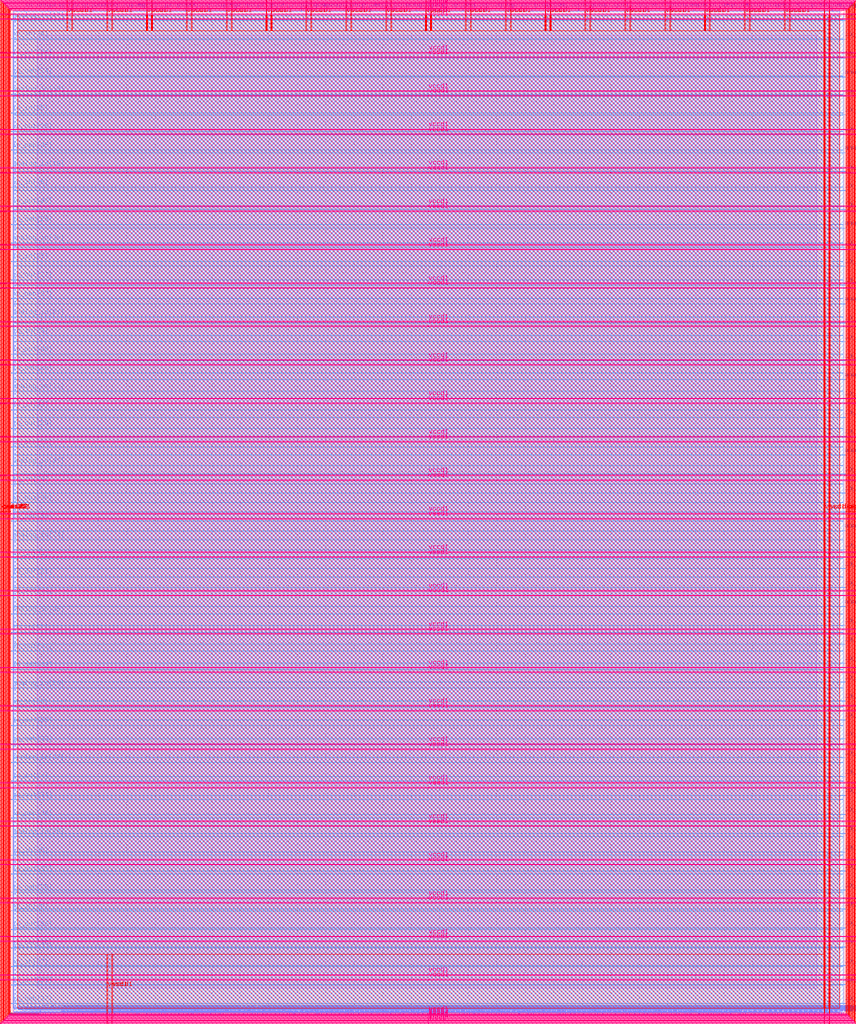
<source format=lef>
VERSION 5.7 ;
  NOWIREEXTENSIONATPIN ON ;
  DIVIDERCHAR "/" ;
  BUSBITCHARS "[]" ;
MACRO user_project_wrapper
  CLASS BLOCK ;
  FOREIGN user_project_wrapper ;
  ORIGIN 0.000 0.000 ;
  SIZE 2920.000 BY 3520.000 ;
  PIN analog_io[0]
    DIRECTION INOUT ;
    USE SIGNAL ;
    PORT
      LAYER met3 ;
        RECT 2917.600 1426.380 2924.800 1427.580 ;
    END
  END analog_io[0]
  PIN analog_io[10]
    DIRECTION INOUT ;
    USE SIGNAL ;
    PORT
      LAYER met2 ;
        RECT 2230.490 3517.600 2231.050 3524.800 ;
    END
  END analog_io[10]
  PIN analog_io[11]
    DIRECTION INOUT ;
    USE SIGNAL ;
    PORT
      LAYER met2 ;
        RECT 1905.730 3517.600 1906.290 3524.800 ;
    END
  END analog_io[11]
  PIN analog_io[12]
    DIRECTION INOUT ;
    USE SIGNAL ;
    PORT
      LAYER met2 ;
        RECT 1581.430 3517.600 1581.990 3524.800 ;
    END
  END analog_io[12]
  PIN analog_io[13]
    DIRECTION INOUT ;
    USE SIGNAL ;
    PORT
      LAYER met2 ;
        RECT 1257.130 3517.600 1257.690 3524.800 ;
    END
  END analog_io[13]
  PIN analog_io[14]
    DIRECTION INOUT ;
    USE SIGNAL ;
    PORT
      LAYER met2 ;
        RECT 932.370 3517.600 932.930 3524.800 ;
    END
  END analog_io[14]
  PIN analog_io[15]
    DIRECTION INOUT ;
    USE SIGNAL ;
    PORT
      LAYER met2 ;
        RECT 608.070 3517.600 608.630 3524.800 ;
    END
  END analog_io[15]
  PIN analog_io[16]
    DIRECTION INOUT ;
    USE SIGNAL ;
    PORT
      LAYER met2 ;
        RECT 283.770 3517.600 284.330 3524.800 ;
    END
  END analog_io[16]
  PIN analog_io[17]
    DIRECTION INOUT ;
    USE SIGNAL ;
    PORT
      LAYER met3 ;
        RECT -4.800 3486.100 2.400 3487.300 ;
    END
  END analog_io[17]
  PIN analog_io[18]
    DIRECTION INOUT ;
    USE SIGNAL ;
    PORT
      LAYER met3 ;
        RECT -4.800 3224.980 2.400 3226.180 ;
    END
  END analog_io[18]
  PIN analog_io[19]
    DIRECTION INOUT ;
    USE SIGNAL ;
    PORT
      LAYER met3 ;
        RECT -4.800 2964.540 2.400 2965.740 ;
    END
  END analog_io[19]
  PIN analog_io[1]
    DIRECTION INOUT ;
    USE SIGNAL ;
    PORT
      LAYER met3 ;
        RECT 2917.600 1692.260 2924.800 1693.460 ;
    END
  END analog_io[1]
  PIN analog_io[20]
    DIRECTION INOUT ;
    USE SIGNAL ;
    PORT
      LAYER met3 ;
        RECT -4.800 2703.420 2.400 2704.620 ;
    END
  END analog_io[20]
  PIN analog_io[21]
    DIRECTION INOUT ;
    USE SIGNAL ;
    PORT
      LAYER met3 ;
        RECT -4.800 2442.980 2.400 2444.180 ;
    END
  END analog_io[21]
  PIN analog_io[22]
    DIRECTION INOUT ;
    USE SIGNAL ;
    PORT
      LAYER met3 ;
        RECT -4.800 2182.540 2.400 2183.740 ;
    END
  END analog_io[22]
  PIN analog_io[23]
    DIRECTION INOUT ;
    USE SIGNAL ;
    PORT
      LAYER met3 ;
        RECT -4.800 1921.420 2.400 1922.620 ;
    END
  END analog_io[23]
  PIN analog_io[24]
    DIRECTION INOUT ;
    USE SIGNAL ;
    PORT
      LAYER met3 ;
        RECT -4.800 1660.980 2.400 1662.180 ;
    END
  END analog_io[24]
  PIN analog_io[25]
    DIRECTION INOUT ;
    USE SIGNAL ;
    PORT
      LAYER met3 ;
        RECT -4.800 1399.860 2.400 1401.060 ;
    END
  END analog_io[25]
  PIN analog_io[26]
    DIRECTION INOUT ;
    USE SIGNAL ;
    PORT
      LAYER met3 ;
        RECT -4.800 1139.420 2.400 1140.620 ;
    END
  END analog_io[26]
  PIN analog_io[27]
    DIRECTION INOUT ;
    USE SIGNAL ;
    PORT
      LAYER met3 ;
        RECT -4.800 878.980 2.400 880.180 ;
    END
  END analog_io[27]
  PIN analog_io[28]
    DIRECTION INOUT ;
    USE SIGNAL ;
    PORT
      LAYER met3 ;
        RECT -4.800 617.860 2.400 619.060 ;
    END
  END analog_io[28]
  PIN analog_io[2]
    DIRECTION INOUT ;
    USE SIGNAL ;
    PORT
      LAYER met3 ;
        RECT 2917.600 1958.140 2924.800 1959.340 ;
    END
  END analog_io[2]
  PIN analog_io[3]
    DIRECTION INOUT ;
    USE SIGNAL ;
    PORT
      LAYER met3 ;
        RECT 2917.600 2223.340 2924.800 2224.540 ;
    END
  END analog_io[3]
  PIN analog_io[4]
    DIRECTION INOUT ;
    USE SIGNAL ;
    PORT
      LAYER met3 ;
        RECT 2917.600 2489.220 2924.800 2490.420 ;
    END
  END analog_io[4]
  PIN analog_io[5]
    DIRECTION INOUT ;
    USE SIGNAL ;
    PORT
      LAYER met3 ;
        RECT 2917.600 2755.100 2924.800 2756.300 ;
    END
  END analog_io[5]
  PIN analog_io[6]
    DIRECTION INOUT ;
    USE SIGNAL ;
    PORT
      LAYER met3 ;
        RECT 2917.600 3020.300 2924.800 3021.500 ;
    END
  END analog_io[6]
  PIN analog_io[7]
    DIRECTION INOUT ;
    USE SIGNAL ;
    PORT
      LAYER met3 ;
        RECT 2917.600 3286.180 2924.800 3287.380 ;
    END
  END analog_io[7]
  PIN analog_io[8]
    DIRECTION INOUT ;
    USE SIGNAL ;
    PORT
      LAYER met2 ;
        RECT 2879.090 3517.600 2879.650 3524.800 ;
    END
  END analog_io[8]
  PIN analog_io[9]
    DIRECTION INOUT ;
    USE SIGNAL ;
    PORT
      LAYER met2 ;
        RECT 2554.790 3517.600 2555.350 3524.800 ;
    END
  END analog_io[9]
  PIN io_in[0]
    DIRECTION INPUT ;
    USE SIGNAL ;
    PORT
      LAYER met3 ;
        RECT 2917.600 32.380 2924.800 33.580 ;
    END
  END io_in[0]
  PIN io_in[10]
    DIRECTION INPUT ;
    USE SIGNAL ;
    PORT
      LAYER met3 ;
        RECT 2917.600 2289.980 2924.800 2291.180 ;
    END
  END io_in[10]
  PIN io_in[11]
    DIRECTION INPUT ;
    USE SIGNAL ;
    PORT
      LAYER met3 ;
        RECT 2917.600 2555.860 2924.800 2557.060 ;
    END
  END io_in[11]
  PIN io_in[12]
    DIRECTION INPUT ;
    USE SIGNAL ;
    PORT
      LAYER met3 ;
        RECT 2917.600 2821.060 2924.800 2822.260 ;
    END
  END io_in[12]
  PIN io_in[13]
    DIRECTION INPUT ;
    USE SIGNAL ;
    PORT
      LAYER met3 ;
        RECT 2917.600 3086.940 2924.800 3088.140 ;
    END
  END io_in[13]
  PIN io_in[14]
    DIRECTION INPUT ;
    USE SIGNAL ;
    PORT
      LAYER met3 ;
        RECT 2917.600 3352.820 2924.800 3354.020 ;
    END
  END io_in[14]
  PIN io_in[15]
    DIRECTION INPUT ;
    USE SIGNAL ;
    PORT
      LAYER met2 ;
        RECT 2798.130 3517.600 2798.690 3524.800 ;
    END
  END io_in[15]
  PIN io_in[16]
    DIRECTION INPUT ;
    USE SIGNAL ;
    PORT
      LAYER met2 ;
        RECT 2473.830 3517.600 2474.390 3524.800 ;
    END
  END io_in[16]
  PIN io_in[17]
    DIRECTION INPUT ;
    USE SIGNAL ;
    PORT
      LAYER met2 ;
        RECT 2149.070 3517.600 2149.630 3524.800 ;
    END
  END io_in[17]
  PIN io_in[18]
    DIRECTION INPUT ;
    USE SIGNAL ;
    PORT
      LAYER met2 ;
        RECT 1824.770 3517.600 1825.330 3524.800 ;
    END
  END io_in[18]
  PIN io_in[19]
    DIRECTION INPUT ;
    USE SIGNAL ;
    PORT
      LAYER met2 ;
        RECT 1500.470 3517.600 1501.030 3524.800 ;
    END
  END io_in[19]
  PIN io_in[1]
    DIRECTION INPUT ;
    USE SIGNAL ;
    PORT
      LAYER met3 ;
        RECT 2917.600 230.940 2924.800 232.140 ;
    END
  END io_in[1]
  PIN io_in[20]
    DIRECTION INPUT ;
    USE SIGNAL ;
    PORT
      LAYER met2 ;
        RECT 1175.710 3517.600 1176.270 3524.800 ;
    END
  END io_in[20]
  PIN io_in[21]
    DIRECTION INPUT ;
    USE SIGNAL ;
    PORT
      LAYER met2 ;
        RECT 851.410 3517.600 851.970 3524.800 ;
    END
  END io_in[21]
  PIN io_in[22]
    DIRECTION INPUT ;
    USE SIGNAL ;
    PORT
      LAYER met2 ;
        RECT 527.110 3517.600 527.670 3524.800 ;
    END
  END io_in[22]
  PIN io_in[23]
    DIRECTION INPUT ;
    USE SIGNAL ;
    PORT
      LAYER met2 ;
        RECT 202.350 3517.600 202.910 3524.800 ;
    END
  END io_in[23]
  PIN io_in[24]
    DIRECTION INPUT ;
    USE SIGNAL ;
    PORT
      LAYER met3 ;
        RECT -4.800 3420.820 2.400 3422.020 ;
    END
  END io_in[24]
  PIN io_in[25]
    DIRECTION INPUT ;
    USE SIGNAL ;
    PORT
      LAYER met3 ;
        RECT -4.800 3159.700 2.400 3160.900 ;
    END
  END io_in[25]
  PIN io_in[26]
    DIRECTION INPUT ;
    USE SIGNAL ;
    PORT
      LAYER met3 ;
        RECT -4.800 2899.260 2.400 2900.460 ;
    END
  END io_in[26]
  PIN io_in[27]
    DIRECTION INPUT ;
    USE SIGNAL ;
    PORT
      LAYER met3 ;
        RECT -4.800 2638.820 2.400 2640.020 ;
    END
  END io_in[27]
  PIN io_in[28]
    DIRECTION INPUT ;
    USE SIGNAL ;
    PORT
      LAYER met3 ;
        RECT -4.800 2377.700 2.400 2378.900 ;
    END
  END io_in[28]
  PIN io_in[29]
    DIRECTION INPUT ;
    USE SIGNAL ;
    PORT
      LAYER met3 ;
        RECT -4.800 2117.260 2.400 2118.460 ;
    END
  END io_in[29]
  PIN io_in[2]
    DIRECTION INPUT ;
    USE SIGNAL ;
    PORT
      LAYER met3 ;
        RECT 2917.600 430.180 2924.800 431.380 ;
    END
  END io_in[2]
  PIN io_in[30]
    DIRECTION INPUT ;
    USE SIGNAL ;
    PORT
      LAYER met3 ;
        RECT -4.800 1856.140 2.400 1857.340 ;
    END
  END io_in[30]
  PIN io_in[31]
    DIRECTION INPUT ;
    USE SIGNAL ;
    PORT
      LAYER met3 ;
        RECT -4.800 1595.700 2.400 1596.900 ;
    END
  END io_in[31]
  PIN io_in[32]
    DIRECTION INPUT ;
    USE SIGNAL ;
    PORT
      LAYER met3 ;
        RECT -4.800 1335.260 2.400 1336.460 ;
    END
  END io_in[32]
  PIN io_in[33]
    DIRECTION INPUT ;
    USE SIGNAL ;
    PORT
      LAYER met3 ;
        RECT -4.800 1074.140 2.400 1075.340 ;
    END
  END io_in[33]
  PIN io_in[34]
    DIRECTION INPUT ;
    USE SIGNAL ;
    PORT
      LAYER met3 ;
        RECT -4.800 813.700 2.400 814.900 ;
    END
  END io_in[34]
  PIN io_in[35]
    DIRECTION INPUT ;
    USE SIGNAL ;
    PORT
      LAYER met3 ;
        RECT -4.800 552.580 2.400 553.780 ;
    END
  END io_in[35]
  PIN io_in[36]
    DIRECTION INPUT ;
    USE SIGNAL ;
    PORT
      LAYER met3 ;
        RECT -4.800 357.420 2.400 358.620 ;
    END
  END io_in[36]
  PIN io_in[37]
    DIRECTION INPUT ;
    USE SIGNAL ;
    PORT
      LAYER met3 ;
        RECT -4.800 161.580 2.400 162.780 ;
    END
  END io_in[37]
  PIN io_in[3]
    DIRECTION INPUT ;
    USE SIGNAL ;
    PORT
      LAYER met3 ;
        RECT 2917.600 629.420 2924.800 630.620 ;
    END
  END io_in[3]
  PIN io_in[4]
    DIRECTION INPUT ;
    USE SIGNAL ;
    PORT
      LAYER met3 ;
        RECT 2917.600 828.660 2924.800 829.860 ;
    END
  END io_in[4]
  PIN io_in[5]
    DIRECTION INPUT ;
    USE SIGNAL ;
    PORT
      LAYER met3 ;
        RECT 2917.600 1027.900 2924.800 1029.100 ;
    END
  END io_in[5]
  PIN io_in[6]
    DIRECTION INPUT ;
    USE SIGNAL ;
    PORT
      LAYER met3 ;
        RECT 2917.600 1227.140 2924.800 1228.340 ;
    END
  END io_in[6]
  PIN io_in[7]
    DIRECTION INPUT ;
    USE SIGNAL ;
    PORT
      LAYER met3 ;
        RECT 2917.600 1493.020 2924.800 1494.220 ;
    END
  END io_in[7]
  PIN io_in[8]
    DIRECTION INPUT ;
    USE SIGNAL ;
    PORT
      LAYER met3 ;
        RECT 2917.600 1758.900 2924.800 1760.100 ;
    END
  END io_in[8]
  PIN io_in[9]
    DIRECTION INPUT ;
    USE SIGNAL ;
    PORT
      LAYER met3 ;
        RECT 2917.600 2024.100 2924.800 2025.300 ;
    END
  END io_in[9]
  PIN io_oeb[0]
    DIRECTION OUTPUT TRISTATE ;
    USE SIGNAL ;
    PORT
      LAYER met3 ;
        RECT 2917.600 164.980 2924.800 166.180 ;
    END
  END io_oeb[0]
  PIN io_oeb[10]
    DIRECTION OUTPUT TRISTATE ;
    USE SIGNAL ;
    PORT
      LAYER met3 ;
        RECT 2917.600 2422.580 2924.800 2423.780 ;
    END
  END io_oeb[10]
  PIN io_oeb[11]
    DIRECTION OUTPUT TRISTATE ;
    USE SIGNAL ;
    PORT
      LAYER met3 ;
        RECT 2917.600 2688.460 2924.800 2689.660 ;
    END
  END io_oeb[11]
  PIN io_oeb[12]
    DIRECTION OUTPUT TRISTATE ;
    USE SIGNAL ;
    PORT
      LAYER met3 ;
        RECT 2917.600 2954.340 2924.800 2955.540 ;
    END
  END io_oeb[12]
  PIN io_oeb[13]
    DIRECTION OUTPUT TRISTATE ;
    USE SIGNAL ;
    PORT
      LAYER met3 ;
        RECT 2917.600 3219.540 2924.800 3220.740 ;
    END
  END io_oeb[13]
  PIN io_oeb[14]
    DIRECTION OUTPUT TRISTATE ;
    USE SIGNAL ;
    PORT
      LAYER met3 ;
        RECT 2917.600 3485.420 2924.800 3486.620 ;
    END
  END io_oeb[14]
  PIN io_oeb[15]
    DIRECTION OUTPUT TRISTATE ;
    USE SIGNAL ;
    PORT
      LAYER met2 ;
        RECT 2635.750 3517.600 2636.310 3524.800 ;
    END
  END io_oeb[15]
  PIN io_oeb[16]
    DIRECTION OUTPUT TRISTATE ;
    USE SIGNAL ;
    PORT
      LAYER met2 ;
        RECT 2311.450 3517.600 2312.010 3524.800 ;
    END
  END io_oeb[16]
  PIN io_oeb[17]
    DIRECTION OUTPUT TRISTATE ;
    USE SIGNAL ;
    PORT
      LAYER met2 ;
        RECT 1987.150 3517.600 1987.710 3524.800 ;
    END
  END io_oeb[17]
  PIN io_oeb[18]
    DIRECTION OUTPUT TRISTATE ;
    USE SIGNAL ;
    PORT
      LAYER met2 ;
        RECT 1662.390 3517.600 1662.950 3524.800 ;
    END
  END io_oeb[18]
  PIN io_oeb[19]
    DIRECTION OUTPUT TRISTATE ;
    USE SIGNAL ;
    PORT
      LAYER met2 ;
        RECT 1338.090 3517.600 1338.650 3524.800 ;
    END
  END io_oeb[19]
  PIN io_oeb[1]
    DIRECTION OUTPUT TRISTATE ;
    USE SIGNAL ;
    PORT
      LAYER met3 ;
        RECT 2917.600 364.220 2924.800 365.420 ;
    END
  END io_oeb[1]
  PIN io_oeb[20]
    DIRECTION OUTPUT TRISTATE ;
    USE SIGNAL ;
    PORT
      LAYER met2 ;
        RECT 1013.790 3517.600 1014.350 3524.800 ;
    END
  END io_oeb[20]
  PIN io_oeb[21]
    DIRECTION OUTPUT TRISTATE ;
    USE SIGNAL ;
    PORT
      LAYER met2 ;
        RECT 689.030 3517.600 689.590 3524.800 ;
    END
  END io_oeb[21]
  PIN io_oeb[22]
    DIRECTION OUTPUT TRISTATE ;
    USE SIGNAL ;
    PORT
      LAYER met2 ;
        RECT 364.730 3517.600 365.290 3524.800 ;
    END
  END io_oeb[22]
  PIN io_oeb[23]
    DIRECTION OUTPUT TRISTATE ;
    USE SIGNAL ;
    PORT
      LAYER met2 ;
        RECT 40.430 3517.600 40.990 3524.800 ;
    END
  END io_oeb[23]
  PIN io_oeb[24]
    DIRECTION OUTPUT TRISTATE ;
    USE SIGNAL ;
    PORT
      LAYER met3 ;
        RECT -4.800 3290.260 2.400 3291.460 ;
    END
  END io_oeb[24]
  PIN io_oeb[25]
    DIRECTION OUTPUT TRISTATE ;
    USE SIGNAL ;
    PORT
      LAYER met3 ;
        RECT -4.800 3029.820 2.400 3031.020 ;
    END
  END io_oeb[25]
  PIN io_oeb[26]
    DIRECTION OUTPUT TRISTATE ;
    USE SIGNAL ;
    PORT
      LAYER met3 ;
        RECT -4.800 2768.700 2.400 2769.900 ;
    END
  END io_oeb[26]
  PIN io_oeb[27]
    DIRECTION OUTPUT TRISTATE ;
    USE SIGNAL ;
    PORT
      LAYER met3 ;
        RECT -4.800 2508.260 2.400 2509.460 ;
    END
  END io_oeb[27]
  PIN io_oeb[28]
    DIRECTION OUTPUT TRISTATE ;
    USE SIGNAL ;
    PORT
      LAYER met3 ;
        RECT -4.800 2247.140 2.400 2248.340 ;
    END
  END io_oeb[28]
  PIN io_oeb[29]
    DIRECTION OUTPUT TRISTATE ;
    USE SIGNAL ;
    PORT
      LAYER met3 ;
        RECT -4.800 1986.700 2.400 1987.900 ;
    END
  END io_oeb[29]
  PIN io_oeb[2]
    DIRECTION OUTPUT TRISTATE ;
    USE SIGNAL ;
    PORT
      LAYER met3 ;
        RECT 2917.600 563.460 2924.800 564.660 ;
    END
  END io_oeb[2]
  PIN io_oeb[30]
    DIRECTION OUTPUT TRISTATE ;
    USE SIGNAL ;
    PORT
      LAYER met3 ;
        RECT -4.800 1726.260 2.400 1727.460 ;
    END
  END io_oeb[30]
  PIN io_oeb[31]
    DIRECTION OUTPUT TRISTATE ;
    USE SIGNAL ;
    PORT
      LAYER met3 ;
        RECT -4.800 1465.140 2.400 1466.340 ;
    END
  END io_oeb[31]
  PIN io_oeb[32]
    DIRECTION OUTPUT TRISTATE ;
    USE SIGNAL ;
    PORT
      LAYER met3 ;
        RECT -4.800 1204.700 2.400 1205.900 ;
    END
  END io_oeb[32]
  PIN io_oeb[33]
    DIRECTION OUTPUT TRISTATE ;
    USE SIGNAL ;
    PORT
      LAYER met3 ;
        RECT -4.800 943.580 2.400 944.780 ;
    END
  END io_oeb[33]
  PIN io_oeb[34]
    DIRECTION OUTPUT TRISTATE ;
    USE SIGNAL ;
    PORT
      LAYER met3 ;
        RECT -4.800 683.140 2.400 684.340 ;
    END
  END io_oeb[34]
  PIN io_oeb[35]
    DIRECTION OUTPUT TRISTATE ;
    USE SIGNAL ;
    PORT
      LAYER met3 ;
        RECT -4.800 422.700 2.400 423.900 ;
    END
  END io_oeb[35]
  PIN io_oeb[36]
    DIRECTION OUTPUT TRISTATE ;
    USE SIGNAL ;
    PORT
      LAYER met3 ;
        RECT -4.800 226.860 2.400 228.060 ;
    END
  END io_oeb[36]
  PIN io_oeb[37]
    DIRECTION OUTPUT TRISTATE ;
    USE SIGNAL ;
    PORT
      LAYER met3 ;
        RECT -4.800 31.700 2.400 32.900 ;
    END
  END io_oeb[37]
  PIN io_oeb[3]
    DIRECTION OUTPUT TRISTATE ;
    USE SIGNAL ;
    PORT
      LAYER met3 ;
        RECT 2917.600 762.700 2924.800 763.900 ;
    END
  END io_oeb[3]
  PIN io_oeb[4]
    DIRECTION OUTPUT TRISTATE ;
    USE SIGNAL ;
    PORT
      LAYER met3 ;
        RECT 2917.600 961.940 2924.800 963.140 ;
    END
  END io_oeb[4]
  PIN io_oeb[5]
    DIRECTION OUTPUT TRISTATE ;
    USE SIGNAL ;
    PORT
      LAYER met3 ;
        RECT 2917.600 1161.180 2924.800 1162.380 ;
    END
  END io_oeb[5]
  PIN io_oeb[6]
    DIRECTION OUTPUT TRISTATE ;
    USE SIGNAL ;
    PORT
      LAYER met3 ;
        RECT 2917.600 1360.420 2924.800 1361.620 ;
    END
  END io_oeb[6]
  PIN io_oeb[7]
    DIRECTION OUTPUT TRISTATE ;
    USE SIGNAL ;
    PORT
      LAYER met3 ;
        RECT 2917.600 1625.620 2924.800 1626.820 ;
    END
  END io_oeb[7]
  PIN io_oeb[8]
    DIRECTION OUTPUT TRISTATE ;
    USE SIGNAL ;
    PORT
      LAYER met3 ;
        RECT 2917.600 1891.500 2924.800 1892.700 ;
    END
  END io_oeb[8]
  PIN io_oeb[9]
    DIRECTION OUTPUT TRISTATE ;
    USE SIGNAL ;
    PORT
      LAYER met3 ;
        RECT 2917.600 2157.380 2924.800 2158.580 ;
    END
  END io_oeb[9]
  PIN io_out[0]
    DIRECTION OUTPUT TRISTATE ;
    USE SIGNAL ;
    PORT
      LAYER met3 ;
        RECT 2917.600 98.340 2924.800 99.540 ;
    END
  END io_out[0]
  PIN io_out[10]
    DIRECTION OUTPUT TRISTATE ;
    USE SIGNAL ;
    PORT
      LAYER met3 ;
        RECT 2917.600 2356.620 2924.800 2357.820 ;
    END
  END io_out[10]
  PIN io_out[11]
    DIRECTION OUTPUT TRISTATE ;
    USE SIGNAL ;
    PORT
      LAYER met3 ;
        RECT 2917.600 2621.820 2924.800 2623.020 ;
    END
  END io_out[11]
  PIN io_out[12]
    DIRECTION OUTPUT TRISTATE ;
    USE SIGNAL ;
    PORT
      LAYER met3 ;
        RECT 2917.600 2887.700 2924.800 2888.900 ;
    END
  END io_out[12]
  PIN io_out[13]
    DIRECTION OUTPUT TRISTATE ;
    USE SIGNAL ;
    PORT
      LAYER met3 ;
        RECT 2917.600 3153.580 2924.800 3154.780 ;
    END
  END io_out[13]
  PIN io_out[14]
    DIRECTION OUTPUT TRISTATE ;
    USE SIGNAL ;
    PORT
      LAYER met3 ;
        RECT 2917.600 3418.780 2924.800 3419.980 ;
    END
  END io_out[14]
  PIN io_out[15]
    DIRECTION OUTPUT TRISTATE ;
    USE SIGNAL ;
    PORT
      LAYER met2 ;
        RECT 2717.170 3517.600 2717.730 3524.800 ;
    END
  END io_out[15]
  PIN io_out[16]
    DIRECTION OUTPUT TRISTATE ;
    USE SIGNAL ;
    PORT
      LAYER met2 ;
        RECT 2392.410 3517.600 2392.970 3524.800 ;
    END
  END io_out[16]
  PIN io_out[17]
    DIRECTION OUTPUT TRISTATE ;
    USE SIGNAL ;
    PORT
      LAYER met2 ;
        RECT 2068.110 3517.600 2068.670 3524.800 ;
    END
  END io_out[17]
  PIN io_out[18]
    DIRECTION OUTPUT TRISTATE ;
    USE SIGNAL ;
    PORT
      LAYER met2 ;
        RECT 1743.810 3517.600 1744.370 3524.800 ;
    END
  END io_out[18]
  PIN io_out[19]
    DIRECTION OUTPUT TRISTATE ;
    USE SIGNAL ;
    PORT
      LAYER met2 ;
        RECT 1419.050 3517.600 1419.610 3524.800 ;
    END
  END io_out[19]
  PIN io_out[1]
    DIRECTION OUTPUT TRISTATE ;
    USE SIGNAL ;
    PORT
      LAYER met3 ;
        RECT 2917.600 297.580 2924.800 298.780 ;
    END
  END io_out[1]
  PIN io_out[20]
    DIRECTION OUTPUT TRISTATE ;
    USE SIGNAL ;
    PORT
      LAYER met2 ;
        RECT 1094.750 3517.600 1095.310 3524.800 ;
    END
  END io_out[20]
  PIN io_out[21]
    DIRECTION OUTPUT TRISTATE ;
    USE SIGNAL ;
    PORT
      LAYER met2 ;
        RECT 770.450 3517.600 771.010 3524.800 ;
    END
  END io_out[21]
  PIN io_out[22]
    DIRECTION OUTPUT TRISTATE ;
    USE SIGNAL ;
    PORT
      LAYER met2 ;
        RECT 445.690 3517.600 446.250 3524.800 ;
    END
  END io_out[22]
  PIN io_out[23]
    DIRECTION OUTPUT TRISTATE ;
    USE SIGNAL ;
    PORT
      LAYER met2 ;
        RECT 121.390 3517.600 121.950 3524.800 ;
    END
  END io_out[23]
  PIN io_out[24]
    DIRECTION OUTPUT TRISTATE ;
    USE SIGNAL ;
    PORT
      LAYER met3 ;
        RECT -4.800 3355.540 2.400 3356.740 ;
    END
  END io_out[24]
  PIN io_out[25]
    DIRECTION OUTPUT TRISTATE ;
    USE SIGNAL ;
    PORT
      LAYER met3 ;
        RECT -4.800 3095.100 2.400 3096.300 ;
    END
  END io_out[25]
  PIN io_out[26]
    DIRECTION OUTPUT TRISTATE ;
    USE SIGNAL ;
    PORT
      LAYER met3 ;
        RECT -4.800 2833.980 2.400 2835.180 ;
    END
  END io_out[26]
  PIN io_out[27]
    DIRECTION OUTPUT TRISTATE ;
    USE SIGNAL ;
    PORT
      LAYER met3 ;
        RECT -4.800 2573.540 2.400 2574.740 ;
    END
  END io_out[27]
  PIN io_out[28]
    DIRECTION OUTPUT TRISTATE ;
    USE SIGNAL ;
    PORT
      LAYER met3 ;
        RECT -4.800 2312.420 2.400 2313.620 ;
    END
  END io_out[28]
  PIN io_out[29]
    DIRECTION OUTPUT TRISTATE ;
    USE SIGNAL ;
    PORT
      LAYER met3 ;
        RECT -4.800 2051.980 2.400 2053.180 ;
    END
  END io_out[29]
  PIN io_out[2]
    DIRECTION OUTPUT TRISTATE ;
    USE SIGNAL ;
    PORT
      LAYER met3 ;
        RECT 2917.600 496.820 2924.800 498.020 ;
    END
  END io_out[2]
  PIN io_out[30]
    DIRECTION OUTPUT TRISTATE ;
    USE SIGNAL ;
    PORT
      LAYER met3 ;
        RECT -4.800 1791.540 2.400 1792.740 ;
    END
  END io_out[30]
  PIN io_out[31]
    DIRECTION OUTPUT TRISTATE ;
    USE SIGNAL ;
    PORT
      LAYER met3 ;
        RECT -4.800 1530.420 2.400 1531.620 ;
    END
  END io_out[31]
  PIN io_out[32]
    DIRECTION OUTPUT TRISTATE ;
    USE SIGNAL ;
    PORT
      LAYER met3 ;
        RECT -4.800 1269.980 2.400 1271.180 ;
    END
  END io_out[32]
  PIN io_out[33]
    DIRECTION OUTPUT TRISTATE ;
    USE SIGNAL ;
    PORT
      LAYER met3 ;
        RECT -4.800 1008.860 2.400 1010.060 ;
    END
  END io_out[33]
  PIN io_out[34]
    DIRECTION OUTPUT TRISTATE ;
    USE SIGNAL ;
    PORT
      LAYER met3 ;
        RECT -4.800 748.420 2.400 749.620 ;
    END
  END io_out[34]
  PIN io_out[35]
    DIRECTION OUTPUT TRISTATE ;
    USE SIGNAL ;
    PORT
      LAYER met3 ;
        RECT -4.800 487.300 2.400 488.500 ;
    END
  END io_out[35]
  PIN io_out[36]
    DIRECTION OUTPUT TRISTATE ;
    USE SIGNAL ;
    PORT
      LAYER met3 ;
        RECT -4.800 292.140 2.400 293.340 ;
    END
  END io_out[36]
  PIN io_out[37]
    DIRECTION OUTPUT TRISTATE ;
    USE SIGNAL ;
    PORT
      LAYER met3 ;
        RECT -4.800 96.300 2.400 97.500 ;
    END
  END io_out[37]
  PIN io_out[3]
    DIRECTION OUTPUT TRISTATE ;
    USE SIGNAL ;
    PORT
      LAYER met3 ;
        RECT 2917.600 696.060 2924.800 697.260 ;
    END
  END io_out[3]
  PIN io_out[4]
    DIRECTION OUTPUT TRISTATE ;
    USE SIGNAL ;
    PORT
      LAYER met3 ;
        RECT 2917.600 895.300 2924.800 896.500 ;
    END
  END io_out[4]
  PIN io_out[5]
    DIRECTION OUTPUT TRISTATE ;
    USE SIGNAL ;
    PORT
      LAYER met3 ;
        RECT 2917.600 1094.540 2924.800 1095.740 ;
    END
  END io_out[5]
  PIN io_out[6]
    DIRECTION OUTPUT TRISTATE ;
    USE SIGNAL ;
    PORT
      LAYER met3 ;
        RECT 2917.600 1293.780 2924.800 1294.980 ;
    END
  END io_out[6]
  PIN io_out[7]
    DIRECTION OUTPUT TRISTATE ;
    USE SIGNAL ;
    PORT
      LAYER met3 ;
        RECT 2917.600 1559.660 2924.800 1560.860 ;
    END
  END io_out[7]
  PIN io_out[8]
    DIRECTION OUTPUT TRISTATE ;
    USE SIGNAL ;
    PORT
      LAYER met3 ;
        RECT 2917.600 1824.860 2924.800 1826.060 ;
    END
  END io_out[8]
  PIN io_out[9]
    DIRECTION OUTPUT TRISTATE ;
    USE SIGNAL ;
    PORT
      LAYER met3 ;
        RECT 2917.600 2090.740 2924.800 2091.940 ;
    END
  END io_out[9]
  PIN la_data_in[0]
    DIRECTION INPUT ;
    USE SIGNAL ;
    PORT
      LAYER met2 ;
        RECT 629.230 -4.800 629.790 2.400 ;
    END
  END la_data_in[0]
  PIN la_data_in[100]
    DIRECTION INPUT ;
    USE SIGNAL ;
    PORT
      LAYER met2 ;
        RECT 2402.530 -4.800 2403.090 2.400 ;
    END
  END la_data_in[100]
  PIN la_data_in[101]
    DIRECTION INPUT ;
    USE SIGNAL ;
    PORT
      LAYER met2 ;
        RECT 2420.010 -4.800 2420.570 2.400 ;
    END
  END la_data_in[101]
  PIN la_data_in[102]
    DIRECTION INPUT ;
    USE SIGNAL ;
    PORT
      LAYER met2 ;
        RECT 2437.950 -4.800 2438.510 2.400 ;
    END
  END la_data_in[102]
  PIN la_data_in[103]
    DIRECTION INPUT ;
    USE SIGNAL ;
    PORT
      LAYER met2 ;
        RECT 2455.430 -4.800 2455.990 2.400 ;
    END
  END la_data_in[103]
  PIN la_data_in[104]
    DIRECTION INPUT ;
    USE SIGNAL ;
    PORT
      LAYER met2 ;
        RECT 2473.370 -4.800 2473.930 2.400 ;
    END
  END la_data_in[104]
  PIN la_data_in[105]
    DIRECTION INPUT ;
    USE SIGNAL ;
    PORT
      LAYER met2 ;
        RECT 2490.850 -4.800 2491.410 2.400 ;
    END
  END la_data_in[105]
  PIN la_data_in[106]
    DIRECTION INPUT ;
    USE SIGNAL ;
    PORT
      LAYER met2 ;
        RECT 2508.790 -4.800 2509.350 2.400 ;
    END
  END la_data_in[106]
  PIN la_data_in[107]
    DIRECTION INPUT ;
    USE SIGNAL ;
    PORT
      LAYER met2 ;
        RECT 2526.730 -4.800 2527.290 2.400 ;
    END
  END la_data_in[107]
  PIN la_data_in[108]
    DIRECTION INPUT ;
    USE SIGNAL ;
    PORT
      LAYER met2 ;
        RECT 2544.210 -4.800 2544.770 2.400 ;
    END
  END la_data_in[108]
  PIN la_data_in[109]
    DIRECTION INPUT ;
    USE SIGNAL ;
    PORT
      LAYER met2 ;
        RECT 2562.150 -4.800 2562.710 2.400 ;
    END
  END la_data_in[109]
  PIN la_data_in[10]
    DIRECTION INPUT ;
    USE SIGNAL ;
    PORT
      LAYER met2 ;
        RECT 806.330 -4.800 806.890 2.400 ;
    END
  END la_data_in[10]
  PIN la_data_in[110]
    DIRECTION INPUT ;
    USE SIGNAL ;
    PORT
      LAYER met2 ;
        RECT 2579.630 -4.800 2580.190 2.400 ;
    END
  END la_data_in[110]
  PIN la_data_in[111]
    DIRECTION INPUT ;
    USE SIGNAL ;
    PORT
      LAYER met2 ;
        RECT 2597.570 -4.800 2598.130 2.400 ;
    END
  END la_data_in[111]
  PIN la_data_in[112]
    DIRECTION INPUT ;
    USE SIGNAL ;
    PORT
      LAYER met2 ;
        RECT 2615.050 -4.800 2615.610 2.400 ;
    END
  END la_data_in[112]
  PIN la_data_in[113]
    DIRECTION INPUT ;
    USE SIGNAL ;
    PORT
      LAYER met2 ;
        RECT 2632.990 -4.800 2633.550 2.400 ;
    END
  END la_data_in[113]
  PIN la_data_in[114]
    DIRECTION INPUT ;
    USE SIGNAL ;
    PORT
      LAYER met2 ;
        RECT 2650.470 -4.800 2651.030 2.400 ;
    END
  END la_data_in[114]
  PIN la_data_in[115]
    DIRECTION INPUT ;
    USE SIGNAL ;
    PORT
      LAYER met2 ;
        RECT 2668.410 -4.800 2668.970 2.400 ;
    END
  END la_data_in[115]
  PIN la_data_in[116]
    DIRECTION INPUT ;
    USE SIGNAL ;
    PORT
      LAYER met2 ;
        RECT 2685.890 -4.800 2686.450 2.400 ;
    END
  END la_data_in[116]
  PIN la_data_in[117]
    DIRECTION INPUT ;
    USE SIGNAL ;
    PORT
      LAYER met2 ;
        RECT 2703.830 -4.800 2704.390 2.400 ;
    END
  END la_data_in[117]
  PIN la_data_in[118]
    DIRECTION INPUT ;
    USE SIGNAL ;
    PORT
      LAYER met2 ;
        RECT 2721.770 -4.800 2722.330 2.400 ;
    END
  END la_data_in[118]
  PIN la_data_in[119]
    DIRECTION INPUT ;
    USE SIGNAL ;
    PORT
      LAYER met2 ;
        RECT 2739.250 -4.800 2739.810 2.400 ;
    END
  END la_data_in[119]
  PIN la_data_in[11]
    DIRECTION INPUT ;
    USE SIGNAL ;
    PORT
      LAYER met2 ;
        RECT 824.270 -4.800 824.830 2.400 ;
    END
  END la_data_in[11]
  PIN la_data_in[120]
    DIRECTION INPUT ;
    USE SIGNAL ;
    PORT
      LAYER met2 ;
        RECT 2757.190 -4.800 2757.750 2.400 ;
    END
  END la_data_in[120]
  PIN la_data_in[121]
    DIRECTION INPUT ;
    USE SIGNAL ;
    PORT
      LAYER met2 ;
        RECT 2774.670 -4.800 2775.230 2.400 ;
    END
  END la_data_in[121]
  PIN la_data_in[122]
    DIRECTION INPUT ;
    USE SIGNAL ;
    PORT
      LAYER met2 ;
        RECT 2792.610 -4.800 2793.170 2.400 ;
    END
  END la_data_in[122]
  PIN la_data_in[123]
    DIRECTION INPUT ;
    USE SIGNAL ;
    PORT
      LAYER met2 ;
        RECT 2810.090 -4.800 2810.650 2.400 ;
    END
  END la_data_in[123]
  PIN la_data_in[124]
    DIRECTION INPUT ;
    USE SIGNAL ;
    PORT
      LAYER met2 ;
        RECT 2828.030 -4.800 2828.590 2.400 ;
    END
  END la_data_in[124]
  PIN la_data_in[125]
    DIRECTION INPUT ;
    USE SIGNAL ;
    PORT
      LAYER met2 ;
        RECT 2845.510 -4.800 2846.070 2.400 ;
    END
  END la_data_in[125]
  PIN la_data_in[126]
    DIRECTION INPUT ;
    USE SIGNAL ;
    PORT
      LAYER met2 ;
        RECT 2863.450 -4.800 2864.010 2.400 ;
    END
  END la_data_in[126]
  PIN la_data_in[127]
    DIRECTION INPUT ;
    USE SIGNAL ;
    PORT
      LAYER met2 ;
        RECT 2881.390 -4.800 2881.950 2.400 ;
    END
  END la_data_in[127]
  PIN la_data_in[12]
    DIRECTION INPUT ;
    USE SIGNAL ;
    PORT
      LAYER met2 ;
        RECT 841.750 -4.800 842.310 2.400 ;
    END
  END la_data_in[12]
  PIN la_data_in[13]
    DIRECTION INPUT ;
    USE SIGNAL ;
    PORT
      LAYER met2 ;
        RECT 859.690 -4.800 860.250 2.400 ;
    END
  END la_data_in[13]
  PIN la_data_in[14]
    DIRECTION INPUT ;
    USE SIGNAL ;
    PORT
      LAYER met2 ;
        RECT 877.170 -4.800 877.730 2.400 ;
    END
  END la_data_in[14]
  PIN la_data_in[15]
    DIRECTION INPUT ;
    USE SIGNAL ;
    PORT
      LAYER met2 ;
        RECT 895.110 -4.800 895.670 2.400 ;
    END
  END la_data_in[15]
  PIN la_data_in[16]
    DIRECTION INPUT ;
    USE SIGNAL ;
    PORT
      LAYER met2 ;
        RECT 912.590 -4.800 913.150 2.400 ;
    END
  END la_data_in[16]
  PIN la_data_in[17]
    DIRECTION INPUT ;
    USE SIGNAL ;
    PORT
      LAYER met2 ;
        RECT 930.530 -4.800 931.090 2.400 ;
    END
  END la_data_in[17]
  PIN la_data_in[18]
    DIRECTION INPUT ;
    USE SIGNAL ;
    PORT
      LAYER met2 ;
        RECT 948.470 -4.800 949.030 2.400 ;
    END
  END la_data_in[18]
  PIN la_data_in[19]
    DIRECTION INPUT ;
    USE SIGNAL ;
    PORT
      LAYER met2 ;
        RECT 965.950 -4.800 966.510 2.400 ;
    END
  END la_data_in[19]
  PIN la_data_in[1]
    DIRECTION INPUT ;
    USE SIGNAL ;
    PORT
      LAYER met2 ;
        RECT 646.710 -4.800 647.270 2.400 ;
    END
  END la_data_in[1]
  PIN la_data_in[20]
    DIRECTION INPUT ;
    USE SIGNAL ;
    PORT
      LAYER met2 ;
        RECT 983.890 -4.800 984.450 2.400 ;
    END
  END la_data_in[20]
  PIN la_data_in[21]
    DIRECTION INPUT ;
    USE SIGNAL ;
    PORT
      LAYER met2 ;
        RECT 1001.370 -4.800 1001.930 2.400 ;
    END
  END la_data_in[21]
  PIN la_data_in[22]
    DIRECTION INPUT ;
    USE SIGNAL ;
    PORT
      LAYER met2 ;
        RECT 1019.310 -4.800 1019.870 2.400 ;
    END
  END la_data_in[22]
  PIN la_data_in[23]
    DIRECTION INPUT ;
    USE SIGNAL ;
    PORT
      LAYER met2 ;
        RECT 1036.790 -4.800 1037.350 2.400 ;
    END
  END la_data_in[23]
  PIN la_data_in[24]
    DIRECTION INPUT ;
    USE SIGNAL ;
    PORT
      LAYER met2 ;
        RECT 1054.730 -4.800 1055.290 2.400 ;
    END
  END la_data_in[24]
  PIN la_data_in[25]
    DIRECTION INPUT ;
    USE SIGNAL ;
    PORT
      LAYER met2 ;
        RECT 1072.210 -4.800 1072.770 2.400 ;
    END
  END la_data_in[25]
  PIN la_data_in[26]
    DIRECTION INPUT ;
    USE SIGNAL ;
    PORT
      LAYER met2 ;
        RECT 1090.150 -4.800 1090.710 2.400 ;
    END
  END la_data_in[26]
  PIN la_data_in[27]
    DIRECTION INPUT ;
    USE SIGNAL ;
    PORT
      LAYER met2 ;
        RECT 1107.630 -4.800 1108.190 2.400 ;
    END
  END la_data_in[27]
  PIN la_data_in[28]
    DIRECTION INPUT ;
    USE SIGNAL ;
    PORT
      LAYER met2 ;
        RECT 1125.570 -4.800 1126.130 2.400 ;
    END
  END la_data_in[28]
  PIN la_data_in[29]
    DIRECTION INPUT ;
    USE SIGNAL ;
    PORT
      LAYER met2 ;
        RECT 1143.510 -4.800 1144.070 2.400 ;
    END
  END la_data_in[29]
  PIN la_data_in[2]
    DIRECTION INPUT ;
    USE SIGNAL ;
    PORT
      LAYER met2 ;
        RECT 664.650 -4.800 665.210 2.400 ;
    END
  END la_data_in[2]
  PIN la_data_in[30]
    DIRECTION INPUT ;
    USE SIGNAL ;
    PORT
      LAYER met2 ;
        RECT 1160.990 -4.800 1161.550 2.400 ;
    END
  END la_data_in[30]
  PIN la_data_in[31]
    DIRECTION INPUT ;
    USE SIGNAL ;
    PORT
      LAYER met2 ;
        RECT 1178.930 -4.800 1179.490 2.400 ;
    END
  END la_data_in[31]
  PIN la_data_in[32]
    DIRECTION INPUT ;
    USE SIGNAL ;
    PORT
      LAYER met2 ;
        RECT 1196.410 -4.800 1196.970 2.400 ;
    END
  END la_data_in[32]
  PIN la_data_in[33]
    DIRECTION INPUT ;
    USE SIGNAL ;
    PORT
      LAYER met2 ;
        RECT 1214.350 -4.800 1214.910 2.400 ;
    END
  END la_data_in[33]
  PIN la_data_in[34]
    DIRECTION INPUT ;
    USE SIGNAL ;
    PORT
      LAYER met2 ;
        RECT 1231.830 -4.800 1232.390 2.400 ;
    END
  END la_data_in[34]
  PIN la_data_in[35]
    DIRECTION INPUT ;
    USE SIGNAL ;
    PORT
      LAYER met2 ;
        RECT 1249.770 -4.800 1250.330 2.400 ;
    END
  END la_data_in[35]
  PIN la_data_in[36]
    DIRECTION INPUT ;
    USE SIGNAL ;
    PORT
      LAYER met2 ;
        RECT 1267.250 -4.800 1267.810 2.400 ;
    END
  END la_data_in[36]
  PIN la_data_in[37]
    DIRECTION INPUT ;
    USE SIGNAL ;
    PORT
      LAYER met2 ;
        RECT 1285.190 -4.800 1285.750 2.400 ;
    END
  END la_data_in[37]
  PIN la_data_in[38]
    DIRECTION INPUT ;
    USE SIGNAL ;
    PORT
      LAYER met2 ;
        RECT 1303.130 -4.800 1303.690 2.400 ;
    END
  END la_data_in[38]
  PIN la_data_in[39]
    DIRECTION INPUT ;
    USE SIGNAL ;
    PORT
      LAYER met2 ;
        RECT 1320.610 -4.800 1321.170 2.400 ;
    END
  END la_data_in[39]
  PIN la_data_in[3]
    DIRECTION INPUT ;
    USE SIGNAL ;
    PORT
      LAYER met2 ;
        RECT 682.130 -4.800 682.690 2.400 ;
    END
  END la_data_in[3]
  PIN la_data_in[40]
    DIRECTION INPUT ;
    USE SIGNAL ;
    PORT
      LAYER met2 ;
        RECT 1338.550 -4.800 1339.110 2.400 ;
    END
  END la_data_in[40]
  PIN la_data_in[41]
    DIRECTION INPUT ;
    USE SIGNAL ;
    PORT
      LAYER met2 ;
        RECT 1356.030 -4.800 1356.590 2.400 ;
    END
  END la_data_in[41]
  PIN la_data_in[42]
    DIRECTION INPUT ;
    USE SIGNAL ;
    PORT
      LAYER met2 ;
        RECT 1373.970 -4.800 1374.530 2.400 ;
    END
  END la_data_in[42]
  PIN la_data_in[43]
    DIRECTION INPUT ;
    USE SIGNAL ;
    PORT
      LAYER met2 ;
        RECT 1391.450 -4.800 1392.010 2.400 ;
    END
  END la_data_in[43]
  PIN la_data_in[44]
    DIRECTION INPUT ;
    USE SIGNAL ;
    PORT
      LAYER met2 ;
        RECT 1409.390 -4.800 1409.950 2.400 ;
    END
  END la_data_in[44]
  PIN la_data_in[45]
    DIRECTION INPUT ;
    USE SIGNAL ;
    PORT
      LAYER met2 ;
        RECT 1426.870 -4.800 1427.430 2.400 ;
    END
  END la_data_in[45]
  PIN la_data_in[46]
    DIRECTION INPUT ;
    USE SIGNAL ;
    PORT
      LAYER met2 ;
        RECT 1444.810 -4.800 1445.370 2.400 ;
    END
  END la_data_in[46]
  PIN la_data_in[47]
    DIRECTION INPUT ;
    USE SIGNAL ;
    PORT
      LAYER met2 ;
        RECT 1462.750 -4.800 1463.310 2.400 ;
    END
  END la_data_in[47]
  PIN la_data_in[48]
    DIRECTION INPUT ;
    USE SIGNAL ;
    PORT
      LAYER met2 ;
        RECT 1480.230 -4.800 1480.790 2.400 ;
    END
  END la_data_in[48]
  PIN la_data_in[49]
    DIRECTION INPUT ;
    USE SIGNAL ;
    PORT
      LAYER met2 ;
        RECT 1498.170 -4.800 1498.730 2.400 ;
    END
  END la_data_in[49]
  PIN la_data_in[4]
    DIRECTION INPUT ;
    USE SIGNAL ;
    PORT
      LAYER met2 ;
        RECT 700.070 -4.800 700.630 2.400 ;
    END
  END la_data_in[4]
  PIN la_data_in[50]
    DIRECTION INPUT ;
    USE SIGNAL ;
    PORT
      LAYER met2 ;
        RECT 1515.650 -4.800 1516.210 2.400 ;
    END
  END la_data_in[50]
  PIN la_data_in[51]
    DIRECTION INPUT ;
    USE SIGNAL ;
    PORT
      LAYER met2 ;
        RECT 1533.590 -4.800 1534.150 2.400 ;
    END
  END la_data_in[51]
  PIN la_data_in[52]
    DIRECTION INPUT ;
    USE SIGNAL ;
    PORT
      LAYER met2 ;
        RECT 1551.070 -4.800 1551.630 2.400 ;
    END
  END la_data_in[52]
  PIN la_data_in[53]
    DIRECTION INPUT ;
    USE SIGNAL ;
    PORT
      LAYER met2 ;
        RECT 1569.010 -4.800 1569.570 2.400 ;
    END
  END la_data_in[53]
  PIN la_data_in[54]
    DIRECTION INPUT ;
    USE SIGNAL ;
    PORT
      LAYER met2 ;
        RECT 1586.490 -4.800 1587.050 2.400 ;
    END
  END la_data_in[54]
  PIN la_data_in[55]
    DIRECTION INPUT ;
    USE SIGNAL ;
    PORT
      LAYER met2 ;
        RECT 1604.430 -4.800 1604.990 2.400 ;
    END
  END la_data_in[55]
  PIN la_data_in[56]
    DIRECTION INPUT ;
    USE SIGNAL ;
    PORT
      LAYER met2 ;
        RECT 1621.910 -4.800 1622.470 2.400 ;
    END
  END la_data_in[56]
  PIN la_data_in[57]
    DIRECTION INPUT ;
    USE SIGNAL ;
    PORT
      LAYER met2 ;
        RECT 1639.850 -4.800 1640.410 2.400 ;
    END
  END la_data_in[57]
  PIN la_data_in[58]
    DIRECTION INPUT ;
    USE SIGNAL ;
    PORT
      LAYER met2 ;
        RECT 1657.790 -4.800 1658.350 2.400 ;
    END
  END la_data_in[58]
  PIN la_data_in[59]
    DIRECTION INPUT ;
    USE SIGNAL ;
    PORT
      LAYER met2 ;
        RECT 1675.270 -4.800 1675.830 2.400 ;
    END
  END la_data_in[59]
  PIN la_data_in[5]
    DIRECTION INPUT ;
    USE SIGNAL ;
    PORT
      LAYER met2 ;
        RECT 717.550 -4.800 718.110 2.400 ;
    END
  END la_data_in[5]
  PIN la_data_in[60]
    DIRECTION INPUT ;
    USE SIGNAL ;
    PORT
      LAYER met2 ;
        RECT 1693.210 -4.800 1693.770 2.400 ;
    END
  END la_data_in[60]
  PIN la_data_in[61]
    DIRECTION INPUT ;
    USE SIGNAL ;
    PORT
      LAYER met2 ;
        RECT 1710.690 -4.800 1711.250 2.400 ;
    END
  END la_data_in[61]
  PIN la_data_in[62]
    DIRECTION INPUT ;
    USE SIGNAL ;
    PORT
      LAYER met2 ;
        RECT 1728.630 -4.800 1729.190 2.400 ;
    END
  END la_data_in[62]
  PIN la_data_in[63]
    DIRECTION INPUT ;
    USE SIGNAL ;
    PORT
      LAYER met2 ;
        RECT 1746.110 -4.800 1746.670 2.400 ;
    END
  END la_data_in[63]
  PIN la_data_in[64]
    DIRECTION INPUT ;
    USE SIGNAL ;
    PORT
      LAYER met2 ;
        RECT 1764.050 -4.800 1764.610 2.400 ;
    END
  END la_data_in[64]
  PIN la_data_in[65]
    DIRECTION INPUT ;
    USE SIGNAL ;
    PORT
      LAYER met2 ;
        RECT 1781.530 -4.800 1782.090 2.400 ;
    END
  END la_data_in[65]
  PIN la_data_in[66]
    DIRECTION INPUT ;
    USE SIGNAL ;
    PORT
      LAYER met2 ;
        RECT 1799.470 -4.800 1800.030 2.400 ;
    END
  END la_data_in[66]
  PIN la_data_in[67]
    DIRECTION INPUT ;
    USE SIGNAL ;
    PORT
      LAYER met2 ;
        RECT 1817.410 -4.800 1817.970 2.400 ;
    END
  END la_data_in[67]
  PIN la_data_in[68]
    DIRECTION INPUT ;
    USE SIGNAL ;
    PORT
      LAYER met2 ;
        RECT 1834.890 -4.800 1835.450 2.400 ;
    END
  END la_data_in[68]
  PIN la_data_in[69]
    DIRECTION INPUT ;
    USE SIGNAL ;
    PORT
      LAYER met2 ;
        RECT 1852.830 -4.800 1853.390 2.400 ;
    END
  END la_data_in[69]
  PIN la_data_in[6]
    DIRECTION INPUT ;
    USE SIGNAL ;
    PORT
      LAYER met2 ;
        RECT 735.490 -4.800 736.050 2.400 ;
    END
  END la_data_in[6]
  PIN la_data_in[70]
    DIRECTION INPUT ;
    USE SIGNAL ;
    PORT
      LAYER met2 ;
        RECT 1870.310 -4.800 1870.870 2.400 ;
    END
  END la_data_in[70]
  PIN la_data_in[71]
    DIRECTION INPUT ;
    USE SIGNAL ;
    PORT
      LAYER met2 ;
        RECT 1888.250 -4.800 1888.810 2.400 ;
    END
  END la_data_in[71]
  PIN la_data_in[72]
    DIRECTION INPUT ;
    USE SIGNAL ;
    PORT
      LAYER met2 ;
        RECT 1905.730 -4.800 1906.290 2.400 ;
    END
  END la_data_in[72]
  PIN la_data_in[73]
    DIRECTION INPUT ;
    USE SIGNAL ;
    PORT
      LAYER met2 ;
        RECT 1923.670 -4.800 1924.230 2.400 ;
    END
  END la_data_in[73]
  PIN la_data_in[74]
    DIRECTION INPUT ;
    USE SIGNAL ;
    PORT
      LAYER met2 ;
        RECT 1941.150 -4.800 1941.710 2.400 ;
    END
  END la_data_in[74]
  PIN la_data_in[75]
    DIRECTION INPUT ;
    USE SIGNAL ;
    PORT
      LAYER met2 ;
        RECT 1959.090 -4.800 1959.650 2.400 ;
    END
  END la_data_in[75]
  PIN la_data_in[76]
    DIRECTION INPUT ;
    USE SIGNAL ;
    PORT
      LAYER met2 ;
        RECT 1976.570 -4.800 1977.130 2.400 ;
    END
  END la_data_in[76]
  PIN la_data_in[77]
    DIRECTION INPUT ;
    USE SIGNAL ;
    PORT
      LAYER met2 ;
        RECT 1994.510 -4.800 1995.070 2.400 ;
    END
  END la_data_in[77]
  PIN la_data_in[78]
    DIRECTION INPUT ;
    USE SIGNAL ;
    PORT
      LAYER met2 ;
        RECT 2012.450 -4.800 2013.010 2.400 ;
    END
  END la_data_in[78]
  PIN la_data_in[79]
    DIRECTION INPUT ;
    USE SIGNAL ;
    PORT
      LAYER met2 ;
        RECT 2029.930 -4.800 2030.490 2.400 ;
    END
  END la_data_in[79]
  PIN la_data_in[7]
    DIRECTION INPUT ;
    USE SIGNAL ;
    PORT
      LAYER met2 ;
        RECT 752.970 -4.800 753.530 2.400 ;
    END
  END la_data_in[7]
  PIN la_data_in[80]
    DIRECTION INPUT ;
    USE SIGNAL ;
    PORT
      LAYER met2 ;
        RECT 2047.870 -4.800 2048.430 2.400 ;
    END
  END la_data_in[80]
  PIN la_data_in[81]
    DIRECTION INPUT ;
    USE SIGNAL ;
    PORT
      LAYER met2 ;
        RECT 2065.350 -4.800 2065.910 2.400 ;
    END
  END la_data_in[81]
  PIN la_data_in[82]
    DIRECTION INPUT ;
    USE SIGNAL ;
    PORT
      LAYER met2 ;
        RECT 2083.290 -4.800 2083.850 2.400 ;
    END
  END la_data_in[82]
  PIN la_data_in[83]
    DIRECTION INPUT ;
    USE SIGNAL ;
    PORT
      LAYER met2 ;
        RECT 2100.770 -4.800 2101.330 2.400 ;
    END
  END la_data_in[83]
  PIN la_data_in[84]
    DIRECTION INPUT ;
    USE SIGNAL ;
    PORT
      LAYER met2 ;
        RECT 2118.710 -4.800 2119.270 2.400 ;
    END
  END la_data_in[84]
  PIN la_data_in[85]
    DIRECTION INPUT ;
    USE SIGNAL ;
    PORT
      LAYER met2 ;
        RECT 2136.190 -4.800 2136.750 2.400 ;
    END
  END la_data_in[85]
  PIN la_data_in[86]
    DIRECTION INPUT ;
    USE SIGNAL ;
    PORT
      LAYER met2 ;
        RECT 2154.130 -4.800 2154.690 2.400 ;
    END
  END la_data_in[86]
  PIN la_data_in[87]
    DIRECTION INPUT ;
    USE SIGNAL ;
    PORT
      LAYER met2 ;
        RECT 2172.070 -4.800 2172.630 2.400 ;
    END
  END la_data_in[87]
  PIN la_data_in[88]
    DIRECTION INPUT ;
    USE SIGNAL ;
    PORT
      LAYER met2 ;
        RECT 2189.550 -4.800 2190.110 2.400 ;
    END
  END la_data_in[88]
  PIN la_data_in[89]
    DIRECTION INPUT ;
    USE SIGNAL ;
    PORT
      LAYER met2 ;
        RECT 2207.490 -4.800 2208.050 2.400 ;
    END
  END la_data_in[89]
  PIN la_data_in[8]
    DIRECTION INPUT ;
    USE SIGNAL ;
    PORT
      LAYER met2 ;
        RECT 770.910 -4.800 771.470 2.400 ;
    END
  END la_data_in[8]
  PIN la_data_in[90]
    DIRECTION INPUT ;
    USE SIGNAL ;
    PORT
      LAYER met2 ;
        RECT 2224.970 -4.800 2225.530 2.400 ;
    END
  END la_data_in[90]
  PIN la_data_in[91]
    DIRECTION INPUT ;
    USE SIGNAL ;
    PORT
      LAYER met2 ;
        RECT 2242.910 -4.800 2243.470 2.400 ;
    END
  END la_data_in[91]
  PIN la_data_in[92]
    DIRECTION INPUT ;
    USE SIGNAL ;
    PORT
      LAYER met2 ;
        RECT 2260.390 -4.800 2260.950 2.400 ;
    END
  END la_data_in[92]
  PIN la_data_in[93]
    DIRECTION INPUT ;
    USE SIGNAL ;
    PORT
      LAYER met2 ;
        RECT 2278.330 -4.800 2278.890 2.400 ;
    END
  END la_data_in[93]
  PIN la_data_in[94]
    DIRECTION INPUT ;
    USE SIGNAL ;
    PORT
      LAYER met2 ;
        RECT 2295.810 -4.800 2296.370 2.400 ;
    END
  END la_data_in[94]
  PIN la_data_in[95]
    DIRECTION INPUT ;
    USE SIGNAL ;
    PORT
      LAYER met2 ;
        RECT 2313.750 -4.800 2314.310 2.400 ;
    END
  END la_data_in[95]
  PIN la_data_in[96]
    DIRECTION INPUT ;
    USE SIGNAL ;
    PORT
      LAYER met2 ;
        RECT 2331.230 -4.800 2331.790 2.400 ;
    END
  END la_data_in[96]
  PIN la_data_in[97]
    DIRECTION INPUT ;
    USE SIGNAL ;
    PORT
      LAYER met2 ;
        RECT 2349.170 -4.800 2349.730 2.400 ;
    END
  END la_data_in[97]
  PIN la_data_in[98]
    DIRECTION INPUT ;
    USE SIGNAL ;
    PORT
      LAYER met2 ;
        RECT 2367.110 -4.800 2367.670 2.400 ;
    END
  END la_data_in[98]
  PIN la_data_in[99]
    DIRECTION INPUT ;
    USE SIGNAL ;
    PORT
      LAYER met2 ;
        RECT 2384.590 -4.800 2385.150 2.400 ;
    END
  END la_data_in[99]
  PIN la_data_in[9]
    DIRECTION INPUT ;
    USE SIGNAL ;
    PORT
      LAYER met2 ;
        RECT 788.850 -4.800 789.410 2.400 ;
    END
  END la_data_in[9]
  PIN la_data_out[0]
    DIRECTION OUTPUT TRISTATE ;
    USE SIGNAL ;
    PORT
      LAYER met2 ;
        RECT 634.750 -4.800 635.310 2.400 ;
    END
  END la_data_out[0]
  PIN la_data_out[100]
    DIRECTION OUTPUT TRISTATE ;
    USE SIGNAL ;
    PORT
      LAYER met2 ;
        RECT 2408.510 -4.800 2409.070 2.400 ;
    END
  END la_data_out[100]
  PIN la_data_out[101]
    DIRECTION OUTPUT TRISTATE ;
    USE SIGNAL ;
    PORT
      LAYER met2 ;
        RECT 2425.990 -4.800 2426.550 2.400 ;
    END
  END la_data_out[101]
  PIN la_data_out[102]
    DIRECTION OUTPUT TRISTATE ;
    USE SIGNAL ;
    PORT
      LAYER met2 ;
        RECT 2443.930 -4.800 2444.490 2.400 ;
    END
  END la_data_out[102]
  PIN la_data_out[103]
    DIRECTION OUTPUT TRISTATE ;
    USE SIGNAL ;
    PORT
      LAYER met2 ;
        RECT 2461.410 -4.800 2461.970 2.400 ;
    END
  END la_data_out[103]
  PIN la_data_out[104]
    DIRECTION OUTPUT TRISTATE ;
    USE SIGNAL ;
    PORT
      LAYER met2 ;
        RECT 2479.350 -4.800 2479.910 2.400 ;
    END
  END la_data_out[104]
  PIN la_data_out[105]
    DIRECTION OUTPUT TRISTATE ;
    USE SIGNAL ;
    PORT
      LAYER met2 ;
        RECT 2496.830 -4.800 2497.390 2.400 ;
    END
  END la_data_out[105]
  PIN la_data_out[106]
    DIRECTION OUTPUT TRISTATE ;
    USE SIGNAL ;
    PORT
      LAYER met2 ;
        RECT 2514.770 -4.800 2515.330 2.400 ;
    END
  END la_data_out[106]
  PIN la_data_out[107]
    DIRECTION OUTPUT TRISTATE ;
    USE SIGNAL ;
    PORT
      LAYER met2 ;
        RECT 2532.250 -4.800 2532.810 2.400 ;
    END
  END la_data_out[107]
  PIN la_data_out[108]
    DIRECTION OUTPUT TRISTATE ;
    USE SIGNAL ;
    PORT
      LAYER met2 ;
        RECT 2550.190 -4.800 2550.750 2.400 ;
    END
  END la_data_out[108]
  PIN la_data_out[109]
    DIRECTION OUTPUT TRISTATE ;
    USE SIGNAL ;
    PORT
      LAYER met2 ;
        RECT 2567.670 -4.800 2568.230 2.400 ;
    END
  END la_data_out[109]
  PIN la_data_out[10]
    DIRECTION OUTPUT TRISTATE ;
    USE SIGNAL ;
    PORT
      LAYER met2 ;
        RECT 812.310 -4.800 812.870 2.400 ;
    END
  END la_data_out[10]
  PIN la_data_out[110]
    DIRECTION OUTPUT TRISTATE ;
    USE SIGNAL ;
    PORT
      LAYER met2 ;
        RECT 2585.610 -4.800 2586.170 2.400 ;
    END
  END la_data_out[110]
  PIN la_data_out[111]
    DIRECTION OUTPUT TRISTATE ;
    USE SIGNAL ;
    PORT
      LAYER met2 ;
        RECT 2603.550 -4.800 2604.110 2.400 ;
    END
  END la_data_out[111]
  PIN la_data_out[112]
    DIRECTION OUTPUT TRISTATE ;
    USE SIGNAL ;
    PORT
      LAYER met2 ;
        RECT 2621.030 -4.800 2621.590 2.400 ;
    END
  END la_data_out[112]
  PIN la_data_out[113]
    DIRECTION OUTPUT TRISTATE ;
    USE SIGNAL ;
    PORT
      LAYER met2 ;
        RECT 2638.970 -4.800 2639.530 2.400 ;
    END
  END la_data_out[113]
  PIN la_data_out[114]
    DIRECTION OUTPUT TRISTATE ;
    USE SIGNAL ;
    PORT
      LAYER met2 ;
        RECT 2656.450 -4.800 2657.010 2.400 ;
    END
  END la_data_out[114]
  PIN la_data_out[115]
    DIRECTION OUTPUT TRISTATE ;
    USE SIGNAL ;
    PORT
      LAYER met2 ;
        RECT 2674.390 -4.800 2674.950 2.400 ;
    END
  END la_data_out[115]
  PIN la_data_out[116]
    DIRECTION OUTPUT TRISTATE ;
    USE SIGNAL ;
    PORT
      LAYER met2 ;
        RECT 2691.870 -4.800 2692.430 2.400 ;
    END
  END la_data_out[116]
  PIN la_data_out[117]
    DIRECTION OUTPUT TRISTATE ;
    USE SIGNAL ;
    PORT
      LAYER met2 ;
        RECT 2709.810 -4.800 2710.370 2.400 ;
    END
  END la_data_out[117]
  PIN la_data_out[118]
    DIRECTION OUTPUT TRISTATE ;
    USE SIGNAL ;
    PORT
      LAYER met2 ;
        RECT 2727.290 -4.800 2727.850 2.400 ;
    END
  END la_data_out[118]
  PIN la_data_out[119]
    DIRECTION OUTPUT TRISTATE ;
    USE SIGNAL ;
    PORT
      LAYER met2 ;
        RECT 2745.230 -4.800 2745.790 2.400 ;
    END
  END la_data_out[119]
  PIN la_data_out[11]
    DIRECTION OUTPUT TRISTATE ;
    USE SIGNAL ;
    PORT
      LAYER met2 ;
        RECT 830.250 -4.800 830.810 2.400 ;
    END
  END la_data_out[11]
  PIN la_data_out[120]
    DIRECTION OUTPUT TRISTATE ;
    USE SIGNAL ;
    PORT
      LAYER met2 ;
        RECT 2763.170 -4.800 2763.730 2.400 ;
    END
  END la_data_out[120]
  PIN la_data_out[121]
    DIRECTION OUTPUT TRISTATE ;
    USE SIGNAL ;
    PORT
      LAYER met2 ;
        RECT 2780.650 -4.800 2781.210 2.400 ;
    END
  END la_data_out[121]
  PIN la_data_out[122]
    DIRECTION OUTPUT TRISTATE ;
    USE SIGNAL ;
    PORT
      LAYER met2 ;
        RECT 2798.590 -4.800 2799.150 2.400 ;
    END
  END la_data_out[122]
  PIN la_data_out[123]
    DIRECTION OUTPUT TRISTATE ;
    USE SIGNAL ;
    PORT
      LAYER met2 ;
        RECT 2816.070 -4.800 2816.630 2.400 ;
    END
  END la_data_out[123]
  PIN la_data_out[124]
    DIRECTION OUTPUT TRISTATE ;
    USE SIGNAL ;
    PORT
      LAYER met2 ;
        RECT 2834.010 -4.800 2834.570 2.400 ;
    END
  END la_data_out[124]
  PIN la_data_out[125]
    DIRECTION OUTPUT TRISTATE ;
    USE SIGNAL ;
    PORT
      LAYER met2 ;
        RECT 2851.490 -4.800 2852.050 2.400 ;
    END
  END la_data_out[125]
  PIN la_data_out[126]
    DIRECTION OUTPUT TRISTATE ;
    USE SIGNAL ;
    PORT
      LAYER met2 ;
        RECT 2869.430 -4.800 2869.990 2.400 ;
    END
  END la_data_out[126]
  PIN la_data_out[127]
    DIRECTION OUTPUT TRISTATE ;
    USE SIGNAL ;
    PORT
      LAYER met2 ;
        RECT 2886.910 -4.800 2887.470 2.400 ;
    END
  END la_data_out[127]
  PIN la_data_out[12]
    DIRECTION OUTPUT TRISTATE ;
    USE SIGNAL ;
    PORT
      LAYER met2 ;
        RECT 847.730 -4.800 848.290 2.400 ;
    END
  END la_data_out[12]
  PIN la_data_out[13]
    DIRECTION OUTPUT TRISTATE ;
    USE SIGNAL ;
    PORT
      LAYER met2 ;
        RECT 865.670 -4.800 866.230 2.400 ;
    END
  END la_data_out[13]
  PIN la_data_out[14]
    DIRECTION OUTPUT TRISTATE ;
    USE SIGNAL ;
    PORT
      LAYER met2 ;
        RECT 883.150 -4.800 883.710 2.400 ;
    END
  END la_data_out[14]
  PIN la_data_out[15]
    DIRECTION OUTPUT TRISTATE ;
    USE SIGNAL ;
    PORT
      LAYER met2 ;
        RECT 901.090 -4.800 901.650 2.400 ;
    END
  END la_data_out[15]
  PIN la_data_out[16]
    DIRECTION OUTPUT TRISTATE ;
    USE SIGNAL ;
    PORT
      LAYER met2 ;
        RECT 918.570 -4.800 919.130 2.400 ;
    END
  END la_data_out[16]
  PIN la_data_out[17]
    DIRECTION OUTPUT TRISTATE ;
    USE SIGNAL ;
    PORT
      LAYER met2 ;
        RECT 936.510 -4.800 937.070 2.400 ;
    END
  END la_data_out[17]
  PIN la_data_out[18]
    DIRECTION OUTPUT TRISTATE ;
    USE SIGNAL ;
    PORT
      LAYER met2 ;
        RECT 953.990 -4.800 954.550 2.400 ;
    END
  END la_data_out[18]
  PIN la_data_out[19]
    DIRECTION OUTPUT TRISTATE ;
    USE SIGNAL ;
    PORT
      LAYER met2 ;
        RECT 971.930 -4.800 972.490 2.400 ;
    END
  END la_data_out[19]
  PIN la_data_out[1]
    DIRECTION OUTPUT TRISTATE ;
    USE SIGNAL ;
    PORT
      LAYER met2 ;
        RECT 652.690 -4.800 653.250 2.400 ;
    END
  END la_data_out[1]
  PIN la_data_out[20]
    DIRECTION OUTPUT TRISTATE ;
    USE SIGNAL ;
    PORT
      LAYER met2 ;
        RECT 989.410 -4.800 989.970 2.400 ;
    END
  END la_data_out[20]
  PIN la_data_out[21]
    DIRECTION OUTPUT TRISTATE ;
    USE SIGNAL ;
    PORT
      LAYER met2 ;
        RECT 1007.350 -4.800 1007.910 2.400 ;
    END
  END la_data_out[21]
  PIN la_data_out[22]
    DIRECTION OUTPUT TRISTATE ;
    USE SIGNAL ;
    PORT
      LAYER met2 ;
        RECT 1025.290 -4.800 1025.850 2.400 ;
    END
  END la_data_out[22]
  PIN la_data_out[23]
    DIRECTION OUTPUT TRISTATE ;
    USE SIGNAL ;
    PORT
      LAYER met2 ;
        RECT 1042.770 -4.800 1043.330 2.400 ;
    END
  END la_data_out[23]
  PIN la_data_out[24]
    DIRECTION OUTPUT TRISTATE ;
    USE SIGNAL ;
    PORT
      LAYER met2 ;
        RECT 1060.710 -4.800 1061.270 2.400 ;
    END
  END la_data_out[24]
  PIN la_data_out[25]
    DIRECTION OUTPUT TRISTATE ;
    USE SIGNAL ;
    PORT
      LAYER met2 ;
        RECT 1078.190 -4.800 1078.750 2.400 ;
    END
  END la_data_out[25]
  PIN la_data_out[26]
    DIRECTION OUTPUT TRISTATE ;
    USE SIGNAL ;
    PORT
      LAYER met2 ;
        RECT 1096.130 -4.800 1096.690 2.400 ;
    END
  END la_data_out[26]
  PIN la_data_out[27]
    DIRECTION OUTPUT TRISTATE ;
    USE SIGNAL ;
    PORT
      LAYER met2 ;
        RECT 1113.610 -4.800 1114.170 2.400 ;
    END
  END la_data_out[27]
  PIN la_data_out[28]
    DIRECTION OUTPUT TRISTATE ;
    USE SIGNAL ;
    PORT
      LAYER met2 ;
        RECT 1131.550 -4.800 1132.110 2.400 ;
    END
  END la_data_out[28]
  PIN la_data_out[29]
    DIRECTION OUTPUT TRISTATE ;
    USE SIGNAL ;
    PORT
      LAYER met2 ;
        RECT 1149.030 -4.800 1149.590 2.400 ;
    END
  END la_data_out[29]
  PIN la_data_out[2]
    DIRECTION OUTPUT TRISTATE ;
    USE SIGNAL ;
    PORT
      LAYER met2 ;
        RECT 670.630 -4.800 671.190 2.400 ;
    END
  END la_data_out[2]
  PIN la_data_out[30]
    DIRECTION OUTPUT TRISTATE ;
    USE SIGNAL ;
    PORT
      LAYER met2 ;
        RECT 1166.970 -4.800 1167.530 2.400 ;
    END
  END la_data_out[30]
  PIN la_data_out[31]
    DIRECTION OUTPUT TRISTATE ;
    USE SIGNAL ;
    PORT
      LAYER met2 ;
        RECT 1184.910 -4.800 1185.470 2.400 ;
    END
  END la_data_out[31]
  PIN la_data_out[32]
    DIRECTION OUTPUT TRISTATE ;
    USE SIGNAL ;
    PORT
      LAYER met2 ;
        RECT 1202.390 -4.800 1202.950 2.400 ;
    END
  END la_data_out[32]
  PIN la_data_out[33]
    DIRECTION OUTPUT TRISTATE ;
    USE SIGNAL ;
    PORT
      LAYER met2 ;
        RECT 1220.330 -4.800 1220.890 2.400 ;
    END
  END la_data_out[33]
  PIN la_data_out[34]
    DIRECTION OUTPUT TRISTATE ;
    USE SIGNAL ;
    PORT
      LAYER met2 ;
        RECT 1237.810 -4.800 1238.370 2.400 ;
    END
  END la_data_out[34]
  PIN la_data_out[35]
    DIRECTION OUTPUT TRISTATE ;
    USE SIGNAL ;
    PORT
      LAYER met2 ;
        RECT 1255.750 -4.800 1256.310 2.400 ;
    END
  END la_data_out[35]
  PIN la_data_out[36]
    DIRECTION OUTPUT TRISTATE ;
    USE SIGNAL ;
    PORT
      LAYER met2 ;
        RECT 1273.230 -4.800 1273.790 2.400 ;
    END
  END la_data_out[36]
  PIN la_data_out[37]
    DIRECTION OUTPUT TRISTATE ;
    USE SIGNAL ;
    PORT
      LAYER met2 ;
        RECT 1291.170 -4.800 1291.730 2.400 ;
    END
  END la_data_out[37]
  PIN la_data_out[38]
    DIRECTION OUTPUT TRISTATE ;
    USE SIGNAL ;
    PORT
      LAYER met2 ;
        RECT 1308.650 -4.800 1309.210 2.400 ;
    END
  END la_data_out[38]
  PIN la_data_out[39]
    DIRECTION OUTPUT TRISTATE ;
    USE SIGNAL ;
    PORT
      LAYER met2 ;
        RECT 1326.590 -4.800 1327.150 2.400 ;
    END
  END la_data_out[39]
  PIN la_data_out[3]
    DIRECTION OUTPUT TRISTATE ;
    USE SIGNAL ;
    PORT
      LAYER met2 ;
        RECT 688.110 -4.800 688.670 2.400 ;
    END
  END la_data_out[3]
  PIN la_data_out[40]
    DIRECTION OUTPUT TRISTATE ;
    USE SIGNAL ;
    PORT
      LAYER met2 ;
        RECT 1344.070 -4.800 1344.630 2.400 ;
    END
  END la_data_out[40]
  PIN la_data_out[41]
    DIRECTION OUTPUT TRISTATE ;
    USE SIGNAL ;
    PORT
      LAYER met2 ;
        RECT 1362.010 -4.800 1362.570 2.400 ;
    END
  END la_data_out[41]
  PIN la_data_out[42]
    DIRECTION OUTPUT TRISTATE ;
    USE SIGNAL ;
    PORT
      LAYER met2 ;
        RECT 1379.950 -4.800 1380.510 2.400 ;
    END
  END la_data_out[42]
  PIN la_data_out[43]
    DIRECTION OUTPUT TRISTATE ;
    USE SIGNAL ;
    PORT
      LAYER met2 ;
        RECT 1397.430 -4.800 1397.990 2.400 ;
    END
  END la_data_out[43]
  PIN la_data_out[44]
    DIRECTION OUTPUT TRISTATE ;
    USE SIGNAL ;
    PORT
      LAYER met2 ;
        RECT 1415.370 -4.800 1415.930 2.400 ;
    END
  END la_data_out[44]
  PIN la_data_out[45]
    DIRECTION OUTPUT TRISTATE ;
    USE SIGNAL ;
    PORT
      LAYER met2 ;
        RECT 1432.850 -4.800 1433.410 2.400 ;
    END
  END la_data_out[45]
  PIN la_data_out[46]
    DIRECTION OUTPUT TRISTATE ;
    USE SIGNAL ;
    PORT
      LAYER met2 ;
        RECT 1450.790 -4.800 1451.350 2.400 ;
    END
  END la_data_out[46]
  PIN la_data_out[47]
    DIRECTION OUTPUT TRISTATE ;
    USE SIGNAL ;
    PORT
      LAYER met2 ;
        RECT 1468.270 -4.800 1468.830 2.400 ;
    END
  END la_data_out[47]
  PIN la_data_out[48]
    DIRECTION OUTPUT TRISTATE ;
    USE SIGNAL ;
    PORT
      LAYER met2 ;
        RECT 1486.210 -4.800 1486.770 2.400 ;
    END
  END la_data_out[48]
  PIN la_data_out[49]
    DIRECTION OUTPUT TRISTATE ;
    USE SIGNAL ;
    PORT
      LAYER met2 ;
        RECT 1503.690 -4.800 1504.250 2.400 ;
    END
  END la_data_out[49]
  PIN la_data_out[4]
    DIRECTION OUTPUT TRISTATE ;
    USE SIGNAL ;
    PORT
      LAYER met2 ;
        RECT 706.050 -4.800 706.610 2.400 ;
    END
  END la_data_out[4]
  PIN la_data_out[50]
    DIRECTION OUTPUT TRISTATE ;
    USE SIGNAL ;
    PORT
      LAYER met2 ;
        RECT 1521.630 -4.800 1522.190 2.400 ;
    END
  END la_data_out[50]
  PIN la_data_out[51]
    DIRECTION OUTPUT TRISTATE ;
    USE SIGNAL ;
    PORT
      LAYER met2 ;
        RECT 1539.570 -4.800 1540.130 2.400 ;
    END
  END la_data_out[51]
  PIN la_data_out[52]
    DIRECTION OUTPUT TRISTATE ;
    USE SIGNAL ;
    PORT
      LAYER met2 ;
        RECT 1557.050 -4.800 1557.610 2.400 ;
    END
  END la_data_out[52]
  PIN la_data_out[53]
    DIRECTION OUTPUT TRISTATE ;
    USE SIGNAL ;
    PORT
      LAYER met2 ;
        RECT 1574.990 -4.800 1575.550 2.400 ;
    END
  END la_data_out[53]
  PIN la_data_out[54]
    DIRECTION OUTPUT TRISTATE ;
    USE SIGNAL ;
    PORT
      LAYER met2 ;
        RECT 1592.470 -4.800 1593.030 2.400 ;
    END
  END la_data_out[54]
  PIN la_data_out[55]
    DIRECTION OUTPUT TRISTATE ;
    USE SIGNAL ;
    PORT
      LAYER met2 ;
        RECT 1610.410 -4.800 1610.970 2.400 ;
    END
  END la_data_out[55]
  PIN la_data_out[56]
    DIRECTION OUTPUT TRISTATE ;
    USE SIGNAL ;
    PORT
      LAYER met2 ;
        RECT 1627.890 -4.800 1628.450 2.400 ;
    END
  END la_data_out[56]
  PIN la_data_out[57]
    DIRECTION OUTPUT TRISTATE ;
    USE SIGNAL ;
    PORT
      LAYER met2 ;
        RECT 1645.830 -4.800 1646.390 2.400 ;
    END
  END la_data_out[57]
  PIN la_data_out[58]
    DIRECTION OUTPUT TRISTATE ;
    USE SIGNAL ;
    PORT
      LAYER met2 ;
        RECT 1663.310 -4.800 1663.870 2.400 ;
    END
  END la_data_out[58]
  PIN la_data_out[59]
    DIRECTION OUTPUT TRISTATE ;
    USE SIGNAL ;
    PORT
      LAYER met2 ;
        RECT 1681.250 -4.800 1681.810 2.400 ;
    END
  END la_data_out[59]
  PIN la_data_out[5]
    DIRECTION OUTPUT TRISTATE ;
    USE SIGNAL ;
    PORT
      LAYER met2 ;
        RECT 723.530 -4.800 724.090 2.400 ;
    END
  END la_data_out[5]
  PIN la_data_out[60]
    DIRECTION OUTPUT TRISTATE ;
    USE SIGNAL ;
    PORT
      LAYER met2 ;
        RECT 1699.190 -4.800 1699.750 2.400 ;
    END
  END la_data_out[60]
  PIN la_data_out[61]
    DIRECTION OUTPUT TRISTATE ;
    USE SIGNAL ;
    PORT
      LAYER met2 ;
        RECT 1716.670 -4.800 1717.230 2.400 ;
    END
  END la_data_out[61]
  PIN la_data_out[62]
    DIRECTION OUTPUT TRISTATE ;
    USE SIGNAL ;
    PORT
      LAYER met2 ;
        RECT 1734.610 -4.800 1735.170 2.400 ;
    END
  END la_data_out[62]
  PIN la_data_out[63]
    DIRECTION OUTPUT TRISTATE ;
    USE SIGNAL ;
    PORT
      LAYER met2 ;
        RECT 1752.090 -4.800 1752.650 2.400 ;
    END
  END la_data_out[63]
  PIN la_data_out[64]
    DIRECTION OUTPUT TRISTATE ;
    USE SIGNAL ;
    PORT
      LAYER met2 ;
        RECT 1770.030 -4.800 1770.590 2.400 ;
    END
  END la_data_out[64]
  PIN la_data_out[65]
    DIRECTION OUTPUT TRISTATE ;
    USE SIGNAL ;
    PORT
      LAYER met2 ;
        RECT 1787.510 -4.800 1788.070 2.400 ;
    END
  END la_data_out[65]
  PIN la_data_out[66]
    DIRECTION OUTPUT TRISTATE ;
    USE SIGNAL ;
    PORT
      LAYER met2 ;
        RECT 1805.450 -4.800 1806.010 2.400 ;
    END
  END la_data_out[66]
  PIN la_data_out[67]
    DIRECTION OUTPUT TRISTATE ;
    USE SIGNAL ;
    PORT
      LAYER met2 ;
        RECT 1822.930 -4.800 1823.490 2.400 ;
    END
  END la_data_out[67]
  PIN la_data_out[68]
    DIRECTION OUTPUT TRISTATE ;
    USE SIGNAL ;
    PORT
      LAYER met2 ;
        RECT 1840.870 -4.800 1841.430 2.400 ;
    END
  END la_data_out[68]
  PIN la_data_out[69]
    DIRECTION OUTPUT TRISTATE ;
    USE SIGNAL ;
    PORT
      LAYER met2 ;
        RECT 1858.350 -4.800 1858.910 2.400 ;
    END
  END la_data_out[69]
  PIN la_data_out[6]
    DIRECTION OUTPUT TRISTATE ;
    USE SIGNAL ;
    PORT
      LAYER met2 ;
        RECT 741.470 -4.800 742.030 2.400 ;
    END
  END la_data_out[6]
  PIN la_data_out[70]
    DIRECTION OUTPUT TRISTATE ;
    USE SIGNAL ;
    PORT
      LAYER met2 ;
        RECT 1876.290 -4.800 1876.850 2.400 ;
    END
  END la_data_out[70]
  PIN la_data_out[71]
    DIRECTION OUTPUT TRISTATE ;
    USE SIGNAL ;
    PORT
      LAYER met2 ;
        RECT 1894.230 -4.800 1894.790 2.400 ;
    END
  END la_data_out[71]
  PIN la_data_out[72]
    DIRECTION OUTPUT TRISTATE ;
    USE SIGNAL ;
    PORT
      LAYER met2 ;
        RECT 1911.710 -4.800 1912.270 2.400 ;
    END
  END la_data_out[72]
  PIN la_data_out[73]
    DIRECTION OUTPUT TRISTATE ;
    USE SIGNAL ;
    PORT
      LAYER met2 ;
        RECT 1929.650 -4.800 1930.210 2.400 ;
    END
  END la_data_out[73]
  PIN la_data_out[74]
    DIRECTION OUTPUT TRISTATE ;
    USE SIGNAL ;
    PORT
      LAYER met2 ;
        RECT 1947.130 -4.800 1947.690 2.400 ;
    END
  END la_data_out[74]
  PIN la_data_out[75]
    DIRECTION OUTPUT TRISTATE ;
    USE SIGNAL ;
    PORT
      LAYER met2 ;
        RECT 1965.070 -4.800 1965.630 2.400 ;
    END
  END la_data_out[75]
  PIN la_data_out[76]
    DIRECTION OUTPUT TRISTATE ;
    USE SIGNAL ;
    PORT
      LAYER met2 ;
        RECT 1982.550 -4.800 1983.110 2.400 ;
    END
  END la_data_out[76]
  PIN la_data_out[77]
    DIRECTION OUTPUT TRISTATE ;
    USE SIGNAL ;
    PORT
      LAYER met2 ;
        RECT 2000.490 -4.800 2001.050 2.400 ;
    END
  END la_data_out[77]
  PIN la_data_out[78]
    DIRECTION OUTPUT TRISTATE ;
    USE SIGNAL ;
    PORT
      LAYER met2 ;
        RECT 2017.970 -4.800 2018.530 2.400 ;
    END
  END la_data_out[78]
  PIN la_data_out[79]
    DIRECTION OUTPUT TRISTATE ;
    USE SIGNAL ;
    PORT
      LAYER met2 ;
        RECT 2035.910 -4.800 2036.470 2.400 ;
    END
  END la_data_out[79]
  PIN la_data_out[7]
    DIRECTION OUTPUT TRISTATE ;
    USE SIGNAL ;
    PORT
      LAYER met2 ;
        RECT 758.950 -4.800 759.510 2.400 ;
    END
  END la_data_out[7]
  PIN la_data_out[80]
    DIRECTION OUTPUT TRISTATE ;
    USE SIGNAL ;
    PORT
      LAYER met2 ;
        RECT 2053.850 -4.800 2054.410 2.400 ;
    END
  END la_data_out[80]
  PIN la_data_out[81]
    DIRECTION OUTPUT TRISTATE ;
    USE SIGNAL ;
    PORT
      LAYER met2 ;
        RECT 2071.330 -4.800 2071.890 2.400 ;
    END
  END la_data_out[81]
  PIN la_data_out[82]
    DIRECTION OUTPUT TRISTATE ;
    USE SIGNAL ;
    PORT
      LAYER met2 ;
        RECT 2089.270 -4.800 2089.830 2.400 ;
    END
  END la_data_out[82]
  PIN la_data_out[83]
    DIRECTION OUTPUT TRISTATE ;
    USE SIGNAL ;
    PORT
      LAYER met2 ;
        RECT 2106.750 -4.800 2107.310 2.400 ;
    END
  END la_data_out[83]
  PIN la_data_out[84]
    DIRECTION OUTPUT TRISTATE ;
    USE SIGNAL ;
    PORT
      LAYER met2 ;
        RECT 2124.690 -4.800 2125.250 2.400 ;
    END
  END la_data_out[84]
  PIN la_data_out[85]
    DIRECTION OUTPUT TRISTATE ;
    USE SIGNAL ;
    PORT
      LAYER met2 ;
        RECT 2142.170 -4.800 2142.730 2.400 ;
    END
  END la_data_out[85]
  PIN la_data_out[86]
    DIRECTION OUTPUT TRISTATE ;
    USE SIGNAL ;
    PORT
      LAYER met2 ;
        RECT 2160.110 -4.800 2160.670 2.400 ;
    END
  END la_data_out[86]
  PIN la_data_out[87]
    DIRECTION OUTPUT TRISTATE ;
    USE SIGNAL ;
    PORT
      LAYER met2 ;
        RECT 2177.590 -4.800 2178.150 2.400 ;
    END
  END la_data_out[87]
  PIN la_data_out[88]
    DIRECTION OUTPUT TRISTATE ;
    USE SIGNAL ;
    PORT
      LAYER met2 ;
        RECT 2195.530 -4.800 2196.090 2.400 ;
    END
  END la_data_out[88]
  PIN la_data_out[89]
    DIRECTION OUTPUT TRISTATE ;
    USE SIGNAL ;
    PORT
      LAYER met2 ;
        RECT 2213.010 -4.800 2213.570 2.400 ;
    END
  END la_data_out[89]
  PIN la_data_out[8]
    DIRECTION OUTPUT TRISTATE ;
    USE SIGNAL ;
    PORT
      LAYER met2 ;
        RECT 776.890 -4.800 777.450 2.400 ;
    END
  END la_data_out[8]
  PIN la_data_out[90]
    DIRECTION OUTPUT TRISTATE ;
    USE SIGNAL ;
    PORT
      LAYER met2 ;
        RECT 2230.950 -4.800 2231.510 2.400 ;
    END
  END la_data_out[90]
  PIN la_data_out[91]
    DIRECTION OUTPUT TRISTATE ;
    USE SIGNAL ;
    PORT
      LAYER met2 ;
        RECT 2248.890 -4.800 2249.450 2.400 ;
    END
  END la_data_out[91]
  PIN la_data_out[92]
    DIRECTION OUTPUT TRISTATE ;
    USE SIGNAL ;
    PORT
      LAYER met2 ;
        RECT 2266.370 -4.800 2266.930 2.400 ;
    END
  END la_data_out[92]
  PIN la_data_out[93]
    DIRECTION OUTPUT TRISTATE ;
    USE SIGNAL ;
    PORT
      LAYER met2 ;
        RECT 2284.310 -4.800 2284.870 2.400 ;
    END
  END la_data_out[93]
  PIN la_data_out[94]
    DIRECTION OUTPUT TRISTATE ;
    USE SIGNAL ;
    PORT
      LAYER met2 ;
        RECT 2301.790 -4.800 2302.350 2.400 ;
    END
  END la_data_out[94]
  PIN la_data_out[95]
    DIRECTION OUTPUT TRISTATE ;
    USE SIGNAL ;
    PORT
      LAYER met2 ;
        RECT 2319.730 -4.800 2320.290 2.400 ;
    END
  END la_data_out[95]
  PIN la_data_out[96]
    DIRECTION OUTPUT TRISTATE ;
    USE SIGNAL ;
    PORT
      LAYER met2 ;
        RECT 2337.210 -4.800 2337.770 2.400 ;
    END
  END la_data_out[96]
  PIN la_data_out[97]
    DIRECTION OUTPUT TRISTATE ;
    USE SIGNAL ;
    PORT
      LAYER met2 ;
        RECT 2355.150 -4.800 2355.710 2.400 ;
    END
  END la_data_out[97]
  PIN la_data_out[98]
    DIRECTION OUTPUT TRISTATE ;
    USE SIGNAL ;
    PORT
      LAYER met2 ;
        RECT 2372.630 -4.800 2373.190 2.400 ;
    END
  END la_data_out[98]
  PIN la_data_out[99]
    DIRECTION OUTPUT TRISTATE ;
    USE SIGNAL ;
    PORT
      LAYER met2 ;
        RECT 2390.570 -4.800 2391.130 2.400 ;
    END
  END la_data_out[99]
  PIN la_data_out[9]
    DIRECTION OUTPUT TRISTATE ;
    USE SIGNAL ;
    PORT
      LAYER met2 ;
        RECT 794.370 -4.800 794.930 2.400 ;
    END
  END la_data_out[9]
  PIN la_oenb[0]
    DIRECTION INPUT ;
    USE SIGNAL ;
    PORT
      LAYER met2 ;
        RECT 640.730 -4.800 641.290 2.400 ;
    END
  END la_oenb[0]
  PIN la_oenb[100]
    DIRECTION INPUT ;
    USE SIGNAL ;
    PORT
      LAYER met2 ;
        RECT 2414.030 -4.800 2414.590 2.400 ;
    END
  END la_oenb[100]
  PIN la_oenb[101]
    DIRECTION INPUT ;
    USE SIGNAL ;
    PORT
      LAYER met2 ;
        RECT 2431.970 -4.800 2432.530 2.400 ;
    END
  END la_oenb[101]
  PIN la_oenb[102]
    DIRECTION INPUT ;
    USE SIGNAL ;
    PORT
      LAYER met2 ;
        RECT 2449.450 -4.800 2450.010 2.400 ;
    END
  END la_oenb[102]
  PIN la_oenb[103]
    DIRECTION INPUT ;
    USE SIGNAL ;
    PORT
      LAYER met2 ;
        RECT 2467.390 -4.800 2467.950 2.400 ;
    END
  END la_oenb[103]
  PIN la_oenb[104]
    DIRECTION INPUT ;
    USE SIGNAL ;
    PORT
      LAYER met2 ;
        RECT 2485.330 -4.800 2485.890 2.400 ;
    END
  END la_oenb[104]
  PIN la_oenb[105]
    DIRECTION INPUT ;
    USE SIGNAL ;
    PORT
      LAYER met2 ;
        RECT 2502.810 -4.800 2503.370 2.400 ;
    END
  END la_oenb[105]
  PIN la_oenb[106]
    DIRECTION INPUT ;
    USE SIGNAL ;
    PORT
      LAYER met2 ;
        RECT 2520.750 -4.800 2521.310 2.400 ;
    END
  END la_oenb[106]
  PIN la_oenb[107]
    DIRECTION INPUT ;
    USE SIGNAL ;
    PORT
      LAYER met2 ;
        RECT 2538.230 -4.800 2538.790 2.400 ;
    END
  END la_oenb[107]
  PIN la_oenb[108]
    DIRECTION INPUT ;
    USE SIGNAL ;
    PORT
      LAYER met2 ;
        RECT 2556.170 -4.800 2556.730 2.400 ;
    END
  END la_oenb[108]
  PIN la_oenb[109]
    DIRECTION INPUT ;
    USE SIGNAL ;
    PORT
      LAYER met2 ;
        RECT 2573.650 -4.800 2574.210 2.400 ;
    END
  END la_oenb[109]
  PIN la_oenb[10]
    DIRECTION INPUT ;
    USE SIGNAL ;
    PORT
      LAYER met2 ;
        RECT 818.290 -4.800 818.850 2.400 ;
    END
  END la_oenb[10]
  PIN la_oenb[110]
    DIRECTION INPUT ;
    USE SIGNAL ;
    PORT
      LAYER met2 ;
        RECT 2591.590 -4.800 2592.150 2.400 ;
    END
  END la_oenb[110]
  PIN la_oenb[111]
    DIRECTION INPUT ;
    USE SIGNAL ;
    PORT
      LAYER met2 ;
        RECT 2609.070 -4.800 2609.630 2.400 ;
    END
  END la_oenb[111]
  PIN la_oenb[112]
    DIRECTION INPUT ;
    USE SIGNAL ;
    PORT
      LAYER met2 ;
        RECT 2627.010 -4.800 2627.570 2.400 ;
    END
  END la_oenb[112]
  PIN la_oenb[113]
    DIRECTION INPUT ;
    USE SIGNAL ;
    PORT
      LAYER met2 ;
        RECT 2644.950 -4.800 2645.510 2.400 ;
    END
  END la_oenb[113]
  PIN la_oenb[114]
    DIRECTION INPUT ;
    USE SIGNAL ;
    PORT
      LAYER met2 ;
        RECT 2662.430 -4.800 2662.990 2.400 ;
    END
  END la_oenb[114]
  PIN la_oenb[115]
    DIRECTION INPUT ;
    USE SIGNAL ;
    PORT
      LAYER met2 ;
        RECT 2680.370 -4.800 2680.930 2.400 ;
    END
  END la_oenb[115]
  PIN la_oenb[116]
    DIRECTION INPUT ;
    USE SIGNAL ;
    PORT
      LAYER met2 ;
        RECT 2697.850 -4.800 2698.410 2.400 ;
    END
  END la_oenb[116]
  PIN la_oenb[117]
    DIRECTION INPUT ;
    USE SIGNAL ;
    PORT
      LAYER met2 ;
        RECT 2715.790 -4.800 2716.350 2.400 ;
    END
  END la_oenb[117]
  PIN la_oenb[118]
    DIRECTION INPUT ;
    USE SIGNAL ;
    PORT
      LAYER met2 ;
        RECT 2733.270 -4.800 2733.830 2.400 ;
    END
  END la_oenb[118]
  PIN la_oenb[119]
    DIRECTION INPUT ;
    USE SIGNAL ;
    PORT
      LAYER met2 ;
        RECT 2751.210 -4.800 2751.770 2.400 ;
    END
  END la_oenb[119]
  PIN la_oenb[11]
    DIRECTION INPUT ;
    USE SIGNAL ;
    PORT
      LAYER met2 ;
        RECT 835.770 -4.800 836.330 2.400 ;
    END
  END la_oenb[11]
  PIN la_oenb[120]
    DIRECTION INPUT ;
    USE SIGNAL ;
    PORT
      LAYER met2 ;
        RECT 2768.690 -4.800 2769.250 2.400 ;
    END
  END la_oenb[120]
  PIN la_oenb[121]
    DIRECTION INPUT ;
    USE SIGNAL ;
    PORT
      LAYER met2 ;
        RECT 2786.630 -4.800 2787.190 2.400 ;
    END
  END la_oenb[121]
  PIN la_oenb[122]
    DIRECTION INPUT ;
    USE SIGNAL ;
    PORT
      LAYER met2 ;
        RECT 2804.110 -4.800 2804.670 2.400 ;
    END
  END la_oenb[122]
  PIN la_oenb[123]
    DIRECTION INPUT ;
    USE SIGNAL ;
    PORT
      LAYER met2 ;
        RECT 2822.050 -4.800 2822.610 2.400 ;
    END
  END la_oenb[123]
  PIN la_oenb[124]
    DIRECTION INPUT ;
    USE SIGNAL ;
    PORT
      LAYER met2 ;
        RECT 2839.990 -4.800 2840.550 2.400 ;
    END
  END la_oenb[124]
  PIN la_oenb[125]
    DIRECTION INPUT ;
    USE SIGNAL ;
    PORT
      LAYER met2 ;
        RECT 2857.470 -4.800 2858.030 2.400 ;
    END
  END la_oenb[125]
  PIN la_oenb[126]
    DIRECTION INPUT ;
    USE SIGNAL ;
    PORT
      LAYER met2 ;
        RECT 2875.410 -4.800 2875.970 2.400 ;
    END
  END la_oenb[126]
  PIN la_oenb[127]
    DIRECTION INPUT ;
    USE SIGNAL ;
    PORT
      LAYER met2 ;
        RECT 2892.890 -4.800 2893.450 2.400 ;
    END
  END la_oenb[127]
  PIN la_oenb[12]
    DIRECTION INPUT ;
    USE SIGNAL ;
    PORT
      LAYER met2 ;
        RECT 853.710 -4.800 854.270 2.400 ;
    END
  END la_oenb[12]
  PIN la_oenb[13]
    DIRECTION INPUT ;
    USE SIGNAL ;
    PORT
      LAYER met2 ;
        RECT 871.190 -4.800 871.750 2.400 ;
    END
  END la_oenb[13]
  PIN la_oenb[14]
    DIRECTION INPUT ;
    USE SIGNAL ;
    PORT
      LAYER met2 ;
        RECT 889.130 -4.800 889.690 2.400 ;
    END
  END la_oenb[14]
  PIN la_oenb[15]
    DIRECTION INPUT ;
    USE SIGNAL ;
    PORT
      LAYER met2 ;
        RECT 907.070 -4.800 907.630 2.400 ;
    END
  END la_oenb[15]
  PIN la_oenb[16]
    DIRECTION INPUT ;
    USE SIGNAL ;
    PORT
      LAYER met2 ;
        RECT 924.550 -4.800 925.110 2.400 ;
    END
  END la_oenb[16]
  PIN la_oenb[17]
    DIRECTION INPUT ;
    USE SIGNAL ;
    PORT
      LAYER met2 ;
        RECT 942.490 -4.800 943.050 2.400 ;
    END
  END la_oenb[17]
  PIN la_oenb[18]
    DIRECTION INPUT ;
    USE SIGNAL ;
    PORT
      LAYER met2 ;
        RECT 959.970 -4.800 960.530 2.400 ;
    END
  END la_oenb[18]
  PIN la_oenb[19]
    DIRECTION INPUT ;
    USE SIGNAL ;
    PORT
      LAYER met2 ;
        RECT 977.910 -4.800 978.470 2.400 ;
    END
  END la_oenb[19]
  PIN la_oenb[1]
    DIRECTION INPUT ;
    USE SIGNAL ;
    PORT
      LAYER met2 ;
        RECT 658.670 -4.800 659.230 2.400 ;
    END
  END la_oenb[1]
  PIN la_oenb[20]
    DIRECTION INPUT ;
    USE SIGNAL ;
    PORT
      LAYER met2 ;
        RECT 995.390 -4.800 995.950 2.400 ;
    END
  END la_oenb[20]
  PIN la_oenb[21]
    DIRECTION INPUT ;
    USE SIGNAL ;
    PORT
      LAYER met2 ;
        RECT 1013.330 -4.800 1013.890 2.400 ;
    END
  END la_oenb[21]
  PIN la_oenb[22]
    DIRECTION INPUT ;
    USE SIGNAL ;
    PORT
      LAYER met2 ;
        RECT 1030.810 -4.800 1031.370 2.400 ;
    END
  END la_oenb[22]
  PIN la_oenb[23]
    DIRECTION INPUT ;
    USE SIGNAL ;
    PORT
      LAYER met2 ;
        RECT 1048.750 -4.800 1049.310 2.400 ;
    END
  END la_oenb[23]
  PIN la_oenb[24]
    DIRECTION INPUT ;
    USE SIGNAL ;
    PORT
      LAYER met2 ;
        RECT 1066.690 -4.800 1067.250 2.400 ;
    END
  END la_oenb[24]
  PIN la_oenb[25]
    DIRECTION INPUT ;
    USE SIGNAL ;
    PORT
      LAYER met2 ;
        RECT 1084.170 -4.800 1084.730 2.400 ;
    END
  END la_oenb[25]
  PIN la_oenb[26]
    DIRECTION INPUT ;
    USE SIGNAL ;
    PORT
      LAYER met2 ;
        RECT 1102.110 -4.800 1102.670 2.400 ;
    END
  END la_oenb[26]
  PIN la_oenb[27]
    DIRECTION INPUT ;
    USE SIGNAL ;
    PORT
      LAYER met2 ;
        RECT 1119.590 -4.800 1120.150 2.400 ;
    END
  END la_oenb[27]
  PIN la_oenb[28]
    DIRECTION INPUT ;
    USE SIGNAL ;
    PORT
      LAYER met2 ;
        RECT 1137.530 -4.800 1138.090 2.400 ;
    END
  END la_oenb[28]
  PIN la_oenb[29]
    DIRECTION INPUT ;
    USE SIGNAL ;
    PORT
      LAYER met2 ;
        RECT 1155.010 -4.800 1155.570 2.400 ;
    END
  END la_oenb[29]
  PIN la_oenb[2]
    DIRECTION INPUT ;
    USE SIGNAL ;
    PORT
      LAYER met2 ;
        RECT 676.150 -4.800 676.710 2.400 ;
    END
  END la_oenb[2]
  PIN la_oenb[30]
    DIRECTION INPUT ;
    USE SIGNAL ;
    PORT
      LAYER met2 ;
        RECT 1172.950 -4.800 1173.510 2.400 ;
    END
  END la_oenb[30]
  PIN la_oenb[31]
    DIRECTION INPUT ;
    USE SIGNAL ;
    PORT
      LAYER met2 ;
        RECT 1190.430 -4.800 1190.990 2.400 ;
    END
  END la_oenb[31]
  PIN la_oenb[32]
    DIRECTION INPUT ;
    USE SIGNAL ;
    PORT
      LAYER met2 ;
        RECT 1208.370 -4.800 1208.930 2.400 ;
    END
  END la_oenb[32]
  PIN la_oenb[33]
    DIRECTION INPUT ;
    USE SIGNAL ;
    PORT
      LAYER met2 ;
        RECT 1225.850 -4.800 1226.410 2.400 ;
    END
  END la_oenb[33]
  PIN la_oenb[34]
    DIRECTION INPUT ;
    USE SIGNAL ;
    PORT
      LAYER met2 ;
        RECT 1243.790 -4.800 1244.350 2.400 ;
    END
  END la_oenb[34]
  PIN la_oenb[35]
    DIRECTION INPUT ;
    USE SIGNAL ;
    PORT
      LAYER met2 ;
        RECT 1261.730 -4.800 1262.290 2.400 ;
    END
  END la_oenb[35]
  PIN la_oenb[36]
    DIRECTION INPUT ;
    USE SIGNAL ;
    PORT
      LAYER met2 ;
        RECT 1279.210 -4.800 1279.770 2.400 ;
    END
  END la_oenb[36]
  PIN la_oenb[37]
    DIRECTION INPUT ;
    USE SIGNAL ;
    PORT
      LAYER met2 ;
        RECT 1297.150 -4.800 1297.710 2.400 ;
    END
  END la_oenb[37]
  PIN la_oenb[38]
    DIRECTION INPUT ;
    USE SIGNAL ;
    PORT
      LAYER met2 ;
        RECT 1314.630 -4.800 1315.190 2.400 ;
    END
  END la_oenb[38]
  PIN la_oenb[39]
    DIRECTION INPUT ;
    USE SIGNAL ;
    PORT
      LAYER met2 ;
        RECT 1332.570 -4.800 1333.130 2.400 ;
    END
  END la_oenb[39]
  PIN la_oenb[3]
    DIRECTION INPUT ;
    USE SIGNAL ;
    PORT
      LAYER met2 ;
        RECT 694.090 -4.800 694.650 2.400 ;
    END
  END la_oenb[3]
  PIN la_oenb[40]
    DIRECTION INPUT ;
    USE SIGNAL ;
    PORT
      LAYER met2 ;
        RECT 1350.050 -4.800 1350.610 2.400 ;
    END
  END la_oenb[40]
  PIN la_oenb[41]
    DIRECTION INPUT ;
    USE SIGNAL ;
    PORT
      LAYER met2 ;
        RECT 1367.990 -4.800 1368.550 2.400 ;
    END
  END la_oenb[41]
  PIN la_oenb[42]
    DIRECTION INPUT ;
    USE SIGNAL ;
    PORT
      LAYER met2 ;
        RECT 1385.470 -4.800 1386.030 2.400 ;
    END
  END la_oenb[42]
  PIN la_oenb[43]
    DIRECTION INPUT ;
    USE SIGNAL ;
    PORT
      LAYER met2 ;
        RECT 1403.410 -4.800 1403.970 2.400 ;
    END
  END la_oenb[43]
  PIN la_oenb[44]
    DIRECTION INPUT ;
    USE SIGNAL ;
    PORT
      LAYER met2 ;
        RECT 1421.350 -4.800 1421.910 2.400 ;
    END
  END la_oenb[44]
  PIN la_oenb[45]
    DIRECTION INPUT ;
    USE SIGNAL ;
    PORT
      LAYER met2 ;
        RECT 1438.830 -4.800 1439.390 2.400 ;
    END
  END la_oenb[45]
  PIN la_oenb[46]
    DIRECTION INPUT ;
    USE SIGNAL ;
    PORT
      LAYER met2 ;
        RECT 1456.770 -4.800 1457.330 2.400 ;
    END
  END la_oenb[46]
  PIN la_oenb[47]
    DIRECTION INPUT ;
    USE SIGNAL ;
    PORT
      LAYER met2 ;
        RECT 1474.250 -4.800 1474.810 2.400 ;
    END
  END la_oenb[47]
  PIN la_oenb[48]
    DIRECTION INPUT ;
    USE SIGNAL ;
    PORT
      LAYER met2 ;
        RECT 1492.190 -4.800 1492.750 2.400 ;
    END
  END la_oenb[48]
  PIN la_oenb[49]
    DIRECTION INPUT ;
    USE SIGNAL ;
    PORT
      LAYER met2 ;
        RECT 1509.670 -4.800 1510.230 2.400 ;
    END
  END la_oenb[49]
  PIN la_oenb[4]
    DIRECTION INPUT ;
    USE SIGNAL ;
    PORT
      LAYER met2 ;
        RECT 712.030 -4.800 712.590 2.400 ;
    END
  END la_oenb[4]
  PIN la_oenb[50]
    DIRECTION INPUT ;
    USE SIGNAL ;
    PORT
      LAYER met2 ;
        RECT 1527.610 -4.800 1528.170 2.400 ;
    END
  END la_oenb[50]
  PIN la_oenb[51]
    DIRECTION INPUT ;
    USE SIGNAL ;
    PORT
      LAYER met2 ;
        RECT 1545.090 -4.800 1545.650 2.400 ;
    END
  END la_oenb[51]
  PIN la_oenb[52]
    DIRECTION INPUT ;
    USE SIGNAL ;
    PORT
      LAYER met2 ;
        RECT 1563.030 -4.800 1563.590 2.400 ;
    END
  END la_oenb[52]
  PIN la_oenb[53]
    DIRECTION INPUT ;
    USE SIGNAL ;
    PORT
      LAYER met2 ;
        RECT 1580.970 -4.800 1581.530 2.400 ;
    END
  END la_oenb[53]
  PIN la_oenb[54]
    DIRECTION INPUT ;
    USE SIGNAL ;
    PORT
      LAYER met2 ;
        RECT 1598.450 -4.800 1599.010 2.400 ;
    END
  END la_oenb[54]
  PIN la_oenb[55]
    DIRECTION INPUT ;
    USE SIGNAL ;
    PORT
      LAYER met2 ;
        RECT 1616.390 -4.800 1616.950 2.400 ;
    END
  END la_oenb[55]
  PIN la_oenb[56]
    DIRECTION INPUT ;
    USE SIGNAL ;
    PORT
      LAYER met2 ;
        RECT 1633.870 -4.800 1634.430 2.400 ;
    END
  END la_oenb[56]
  PIN la_oenb[57]
    DIRECTION INPUT ;
    USE SIGNAL ;
    PORT
      LAYER met2 ;
        RECT 1651.810 -4.800 1652.370 2.400 ;
    END
  END la_oenb[57]
  PIN la_oenb[58]
    DIRECTION INPUT ;
    USE SIGNAL ;
    PORT
      LAYER met2 ;
        RECT 1669.290 -4.800 1669.850 2.400 ;
    END
  END la_oenb[58]
  PIN la_oenb[59]
    DIRECTION INPUT ;
    USE SIGNAL ;
    PORT
      LAYER met2 ;
        RECT 1687.230 -4.800 1687.790 2.400 ;
    END
  END la_oenb[59]
  PIN la_oenb[5]
    DIRECTION INPUT ;
    USE SIGNAL ;
    PORT
      LAYER met2 ;
        RECT 729.510 -4.800 730.070 2.400 ;
    END
  END la_oenb[5]
  PIN la_oenb[60]
    DIRECTION INPUT ;
    USE SIGNAL ;
    PORT
      LAYER met2 ;
        RECT 1704.710 -4.800 1705.270 2.400 ;
    END
  END la_oenb[60]
  PIN la_oenb[61]
    DIRECTION INPUT ;
    USE SIGNAL ;
    PORT
      LAYER met2 ;
        RECT 1722.650 -4.800 1723.210 2.400 ;
    END
  END la_oenb[61]
  PIN la_oenb[62]
    DIRECTION INPUT ;
    USE SIGNAL ;
    PORT
      LAYER met2 ;
        RECT 1740.130 -4.800 1740.690 2.400 ;
    END
  END la_oenb[62]
  PIN la_oenb[63]
    DIRECTION INPUT ;
    USE SIGNAL ;
    PORT
      LAYER met2 ;
        RECT 1758.070 -4.800 1758.630 2.400 ;
    END
  END la_oenb[63]
  PIN la_oenb[64]
    DIRECTION INPUT ;
    USE SIGNAL ;
    PORT
      LAYER met2 ;
        RECT 1776.010 -4.800 1776.570 2.400 ;
    END
  END la_oenb[64]
  PIN la_oenb[65]
    DIRECTION INPUT ;
    USE SIGNAL ;
    PORT
      LAYER met2 ;
        RECT 1793.490 -4.800 1794.050 2.400 ;
    END
  END la_oenb[65]
  PIN la_oenb[66]
    DIRECTION INPUT ;
    USE SIGNAL ;
    PORT
      LAYER met2 ;
        RECT 1811.430 -4.800 1811.990 2.400 ;
    END
  END la_oenb[66]
  PIN la_oenb[67]
    DIRECTION INPUT ;
    USE SIGNAL ;
    PORT
      LAYER met2 ;
        RECT 1828.910 -4.800 1829.470 2.400 ;
    END
  END la_oenb[67]
  PIN la_oenb[68]
    DIRECTION INPUT ;
    USE SIGNAL ;
    PORT
      LAYER met2 ;
        RECT 1846.850 -4.800 1847.410 2.400 ;
    END
  END la_oenb[68]
  PIN la_oenb[69]
    DIRECTION INPUT ;
    USE SIGNAL ;
    PORT
      LAYER met2 ;
        RECT 1864.330 -4.800 1864.890 2.400 ;
    END
  END la_oenb[69]
  PIN la_oenb[6]
    DIRECTION INPUT ;
    USE SIGNAL ;
    PORT
      LAYER met2 ;
        RECT 747.450 -4.800 748.010 2.400 ;
    END
  END la_oenb[6]
  PIN la_oenb[70]
    DIRECTION INPUT ;
    USE SIGNAL ;
    PORT
      LAYER met2 ;
        RECT 1882.270 -4.800 1882.830 2.400 ;
    END
  END la_oenb[70]
  PIN la_oenb[71]
    DIRECTION INPUT ;
    USE SIGNAL ;
    PORT
      LAYER met2 ;
        RECT 1899.750 -4.800 1900.310 2.400 ;
    END
  END la_oenb[71]
  PIN la_oenb[72]
    DIRECTION INPUT ;
    USE SIGNAL ;
    PORT
      LAYER met2 ;
        RECT 1917.690 -4.800 1918.250 2.400 ;
    END
  END la_oenb[72]
  PIN la_oenb[73]
    DIRECTION INPUT ;
    USE SIGNAL ;
    PORT
      LAYER met2 ;
        RECT 1935.630 -4.800 1936.190 2.400 ;
    END
  END la_oenb[73]
  PIN la_oenb[74]
    DIRECTION INPUT ;
    USE SIGNAL ;
    PORT
      LAYER met2 ;
        RECT 1953.110 -4.800 1953.670 2.400 ;
    END
  END la_oenb[74]
  PIN la_oenb[75]
    DIRECTION INPUT ;
    USE SIGNAL ;
    PORT
      LAYER met2 ;
        RECT 1971.050 -4.800 1971.610 2.400 ;
    END
  END la_oenb[75]
  PIN la_oenb[76]
    DIRECTION INPUT ;
    USE SIGNAL ;
    PORT
      LAYER met2 ;
        RECT 1988.530 -4.800 1989.090 2.400 ;
    END
  END la_oenb[76]
  PIN la_oenb[77]
    DIRECTION INPUT ;
    USE SIGNAL ;
    PORT
      LAYER met2 ;
        RECT 2006.470 -4.800 2007.030 2.400 ;
    END
  END la_oenb[77]
  PIN la_oenb[78]
    DIRECTION INPUT ;
    USE SIGNAL ;
    PORT
      LAYER met2 ;
        RECT 2023.950 -4.800 2024.510 2.400 ;
    END
  END la_oenb[78]
  PIN la_oenb[79]
    DIRECTION INPUT ;
    USE SIGNAL ;
    PORT
      LAYER met2 ;
        RECT 2041.890 -4.800 2042.450 2.400 ;
    END
  END la_oenb[79]
  PIN la_oenb[7]
    DIRECTION INPUT ;
    USE SIGNAL ;
    PORT
      LAYER met2 ;
        RECT 764.930 -4.800 765.490 2.400 ;
    END
  END la_oenb[7]
  PIN la_oenb[80]
    DIRECTION INPUT ;
    USE SIGNAL ;
    PORT
      LAYER met2 ;
        RECT 2059.370 -4.800 2059.930 2.400 ;
    END
  END la_oenb[80]
  PIN la_oenb[81]
    DIRECTION INPUT ;
    USE SIGNAL ;
    PORT
      LAYER met2 ;
        RECT 2077.310 -4.800 2077.870 2.400 ;
    END
  END la_oenb[81]
  PIN la_oenb[82]
    DIRECTION INPUT ;
    USE SIGNAL ;
    PORT
      LAYER met2 ;
        RECT 2094.790 -4.800 2095.350 2.400 ;
    END
  END la_oenb[82]
  PIN la_oenb[83]
    DIRECTION INPUT ;
    USE SIGNAL ;
    PORT
      LAYER met2 ;
        RECT 2112.730 -4.800 2113.290 2.400 ;
    END
  END la_oenb[83]
  PIN la_oenb[84]
    DIRECTION INPUT ;
    USE SIGNAL ;
    PORT
      LAYER met2 ;
        RECT 2130.670 -4.800 2131.230 2.400 ;
    END
  END la_oenb[84]
  PIN la_oenb[85]
    DIRECTION INPUT ;
    USE SIGNAL ;
    PORT
      LAYER met2 ;
        RECT 2148.150 -4.800 2148.710 2.400 ;
    END
  END la_oenb[85]
  PIN la_oenb[86]
    DIRECTION INPUT ;
    USE SIGNAL ;
    PORT
      LAYER met2 ;
        RECT 2166.090 -4.800 2166.650 2.400 ;
    END
  END la_oenb[86]
  PIN la_oenb[87]
    DIRECTION INPUT ;
    USE SIGNAL ;
    PORT
      LAYER met2 ;
        RECT 2183.570 -4.800 2184.130 2.400 ;
    END
  END la_oenb[87]
  PIN la_oenb[88]
    DIRECTION INPUT ;
    USE SIGNAL ;
    PORT
      LAYER met2 ;
        RECT 2201.510 -4.800 2202.070 2.400 ;
    END
  END la_oenb[88]
  PIN la_oenb[89]
    DIRECTION INPUT ;
    USE SIGNAL ;
    PORT
      LAYER met2 ;
        RECT 2218.990 -4.800 2219.550 2.400 ;
    END
  END la_oenb[89]
  PIN la_oenb[8]
    DIRECTION INPUT ;
    USE SIGNAL ;
    PORT
      LAYER met2 ;
        RECT 782.870 -4.800 783.430 2.400 ;
    END
  END la_oenb[8]
  PIN la_oenb[90]
    DIRECTION INPUT ;
    USE SIGNAL ;
    PORT
      LAYER met2 ;
        RECT 2236.930 -4.800 2237.490 2.400 ;
    END
  END la_oenb[90]
  PIN la_oenb[91]
    DIRECTION INPUT ;
    USE SIGNAL ;
    PORT
      LAYER met2 ;
        RECT 2254.410 -4.800 2254.970 2.400 ;
    END
  END la_oenb[91]
  PIN la_oenb[92]
    DIRECTION INPUT ;
    USE SIGNAL ;
    PORT
      LAYER met2 ;
        RECT 2272.350 -4.800 2272.910 2.400 ;
    END
  END la_oenb[92]
  PIN la_oenb[93]
    DIRECTION INPUT ;
    USE SIGNAL ;
    PORT
      LAYER met2 ;
        RECT 2290.290 -4.800 2290.850 2.400 ;
    END
  END la_oenb[93]
  PIN la_oenb[94]
    DIRECTION INPUT ;
    USE SIGNAL ;
    PORT
      LAYER met2 ;
        RECT 2307.770 -4.800 2308.330 2.400 ;
    END
  END la_oenb[94]
  PIN la_oenb[95]
    DIRECTION INPUT ;
    USE SIGNAL ;
    PORT
      LAYER met2 ;
        RECT 2325.710 -4.800 2326.270 2.400 ;
    END
  END la_oenb[95]
  PIN la_oenb[96]
    DIRECTION INPUT ;
    USE SIGNAL ;
    PORT
      LAYER met2 ;
        RECT 2343.190 -4.800 2343.750 2.400 ;
    END
  END la_oenb[96]
  PIN la_oenb[97]
    DIRECTION INPUT ;
    USE SIGNAL ;
    PORT
      LAYER met2 ;
        RECT 2361.130 -4.800 2361.690 2.400 ;
    END
  END la_oenb[97]
  PIN la_oenb[98]
    DIRECTION INPUT ;
    USE SIGNAL ;
    PORT
      LAYER met2 ;
        RECT 2378.610 -4.800 2379.170 2.400 ;
    END
  END la_oenb[98]
  PIN la_oenb[99]
    DIRECTION INPUT ;
    USE SIGNAL ;
    PORT
      LAYER met2 ;
        RECT 2396.550 -4.800 2397.110 2.400 ;
    END
  END la_oenb[99]
  PIN la_oenb[9]
    DIRECTION INPUT ;
    USE SIGNAL ;
    PORT
      LAYER met2 ;
        RECT 800.350 -4.800 800.910 2.400 ;
    END
  END la_oenb[9]
  PIN user_clock2
    DIRECTION INPUT ;
    USE SIGNAL ;
    PORT
      LAYER met2 ;
        RECT 2898.870 -4.800 2899.430 2.400 ;
    END
  END user_clock2
  PIN user_irq[0]
    DIRECTION OUTPUT TRISTATE ;
    USE SIGNAL ;
    PORT
      LAYER met2 ;
        RECT 2904.850 -4.800 2905.410 2.400 ;
    END
  END user_irq[0]
  PIN user_irq[1]
    DIRECTION OUTPUT TRISTATE ;
    USE SIGNAL ;
    PORT
      LAYER met2 ;
        RECT 2910.830 -4.800 2911.390 2.400 ;
    END
  END user_irq[1]
  PIN user_irq[2]
    DIRECTION OUTPUT TRISTATE ;
    USE SIGNAL ;
    PORT
      LAYER met2 ;
        RECT 2916.810 -4.800 2917.370 2.400 ;
    END
  END user_irq[2]
  PIN vccd1
    DIRECTION INOUT ;
    USE POWER ;
    PORT
      LAYER met4 ;
        RECT -10.030 -4.670 -6.930 3524.350 ;
    END
    PORT
      LAYER met5 ;
        RECT -10.030 -4.670 2929.650 -1.570 ;
    END
    PORT
      LAYER met5 ;
        RECT -10.030 3521.250 2929.650 3524.350 ;
    END
    PORT
      LAYER met4 ;
        RECT 2926.550 -4.670 2929.650 3524.350 ;
    END
    PORT
      LAYER met4 ;
        RECT 207.470 3450.000 210.570 3557.950 ;
    END
    PORT
      LAYER met4 ;
        RECT 347.470 -38.270 350.570 205.000 ;
    END
    PORT
      LAYER met4 ;
        RECT 347.470 3450.000 350.570 3557.950 ;
    END
    PORT
      LAYER met4 ;
        RECT 487.470 3450.000 490.570 3557.950 ;
    END
    PORT
      LAYER met4 ;
        RECT 627.470 3450.000 630.570 3557.950 ;
    END
    PORT
      LAYER met4 ;
        RECT 767.470 3450.000 770.570 3557.950 ;
    END
    PORT
      LAYER met4 ;
        RECT 907.470 3450.000 910.570 3557.950 ;
    END
    PORT
      LAYER met4 ;
        RECT 1047.470 3450.000 1050.570 3557.950 ;
    END
    PORT
      LAYER met4 ;
        RECT 1187.470 3450.000 1190.570 3557.950 ;
    END
    PORT
      LAYER met4 ;
        RECT 1327.470 3450.000 1330.570 3557.950 ;
    END
    PORT
      LAYER met4 ;
        RECT 1467.470 3450.000 1470.570 3557.950 ;
    END
    PORT
      LAYER met4 ;
        RECT 1607.470 3450.000 1610.570 3557.950 ;
    END
    PORT
      LAYER met4 ;
        RECT 1747.470 3450.000 1750.570 3557.950 ;
    END
    PORT
      LAYER met4 ;
        RECT 1887.470 3450.000 1890.570 3557.950 ;
    END
    PORT
      LAYER met4 ;
        RECT 2027.470 3450.000 2030.570 3557.950 ;
    END
    PORT
      LAYER met4 ;
        RECT 2167.470 3450.000 2170.570 3557.950 ;
    END
    PORT
      LAYER met4 ;
        RECT 2307.470 3450.000 2310.570 3557.950 ;
    END
    PORT
      LAYER met4 ;
        RECT 2447.470 3450.000 2450.570 3557.950 ;
    END
    PORT
      LAYER met4 ;
        RECT 2587.470 3450.000 2590.570 3557.950 ;
    END
    PORT
      LAYER met4 ;
        RECT 2727.470 3450.000 2730.570 3557.950 ;
    END
    PORT
      LAYER met4 ;
        RECT 2867.470 -38.270 2870.570 3557.950 ;
    END
    PORT
      LAYER met5 ;
        RECT -43.630 131.205 2963.250 134.305 ;
    END
    PORT
      LAYER met5 ;
        RECT -43.630 266.205 2963.250 269.305 ;
    END
    PORT
      LAYER met5 ;
        RECT -43.630 401.205 2963.250 404.305 ;
    END
    PORT
      LAYER met5 ;
        RECT -43.630 536.205 2963.250 539.305 ;
    END
    PORT
      LAYER met5 ;
        RECT -43.630 671.205 2963.250 674.305 ;
    END
    PORT
      LAYER met5 ;
        RECT -43.630 806.205 2963.250 809.305 ;
    END
    PORT
      LAYER met5 ;
        RECT -43.630 941.205 2963.250 944.305 ;
    END
    PORT
      LAYER met5 ;
        RECT -43.630 1076.205 2963.250 1079.305 ;
    END
    PORT
      LAYER met5 ;
        RECT -43.630 1211.205 2963.250 1214.305 ;
    END
    PORT
      LAYER met5 ;
        RECT -43.630 1346.205 2963.250 1349.305 ;
    END
    PORT
      LAYER met5 ;
        RECT -43.630 1481.205 2963.250 1484.305 ;
    END
    PORT
      LAYER met5 ;
        RECT -43.630 1616.205 2963.250 1619.305 ;
    END
    PORT
      LAYER met5 ;
        RECT -43.630 1751.205 2963.250 1754.305 ;
    END
    PORT
      LAYER met5 ;
        RECT -43.630 1886.205 2963.250 1889.305 ;
    END
    PORT
      LAYER met5 ;
        RECT -43.630 2021.205 2963.250 2024.305 ;
    END
    PORT
      LAYER met5 ;
        RECT -43.630 2156.205 2963.250 2159.305 ;
    END
    PORT
      LAYER met5 ;
        RECT -43.630 2291.205 2963.250 2294.305 ;
    END
    PORT
      LAYER met5 ;
        RECT -43.630 2426.205 2963.250 2429.305 ;
    END
    PORT
      LAYER met5 ;
        RECT -43.630 2561.205 2963.250 2564.305 ;
    END
    PORT
      LAYER met5 ;
        RECT -43.630 2696.205 2963.250 2699.305 ;
    END
    PORT
      LAYER met5 ;
        RECT -43.630 2831.205 2963.250 2834.305 ;
    END
    PORT
      LAYER met5 ;
        RECT -43.630 2966.205 2963.250 2969.305 ;
    END
    PORT
      LAYER met5 ;
        RECT -43.630 3101.205 2963.250 3104.305 ;
    END
    PORT
      LAYER met5 ;
        RECT -43.630 3236.205 2963.250 3239.305 ;
    END
    PORT
      LAYER met5 ;
        RECT -43.630 3371.205 2963.250 3374.305 ;
    END
    PORT
      LAYER met5 ;
        RECT -43.630 3506.205 2963.250 3509.305 ;
    END
  END vccd1
  PIN vccd2
    DIRECTION INOUT ;
    USE POWER ;
    PORT
      LAYER met4 ;
        RECT -19.630 -14.270 -16.530 3533.950 ;
    END
    PORT
      LAYER met5 ;
        RECT -19.630 -14.270 2939.250 -11.170 ;
    END
    PORT
      LAYER met5 ;
        RECT -19.630 3530.850 2939.250 3533.950 ;
    END
    PORT
      LAYER met4 ;
        RECT 2936.150 -14.270 2939.250 3533.950 ;
    END
  END vccd2
  PIN vdda1
    DIRECTION INOUT ;
    USE POWER ;
    PORT
      LAYER met4 ;
        RECT -29.230 -23.870 -26.130 3543.550 ;
    END
    PORT
      LAYER met5 ;
        RECT -29.230 -23.870 2948.850 -20.770 ;
    END
    PORT
      LAYER met5 ;
        RECT -29.230 3540.450 2948.850 3543.550 ;
    END
    PORT
      LAYER met4 ;
        RECT 2945.750 -23.870 2948.850 3543.550 ;
    END
  END vdda1
  PIN vdda2
    DIRECTION INOUT ;
    USE POWER ;
    PORT
      LAYER met4 ;
        RECT -38.830 -33.470 -35.730 3553.150 ;
    END
    PORT
      LAYER met5 ;
        RECT -38.830 -33.470 2958.450 -30.370 ;
    END
    PORT
      LAYER met5 ;
        RECT -38.830 3550.050 2958.450 3553.150 ;
    END
    PORT
      LAYER met4 ;
        RECT 2955.350 -33.470 2958.450 3553.150 ;
    END
  END vdda2
  PIN vssa1
    DIRECTION INOUT ;
    USE GROUND ;
    PORT
      LAYER met4 ;
        RECT -34.030 -28.670 -30.930 3548.350 ;
    END
    PORT
      LAYER met5 ;
        RECT -34.030 -28.670 2953.650 -25.570 ;
    END
    PORT
      LAYER met5 ;
        RECT -34.030 3545.250 2953.650 3548.350 ;
    END
    PORT
      LAYER met4 ;
        RECT 2950.550 -28.670 2953.650 3548.350 ;
    END
  END vssa1
  PIN vssa2
    DIRECTION INOUT ;
    USE GROUND ;
    PORT
      LAYER met4 ;
        RECT -43.630 -38.270 -40.530 3557.950 ;
    END
    PORT
      LAYER met5 ;
        RECT -43.630 -38.270 2963.250 -35.170 ;
    END
    PORT
      LAYER met5 ;
        RECT -43.630 3554.850 2963.250 3557.950 ;
    END
    PORT
      LAYER met4 ;
        RECT 2960.150 -38.270 2963.250 3557.950 ;
    END
  END vssa2
  PIN vssd1
    DIRECTION INOUT ;
    USE GROUND ;
    PORT
      LAYER met4 ;
        RECT -14.830 -9.470 -11.730 3529.150 ;
    END
    PORT
      LAYER met5 ;
        RECT -14.830 -9.470 2934.450 -6.370 ;
    END
    PORT
      LAYER met5 ;
        RECT -14.830 3526.050 2934.450 3529.150 ;
    END
    PORT
      LAYER met4 ;
        RECT 2931.350 -9.470 2934.450 3529.150 ;
    END
    PORT
      LAYER met4 ;
        RECT 189.970 3450.000 193.070 3557.950 ;
    END
    PORT
      LAYER met4 ;
        RECT 329.970 -38.270 333.070 205.000 ;
    END
    PORT
      LAYER met4 ;
        RECT 329.970 3450.000 333.070 3557.950 ;
    END
    PORT
      LAYER met4 ;
        RECT 469.970 3450.000 473.070 3557.950 ;
    END
    PORT
      LAYER met4 ;
        RECT 609.970 3450.000 613.070 3557.950 ;
    END
    PORT
      LAYER met4 ;
        RECT 749.970 3450.000 753.070 3557.950 ;
    END
    PORT
      LAYER met4 ;
        RECT 889.970 3450.000 893.070 3557.950 ;
    END
    PORT
      LAYER met4 ;
        RECT 1029.970 3450.000 1033.070 3557.950 ;
    END
    PORT
      LAYER met4 ;
        RECT 1169.970 3450.000 1173.070 3557.950 ;
    END
    PORT
      LAYER met4 ;
        RECT 1309.970 3450.000 1313.070 3557.950 ;
    END
    PORT
      LAYER met4 ;
        RECT 1449.970 3450.000 1453.070 3557.950 ;
    END
    PORT
      LAYER met4 ;
        RECT 1589.970 3450.000 1593.070 3557.950 ;
    END
    PORT
      LAYER met4 ;
        RECT 1729.970 3450.000 1733.070 3557.950 ;
    END
    PORT
      LAYER met4 ;
        RECT 1869.970 3450.000 1873.070 3557.950 ;
    END
    PORT
      LAYER met4 ;
        RECT 2009.970 3450.000 2013.070 3557.950 ;
    END
    PORT
      LAYER met4 ;
        RECT 2149.970 3450.000 2153.070 3557.950 ;
    END
    PORT
      LAYER met4 ;
        RECT 2289.970 3450.000 2293.070 3557.950 ;
    END
    PORT
      LAYER met4 ;
        RECT 2429.970 3450.000 2433.070 3557.950 ;
    END
    PORT
      LAYER met4 ;
        RECT 2569.970 3450.000 2573.070 3557.950 ;
    END
    PORT
      LAYER met4 ;
        RECT 2709.970 3450.000 2713.070 3557.950 ;
    END
    PORT
      LAYER met4 ;
        RECT 2849.970 -38.270 2853.070 3557.950 ;
    END
    PORT
      LAYER met5 ;
        RECT -43.630 114.330 2963.250 117.430 ;
    END
    PORT
      LAYER met5 ;
        RECT -43.630 249.330 2963.250 252.430 ;
    END
    PORT
      LAYER met5 ;
        RECT -43.630 384.330 2963.250 387.430 ;
    END
    PORT
      LAYER met5 ;
        RECT -43.630 519.330 2963.250 522.430 ;
    END
    PORT
      LAYER met5 ;
        RECT -43.630 654.330 2963.250 657.430 ;
    END
    PORT
      LAYER met5 ;
        RECT -43.630 789.330 2963.250 792.430 ;
    END
    PORT
      LAYER met5 ;
        RECT -43.630 924.330 2963.250 927.430 ;
    END
    PORT
      LAYER met5 ;
        RECT -43.630 1059.330 2963.250 1062.430 ;
    END
    PORT
      LAYER met5 ;
        RECT -43.630 1194.330 2963.250 1197.430 ;
    END
    PORT
      LAYER met5 ;
        RECT -43.630 1329.330 2963.250 1332.430 ;
    END
    PORT
      LAYER met5 ;
        RECT -43.630 1464.330 2963.250 1467.430 ;
    END
    PORT
      LAYER met5 ;
        RECT -43.630 1599.330 2963.250 1602.430 ;
    END
    PORT
      LAYER met5 ;
        RECT -43.630 1734.330 2963.250 1737.430 ;
    END
    PORT
      LAYER met5 ;
        RECT -43.630 1869.330 2963.250 1872.430 ;
    END
    PORT
      LAYER met5 ;
        RECT -43.630 2004.330 2963.250 2007.430 ;
    END
    PORT
      LAYER met5 ;
        RECT -43.630 2139.330 2963.250 2142.430 ;
    END
    PORT
      LAYER met5 ;
        RECT -43.630 2274.330 2963.250 2277.430 ;
    END
    PORT
      LAYER met5 ;
        RECT -43.630 2409.330 2963.250 2412.430 ;
    END
    PORT
      LAYER met5 ;
        RECT -43.630 2544.330 2963.250 2547.430 ;
    END
    PORT
      LAYER met5 ;
        RECT -43.630 2679.330 2963.250 2682.430 ;
    END
    PORT
      LAYER met5 ;
        RECT -43.630 2814.330 2963.250 2817.430 ;
    END
    PORT
      LAYER met5 ;
        RECT -43.630 2949.330 2963.250 2952.430 ;
    END
    PORT
      LAYER met5 ;
        RECT -43.630 3084.330 2963.250 3087.430 ;
    END
    PORT
      LAYER met5 ;
        RECT -43.630 3219.330 2963.250 3222.430 ;
    END
    PORT
      LAYER met5 ;
        RECT -43.630 3354.330 2963.250 3357.430 ;
    END
    PORT
      LAYER met5 ;
        RECT -43.630 3489.330 2963.250 3492.430 ;
    END
  END vssd1
  PIN vssd2
    DIRECTION INOUT ;
    USE GROUND ;
    PORT
      LAYER met4 ;
        RECT -24.430 -19.070 -21.330 3538.750 ;
    END
    PORT
      LAYER met5 ;
        RECT -24.430 -19.070 2944.050 -15.970 ;
    END
    PORT
      LAYER met5 ;
        RECT -24.430 3535.650 2944.050 3538.750 ;
    END
    PORT
      LAYER met4 ;
        RECT 2940.950 -19.070 2944.050 3538.750 ;
    END
  END vssd2
  PIN wb_clk_i
    DIRECTION INPUT ;
    USE SIGNAL ;
    PORT
      LAYER met2 ;
        RECT 2.710 -4.800 3.270 2.400 ;
    END
  END wb_clk_i
  PIN wb_rst_i
    DIRECTION INPUT ;
    USE SIGNAL ;
    PORT
      LAYER met2 ;
        RECT 8.230 -4.800 8.790 2.400 ;
    END
  END wb_rst_i
  PIN wbs_ack_o
    DIRECTION OUTPUT TRISTATE ;
    USE SIGNAL ;
    PORT
      LAYER met2 ;
        RECT 14.210 -4.800 14.770 2.400 ;
    END
  END wbs_ack_o
  PIN wbs_adr_i[0]
    DIRECTION INPUT ;
    USE SIGNAL ;
    PORT
      LAYER met2 ;
        RECT 38.130 -4.800 38.690 2.400 ;
    END
  END wbs_adr_i[0]
  PIN wbs_adr_i[10]
    DIRECTION INPUT ;
    USE SIGNAL ;
    PORT
      LAYER met2 ;
        RECT 239.150 -4.800 239.710 2.400 ;
    END
  END wbs_adr_i[10]
  PIN wbs_adr_i[11]
    DIRECTION INPUT ;
    USE SIGNAL ;
    PORT
      LAYER met2 ;
        RECT 256.630 -4.800 257.190 2.400 ;
    END
  END wbs_adr_i[11]
  PIN wbs_adr_i[12]
    DIRECTION INPUT ;
    USE SIGNAL ;
    PORT
      LAYER met2 ;
        RECT 274.570 -4.800 275.130 2.400 ;
    END
  END wbs_adr_i[12]
  PIN wbs_adr_i[13]
    DIRECTION INPUT ;
    USE SIGNAL ;
    PORT
      LAYER met2 ;
        RECT 292.050 -4.800 292.610 2.400 ;
    END
  END wbs_adr_i[13]
  PIN wbs_adr_i[14]
    DIRECTION INPUT ;
    USE SIGNAL ;
    PORT
      LAYER met2 ;
        RECT 309.990 -4.800 310.550 2.400 ;
    END
  END wbs_adr_i[14]
  PIN wbs_adr_i[15]
    DIRECTION INPUT ;
    USE SIGNAL ;
    PORT
      LAYER met2 ;
        RECT 327.470 -4.800 328.030 2.400 ;
    END
  END wbs_adr_i[15]
  PIN wbs_adr_i[16]
    DIRECTION INPUT ;
    USE SIGNAL ;
    PORT
      LAYER met2 ;
        RECT 345.410 -4.800 345.970 2.400 ;
    END
  END wbs_adr_i[16]
  PIN wbs_adr_i[17]
    DIRECTION INPUT ;
    USE SIGNAL ;
    PORT
      LAYER met2 ;
        RECT 362.890 -4.800 363.450 2.400 ;
    END
  END wbs_adr_i[17]
  PIN wbs_adr_i[18]
    DIRECTION INPUT ;
    USE SIGNAL ;
    PORT
      LAYER met2 ;
        RECT 380.830 -4.800 381.390 2.400 ;
    END
  END wbs_adr_i[18]
  PIN wbs_adr_i[19]
    DIRECTION INPUT ;
    USE SIGNAL ;
    PORT
      LAYER met2 ;
        RECT 398.310 -4.800 398.870 2.400 ;
    END
  END wbs_adr_i[19]
  PIN wbs_adr_i[1]
    DIRECTION INPUT ;
    USE SIGNAL ;
    PORT
      LAYER met2 ;
        RECT 61.590 -4.800 62.150 2.400 ;
    END
  END wbs_adr_i[1]
  PIN wbs_adr_i[20]
    DIRECTION INPUT ;
    USE SIGNAL ;
    PORT
      LAYER met2 ;
        RECT 416.250 -4.800 416.810 2.400 ;
    END
  END wbs_adr_i[20]
  PIN wbs_adr_i[21]
    DIRECTION INPUT ;
    USE SIGNAL ;
    PORT
      LAYER met2 ;
        RECT 434.190 -4.800 434.750 2.400 ;
    END
  END wbs_adr_i[21]
  PIN wbs_adr_i[22]
    DIRECTION INPUT ;
    USE SIGNAL ;
    PORT
      LAYER met2 ;
        RECT 451.670 -4.800 452.230 2.400 ;
    END
  END wbs_adr_i[22]
  PIN wbs_adr_i[23]
    DIRECTION INPUT ;
    USE SIGNAL ;
    PORT
      LAYER met2 ;
        RECT 469.610 -4.800 470.170 2.400 ;
    END
  END wbs_adr_i[23]
  PIN wbs_adr_i[24]
    DIRECTION INPUT ;
    USE SIGNAL ;
    PORT
      LAYER met2 ;
        RECT 487.090 -4.800 487.650 2.400 ;
    END
  END wbs_adr_i[24]
  PIN wbs_adr_i[25]
    DIRECTION INPUT ;
    USE SIGNAL ;
    PORT
      LAYER met2 ;
        RECT 505.030 -4.800 505.590 2.400 ;
    END
  END wbs_adr_i[25]
  PIN wbs_adr_i[26]
    DIRECTION INPUT ;
    USE SIGNAL ;
    PORT
      LAYER met2 ;
        RECT 522.510 -4.800 523.070 2.400 ;
    END
  END wbs_adr_i[26]
  PIN wbs_adr_i[27]
    DIRECTION INPUT ;
    USE SIGNAL ;
    PORT
      LAYER met2 ;
        RECT 540.450 -4.800 541.010 2.400 ;
    END
  END wbs_adr_i[27]
  PIN wbs_adr_i[28]
    DIRECTION INPUT ;
    USE SIGNAL ;
    PORT
      LAYER met2 ;
        RECT 557.930 -4.800 558.490 2.400 ;
    END
  END wbs_adr_i[28]
  PIN wbs_adr_i[29]
    DIRECTION INPUT ;
    USE SIGNAL ;
    PORT
      LAYER met2 ;
        RECT 575.870 -4.800 576.430 2.400 ;
    END
  END wbs_adr_i[29]
  PIN wbs_adr_i[2]
    DIRECTION INPUT ;
    USE SIGNAL ;
    PORT
      LAYER met2 ;
        RECT 85.050 -4.800 85.610 2.400 ;
    END
  END wbs_adr_i[2]
  PIN wbs_adr_i[30]
    DIRECTION INPUT ;
    USE SIGNAL ;
    PORT
      LAYER met2 ;
        RECT 593.810 -4.800 594.370 2.400 ;
    END
  END wbs_adr_i[30]
  PIN wbs_adr_i[31]
    DIRECTION INPUT ;
    USE SIGNAL ;
    PORT
      LAYER met2 ;
        RECT 611.290 -4.800 611.850 2.400 ;
    END
  END wbs_adr_i[31]
  PIN wbs_adr_i[3]
    DIRECTION INPUT ;
    USE SIGNAL ;
    PORT
      LAYER met2 ;
        RECT 108.970 -4.800 109.530 2.400 ;
    END
  END wbs_adr_i[3]
  PIN wbs_adr_i[4]
    DIRECTION INPUT ;
    USE SIGNAL ;
    PORT
      LAYER met2 ;
        RECT 132.430 -4.800 132.990 2.400 ;
    END
  END wbs_adr_i[4]
  PIN wbs_adr_i[5]
    DIRECTION INPUT ;
    USE SIGNAL ;
    PORT
      LAYER met2 ;
        RECT 150.370 -4.800 150.930 2.400 ;
    END
  END wbs_adr_i[5]
  PIN wbs_adr_i[6]
    DIRECTION INPUT ;
    USE SIGNAL ;
    PORT
      LAYER met2 ;
        RECT 167.850 -4.800 168.410 2.400 ;
    END
  END wbs_adr_i[6]
  PIN wbs_adr_i[7]
    DIRECTION INPUT ;
    USE SIGNAL ;
    PORT
      LAYER met2 ;
        RECT 185.790 -4.800 186.350 2.400 ;
    END
  END wbs_adr_i[7]
  PIN wbs_adr_i[8]
    DIRECTION INPUT ;
    USE SIGNAL ;
    PORT
      LAYER met2 ;
        RECT 203.270 -4.800 203.830 2.400 ;
    END
  END wbs_adr_i[8]
  PIN wbs_adr_i[9]
    DIRECTION INPUT ;
    USE SIGNAL ;
    PORT
      LAYER met2 ;
        RECT 221.210 -4.800 221.770 2.400 ;
    END
  END wbs_adr_i[9]
  PIN wbs_cyc_i
    DIRECTION INPUT ;
    USE SIGNAL ;
    PORT
      LAYER met2 ;
        RECT 20.190 -4.800 20.750 2.400 ;
    END
  END wbs_cyc_i
  PIN wbs_dat_i[0]
    DIRECTION INPUT ;
    USE SIGNAL ;
    PORT
      LAYER met2 ;
        RECT 43.650 -4.800 44.210 2.400 ;
    END
  END wbs_dat_i[0]
  PIN wbs_dat_i[10]
    DIRECTION INPUT ;
    USE SIGNAL ;
    PORT
      LAYER met2 ;
        RECT 244.670 -4.800 245.230 2.400 ;
    END
  END wbs_dat_i[10]
  PIN wbs_dat_i[11]
    DIRECTION INPUT ;
    USE SIGNAL ;
    PORT
      LAYER met2 ;
        RECT 262.610 -4.800 263.170 2.400 ;
    END
  END wbs_dat_i[11]
  PIN wbs_dat_i[12]
    DIRECTION INPUT ;
    USE SIGNAL ;
    PORT
      LAYER met2 ;
        RECT 280.090 -4.800 280.650 2.400 ;
    END
  END wbs_dat_i[12]
  PIN wbs_dat_i[13]
    DIRECTION INPUT ;
    USE SIGNAL ;
    PORT
      LAYER met2 ;
        RECT 298.030 -4.800 298.590 2.400 ;
    END
  END wbs_dat_i[13]
  PIN wbs_dat_i[14]
    DIRECTION INPUT ;
    USE SIGNAL ;
    PORT
      LAYER met2 ;
        RECT 315.970 -4.800 316.530 2.400 ;
    END
  END wbs_dat_i[14]
  PIN wbs_dat_i[15]
    DIRECTION INPUT ;
    USE SIGNAL ;
    PORT
      LAYER met2 ;
        RECT 333.450 -4.800 334.010 2.400 ;
    END
  END wbs_dat_i[15]
  PIN wbs_dat_i[16]
    DIRECTION INPUT ;
    USE SIGNAL ;
    PORT
      LAYER met2 ;
        RECT 351.390 -4.800 351.950 2.400 ;
    END
  END wbs_dat_i[16]
  PIN wbs_dat_i[17]
    DIRECTION INPUT ;
    USE SIGNAL ;
    PORT
      LAYER met2 ;
        RECT 368.870 -4.800 369.430 2.400 ;
    END
  END wbs_dat_i[17]
  PIN wbs_dat_i[18]
    DIRECTION INPUT ;
    USE SIGNAL ;
    PORT
      LAYER met2 ;
        RECT 386.810 -4.800 387.370 2.400 ;
    END
  END wbs_dat_i[18]
  PIN wbs_dat_i[19]
    DIRECTION INPUT ;
    USE SIGNAL ;
    PORT
      LAYER met2 ;
        RECT 404.290 -4.800 404.850 2.400 ;
    END
  END wbs_dat_i[19]
  PIN wbs_dat_i[1]
    DIRECTION INPUT ;
    USE SIGNAL ;
    PORT
      LAYER met2 ;
        RECT 67.570 -4.800 68.130 2.400 ;
    END
  END wbs_dat_i[1]
  PIN wbs_dat_i[20]
    DIRECTION INPUT ;
    USE SIGNAL ;
    PORT
      LAYER met2 ;
        RECT 422.230 -4.800 422.790 2.400 ;
    END
  END wbs_dat_i[20]
  PIN wbs_dat_i[21]
    DIRECTION INPUT ;
    USE SIGNAL ;
    PORT
      LAYER met2 ;
        RECT 439.710 -4.800 440.270 2.400 ;
    END
  END wbs_dat_i[21]
  PIN wbs_dat_i[22]
    DIRECTION INPUT ;
    USE SIGNAL ;
    PORT
      LAYER met2 ;
        RECT 457.650 -4.800 458.210 2.400 ;
    END
  END wbs_dat_i[22]
  PIN wbs_dat_i[23]
    DIRECTION INPUT ;
    USE SIGNAL ;
    PORT
      LAYER met2 ;
        RECT 475.590 -4.800 476.150 2.400 ;
    END
  END wbs_dat_i[23]
  PIN wbs_dat_i[24]
    DIRECTION INPUT ;
    USE SIGNAL ;
    PORT
      LAYER met2 ;
        RECT 493.070 -4.800 493.630 2.400 ;
    END
  END wbs_dat_i[24]
  PIN wbs_dat_i[25]
    DIRECTION INPUT ;
    USE SIGNAL ;
    PORT
      LAYER met2 ;
        RECT 511.010 -4.800 511.570 2.400 ;
    END
  END wbs_dat_i[25]
  PIN wbs_dat_i[26]
    DIRECTION INPUT ;
    USE SIGNAL ;
    PORT
      LAYER met2 ;
        RECT 528.490 -4.800 529.050 2.400 ;
    END
  END wbs_dat_i[26]
  PIN wbs_dat_i[27]
    DIRECTION INPUT ;
    USE SIGNAL ;
    PORT
      LAYER met2 ;
        RECT 546.430 -4.800 546.990 2.400 ;
    END
  END wbs_dat_i[27]
  PIN wbs_dat_i[28]
    DIRECTION INPUT ;
    USE SIGNAL ;
    PORT
      LAYER met2 ;
        RECT 563.910 -4.800 564.470 2.400 ;
    END
  END wbs_dat_i[28]
  PIN wbs_dat_i[29]
    DIRECTION INPUT ;
    USE SIGNAL ;
    PORT
      LAYER met2 ;
        RECT 581.850 -4.800 582.410 2.400 ;
    END
  END wbs_dat_i[29]
  PIN wbs_dat_i[2]
    DIRECTION INPUT ;
    USE SIGNAL ;
    PORT
      LAYER met2 ;
        RECT 91.030 -4.800 91.590 2.400 ;
    END
  END wbs_dat_i[2]
  PIN wbs_dat_i[30]
    DIRECTION INPUT ;
    USE SIGNAL ;
    PORT
      LAYER met2 ;
        RECT 599.330 -4.800 599.890 2.400 ;
    END
  END wbs_dat_i[30]
  PIN wbs_dat_i[31]
    DIRECTION INPUT ;
    USE SIGNAL ;
    PORT
      LAYER met2 ;
        RECT 617.270 -4.800 617.830 2.400 ;
    END
  END wbs_dat_i[31]
  PIN wbs_dat_i[3]
    DIRECTION INPUT ;
    USE SIGNAL ;
    PORT
      LAYER met2 ;
        RECT 114.950 -4.800 115.510 2.400 ;
    END
  END wbs_dat_i[3]
  PIN wbs_dat_i[4]
    DIRECTION INPUT ;
    USE SIGNAL ;
    PORT
      LAYER met2 ;
        RECT 138.410 -4.800 138.970 2.400 ;
    END
  END wbs_dat_i[4]
  PIN wbs_dat_i[5]
    DIRECTION INPUT ;
    USE SIGNAL ;
    PORT
      LAYER met2 ;
        RECT 156.350 -4.800 156.910 2.400 ;
    END
  END wbs_dat_i[5]
  PIN wbs_dat_i[6]
    DIRECTION INPUT ;
    USE SIGNAL ;
    PORT
      LAYER met2 ;
        RECT 173.830 -4.800 174.390 2.400 ;
    END
  END wbs_dat_i[6]
  PIN wbs_dat_i[7]
    DIRECTION INPUT ;
    USE SIGNAL ;
    PORT
      LAYER met2 ;
        RECT 191.770 -4.800 192.330 2.400 ;
    END
  END wbs_dat_i[7]
  PIN wbs_dat_i[8]
    DIRECTION INPUT ;
    USE SIGNAL ;
    PORT
      LAYER met2 ;
        RECT 209.250 -4.800 209.810 2.400 ;
    END
  END wbs_dat_i[8]
  PIN wbs_dat_i[9]
    DIRECTION INPUT ;
    USE SIGNAL ;
    PORT
      LAYER met2 ;
        RECT 227.190 -4.800 227.750 2.400 ;
    END
  END wbs_dat_i[9]
  PIN wbs_dat_o[0]
    DIRECTION OUTPUT TRISTATE ;
    USE SIGNAL ;
    PORT
      LAYER met2 ;
        RECT 49.630 -4.800 50.190 2.400 ;
    END
  END wbs_dat_o[0]
  PIN wbs_dat_o[10]
    DIRECTION OUTPUT TRISTATE ;
    USE SIGNAL ;
    PORT
      LAYER met2 ;
        RECT 250.650 -4.800 251.210 2.400 ;
    END
  END wbs_dat_o[10]
  PIN wbs_dat_o[11]
    DIRECTION OUTPUT TRISTATE ;
    USE SIGNAL ;
    PORT
      LAYER met2 ;
        RECT 268.590 -4.800 269.150 2.400 ;
    END
  END wbs_dat_o[11]
  PIN wbs_dat_o[12]
    DIRECTION OUTPUT TRISTATE ;
    USE SIGNAL ;
    PORT
      LAYER met2 ;
        RECT 286.070 -4.800 286.630 2.400 ;
    END
  END wbs_dat_o[12]
  PIN wbs_dat_o[13]
    DIRECTION OUTPUT TRISTATE ;
    USE SIGNAL ;
    PORT
      LAYER met2 ;
        RECT 304.010 -4.800 304.570 2.400 ;
    END
  END wbs_dat_o[13]
  PIN wbs_dat_o[14]
    DIRECTION OUTPUT TRISTATE ;
    USE SIGNAL ;
    PORT
      LAYER met2 ;
        RECT 321.490 -4.800 322.050 2.400 ;
    END
  END wbs_dat_o[14]
  PIN wbs_dat_o[15]
    DIRECTION OUTPUT TRISTATE ;
    USE SIGNAL ;
    PORT
      LAYER met2 ;
        RECT 339.430 -4.800 339.990 2.400 ;
    END
  END wbs_dat_o[15]
  PIN wbs_dat_o[16]
    DIRECTION OUTPUT TRISTATE ;
    USE SIGNAL ;
    PORT
      LAYER met2 ;
        RECT 357.370 -4.800 357.930 2.400 ;
    END
  END wbs_dat_o[16]
  PIN wbs_dat_o[17]
    DIRECTION OUTPUT TRISTATE ;
    USE SIGNAL ;
    PORT
      LAYER met2 ;
        RECT 374.850 -4.800 375.410 2.400 ;
    END
  END wbs_dat_o[17]
  PIN wbs_dat_o[18]
    DIRECTION OUTPUT TRISTATE ;
    USE SIGNAL ;
    PORT
      LAYER met2 ;
        RECT 392.790 -4.800 393.350 2.400 ;
    END
  END wbs_dat_o[18]
  PIN wbs_dat_o[19]
    DIRECTION OUTPUT TRISTATE ;
    USE SIGNAL ;
    PORT
      LAYER met2 ;
        RECT 410.270 -4.800 410.830 2.400 ;
    END
  END wbs_dat_o[19]
  PIN wbs_dat_o[1]
    DIRECTION OUTPUT TRISTATE ;
    USE SIGNAL ;
    PORT
      LAYER met2 ;
        RECT 73.550 -4.800 74.110 2.400 ;
    END
  END wbs_dat_o[1]
  PIN wbs_dat_o[20]
    DIRECTION OUTPUT TRISTATE ;
    USE SIGNAL ;
    PORT
      LAYER met2 ;
        RECT 428.210 -4.800 428.770 2.400 ;
    END
  END wbs_dat_o[20]
  PIN wbs_dat_o[21]
    DIRECTION OUTPUT TRISTATE ;
    USE SIGNAL ;
    PORT
      LAYER met2 ;
        RECT 445.690 -4.800 446.250 2.400 ;
    END
  END wbs_dat_o[21]
  PIN wbs_dat_o[22]
    DIRECTION OUTPUT TRISTATE ;
    USE SIGNAL ;
    PORT
      LAYER met2 ;
        RECT 463.630 -4.800 464.190 2.400 ;
    END
  END wbs_dat_o[22]
  PIN wbs_dat_o[23]
    DIRECTION OUTPUT TRISTATE ;
    USE SIGNAL ;
    PORT
      LAYER met2 ;
        RECT 481.110 -4.800 481.670 2.400 ;
    END
  END wbs_dat_o[23]
  PIN wbs_dat_o[24]
    DIRECTION OUTPUT TRISTATE ;
    USE SIGNAL ;
    PORT
      LAYER met2 ;
        RECT 499.050 -4.800 499.610 2.400 ;
    END
  END wbs_dat_o[24]
  PIN wbs_dat_o[25]
    DIRECTION OUTPUT TRISTATE ;
    USE SIGNAL ;
    PORT
      LAYER met2 ;
        RECT 516.530 -4.800 517.090 2.400 ;
    END
  END wbs_dat_o[25]
  PIN wbs_dat_o[26]
    DIRECTION OUTPUT TRISTATE ;
    USE SIGNAL ;
    PORT
      LAYER met2 ;
        RECT 534.470 -4.800 535.030 2.400 ;
    END
  END wbs_dat_o[26]
  PIN wbs_dat_o[27]
    DIRECTION OUTPUT TRISTATE ;
    USE SIGNAL ;
    PORT
      LAYER met2 ;
        RECT 552.410 -4.800 552.970 2.400 ;
    END
  END wbs_dat_o[27]
  PIN wbs_dat_o[28]
    DIRECTION OUTPUT TRISTATE ;
    USE SIGNAL ;
    PORT
      LAYER met2 ;
        RECT 569.890 -4.800 570.450 2.400 ;
    END
  END wbs_dat_o[28]
  PIN wbs_dat_o[29]
    DIRECTION OUTPUT TRISTATE ;
    USE SIGNAL ;
    PORT
      LAYER met2 ;
        RECT 587.830 -4.800 588.390 2.400 ;
    END
  END wbs_dat_o[29]
  PIN wbs_dat_o[2]
    DIRECTION OUTPUT TRISTATE ;
    USE SIGNAL ;
    PORT
      LAYER met2 ;
        RECT 97.010 -4.800 97.570 2.400 ;
    END
  END wbs_dat_o[2]
  PIN wbs_dat_o[30]
    DIRECTION OUTPUT TRISTATE ;
    USE SIGNAL ;
    PORT
      LAYER met2 ;
        RECT 605.310 -4.800 605.870 2.400 ;
    END
  END wbs_dat_o[30]
  PIN wbs_dat_o[31]
    DIRECTION OUTPUT TRISTATE ;
    USE SIGNAL ;
    PORT
      LAYER met2 ;
        RECT 623.250 -4.800 623.810 2.400 ;
    END
  END wbs_dat_o[31]
  PIN wbs_dat_o[3]
    DIRECTION OUTPUT TRISTATE ;
    USE SIGNAL ;
    PORT
      LAYER met2 ;
        RECT 120.930 -4.800 121.490 2.400 ;
    END
  END wbs_dat_o[3]
  PIN wbs_dat_o[4]
    DIRECTION OUTPUT TRISTATE ;
    USE SIGNAL ;
    PORT
      LAYER met2 ;
        RECT 144.390 -4.800 144.950 2.400 ;
    END
  END wbs_dat_o[4]
  PIN wbs_dat_o[5]
    DIRECTION OUTPUT TRISTATE ;
    USE SIGNAL ;
    PORT
      LAYER met2 ;
        RECT 161.870 -4.800 162.430 2.400 ;
    END
  END wbs_dat_o[5]
  PIN wbs_dat_o[6]
    DIRECTION OUTPUT TRISTATE ;
    USE SIGNAL ;
    PORT
      LAYER met2 ;
        RECT 179.810 -4.800 180.370 2.400 ;
    END
  END wbs_dat_o[6]
  PIN wbs_dat_o[7]
    DIRECTION OUTPUT TRISTATE ;
    USE SIGNAL ;
    PORT
      LAYER met2 ;
        RECT 197.750 -4.800 198.310 2.400 ;
    END
  END wbs_dat_o[7]
  PIN wbs_dat_o[8]
    DIRECTION OUTPUT TRISTATE ;
    USE SIGNAL ;
    PORT
      LAYER met2 ;
        RECT 215.230 -4.800 215.790 2.400 ;
    END
  END wbs_dat_o[8]
  PIN wbs_dat_o[9]
    DIRECTION OUTPUT TRISTATE ;
    USE SIGNAL ;
    PORT
      LAYER met2 ;
        RECT 233.170 -4.800 233.730 2.400 ;
    END
  END wbs_dat_o[9]
  PIN wbs_sel_i[0]
    DIRECTION INPUT ;
    USE SIGNAL ;
    PORT
      LAYER met2 ;
        RECT 55.610 -4.800 56.170 2.400 ;
    END
  END wbs_sel_i[0]
  PIN wbs_sel_i[1]
    DIRECTION INPUT ;
    USE SIGNAL ;
    PORT
      LAYER met2 ;
        RECT 79.530 -4.800 80.090 2.400 ;
    END
  END wbs_sel_i[1]
  PIN wbs_sel_i[2]
    DIRECTION INPUT ;
    USE SIGNAL ;
    PORT
      LAYER met2 ;
        RECT 102.990 -4.800 103.550 2.400 ;
    END
  END wbs_sel_i[2]
  PIN wbs_sel_i[3]
    DIRECTION INPUT ;
    USE SIGNAL ;
    PORT
      LAYER met2 ;
        RECT 126.450 -4.800 127.010 2.400 ;
    END
  END wbs_sel_i[3]
  PIN wbs_stb_i
    DIRECTION INPUT ;
    USE SIGNAL ;
    PORT
      LAYER met2 ;
        RECT 26.170 -4.800 26.730 2.400 ;
    END
  END wbs_stb_i
  PIN wbs_we_i
    DIRECTION INPUT ;
    USE SIGNAL ;
    PORT
      LAYER met2 ;
        RECT 32.150 -4.800 32.710 2.400 ;
    END
  END wbs_we_i
  OBS
      LAYER li1 ;
        RECT 85.520 85.355 2823.480 3434.325 ;
      LAYER met1 ;
        RECT 2.830 17.040 2904.830 3503.320 ;
      LAYER met2 ;
        RECT 2.860 3517.320 40.150 3518.050 ;
        RECT 41.270 3517.320 121.110 3518.050 ;
        RECT 122.230 3517.320 202.070 3518.050 ;
        RECT 203.190 3517.320 283.490 3518.050 ;
        RECT 284.610 3517.320 364.450 3518.050 ;
        RECT 365.570 3517.320 445.410 3518.050 ;
        RECT 446.530 3517.320 526.830 3518.050 ;
        RECT 527.950 3517.320 607.790 3518.050 ;
        RECT 608.910 3517.320 688.750 3518.050 ;
        RECT 689.870 3517.320 770.170 3518.050 ;
        RECT 771.290 3517.320 851.130 3518.050 ;
        RECT 852.250 3517.320 932.090 3518.050 ;
        RECT 933.210 3517.320 1013.510 3518.050 ;
        RECT 1014.630 3517.320 1094.470 3518.050 ;
        RECT 1095.590 3517.320 1175.430 3518.050 ;
        RECT 1176.550 3517.320 1256.850 3518.050 ;
        RECT 1257.970 3517.320 1337.810 3518.050 ;
        RECT 1338.930 3517.320 1418.770 3518.050 ;
        RECT 1419.890 3517.320 1500.190 3518.050 ;
        RECT 1501.310 3517.320 1581.150 3518.050 ;
        RECT 1582.270 3517.320 1662.110 3518.050 ;
        RECT 1663.230 3517.320 1743.530 3518.050 ;
        RECT 1744.650 3517.320 1824.490 3518.050 ;
        RECT 1825.610 3517.320 1905.450 3518.050 ;
        RECT 1906.570 3517.320 1986.870 3518.050 ;
        RECT 1987.990 3517.320 2067.830 3518.050 ;
        RECT 2068.950 3517.320 2148.790 3518.050 ;
        RECT 2149.910 3517.320 2230.210 3518.050 ;
        RECT 2231.330 3517.320 2311.170 3518.050 ;
        RECT 2312.290 3517.320 2392.130 3518.050 ;
        RECT 2393.250 3517.320 2473.550 3518.050 ;
        RECT 2474.670 3517.320 2554.510 3518.050 ;
        RECT 2555.630 3517.320 2635.470 3518.050 ;
        RECT 2636.590 3517.320 2716.890 3518.050 ;
        RECT 2718.010 3517.320 2797.850 3518.050 ;
        RECT 2798.970 3517.320 2878.810 3518.050 ;
        RECT 2879.930 3517.320 2904.810 3518.050 ;
        RECT 2.860 2.680 2904.810 3517.320 ;
        RECT 3.550 2.400 7.950 2.680 ;
        RECT 9.070 2.400 13.930 2.680 ;
        RECT 15.050 2.400 19.910 2.680 ;
        RECT 21.030 2.400 25.890 2.680 ;
        RECT 27.010 2.400 31.870 2.680 ;
        RECT 32.990 2.400 37.850 2.680 ;
        RECT 38.970 2.400 43.370 2.680 ;
        RECT 44.490 2.400 49.350 2.680 ;
        RECT 50.470 2.400 55.330 2.680 ;
        RECT 56.450 2.400 61.310 2.680 ;
        RECT 62.430 2.400 67.290 2.680 ;
        RECT 68.410 2.400 73.270 2.680 ;
        RECT 74.390 2.400 79.250 2.680 ;
        RECT 80.370 2.400 84.770 2.680 ;
        RECT 85.890 2.400 90.750 2.680 ;
        RECT 91.870 2.400 96.730 2.680 ;
        RECT 97.850 2.400 102.710 2.680 ;
        RECT 103.830 2.400 108.690 2.680 ;
        RECT 109.810 2.400 114.670 2.680 ;
        RECT 115.790 2.400 120.650 2.680 ;
        RECT 121.770 2.400 126.170 2.680 ;
        RECT 127.290 2.400 132.150 2.680 ;
        RECT 133.270 2.400 138.130 2.680 ;
        RECT 139.250 2.400 144.110 2.680 ;
        RECT 145.230 2.400 150.090 2.680 ;
        RECT 151.210 2.400 156.070 2.680 ;
        RECT 157.190 2.400 161.590 2.680 ;
        RECT 162.710 2.400 167.570 2.680 ;
        RECT 168.690 2.400 173.550 2.680 ;
        RECT 174.670 2.400 179.530 2.680 ;
        RECT 180.650 2.400 185.510 2.680 ;
        RECT 186.630 2.400 191.490 2.680 ;
        RECT 192.610 2.400 197.470 2.680 ;
        RECT 198.590 2.400 202.990 2.680 ;
        RECT 204.110 2.400 208.970 2.680 ;
        RECT 210.090 2.400 214.950 2.680 ;
        RECT 216.070 2.400 220.930 2.680 ;
        RECT 222.050 2.400 226.910 2.680 ;
        RECT 228.030 2.400 232.890 2.680 ;
        RECT 234.010 2.400 238.870 2.680 ;
        RECT 239.990 2.400 244.390 2.680 ;
        RECT 245.510 2.400 250.370 2.680 ;
        RECT 251.490 2.400 256.350 2.680 ;
        RECT 257.470 2.400 262.330 2.680 ;
        RECT 263.450 2.400 268.310 2.680 ;
        RECT 269.430 2.400 274.290 2.680 ;
        RECT 275.410 2.400 279.810 2.680 ;
        RECT 280.930 2.400 285.790 2.680 ;
        RECT 286.910 2.400 291.770 2.680 ;
        RECT 292.890 2.400 297.750 2.680 ;
        RECT 298.870 2.400 303.730 2.680 ;
        RECT 304.850 2.400 309.710 2.680 ;
        RECT 310.830 2.400 315.690 2.680 ;
        RECT 316.810 2.400 321.210 2.680 ;
        RECT 322.330 2.400 327.190 2.680 ;
        RECT 328.310 2.400 333.170 2.680 ;
        RECT 334.290 2.400 339.150 2.680 ;
        RECT 340.270 2.400 345.130 2.680 ;
        RECT 346.250 2.400 351.110 2.680 ;
        RECT 352.230 2.400 357.090 2.680 ;
        RECT 358.210 2.400 362.610 2.680 ;
        RECT 363.730 2.400 368.590 2.680 ;
        RECT 369.710 2.400 374.570 2.680 ;
        RECT 375.690 2.400 380.550 2.680 ;
        RECT 381.670 2.400 386.530 2.680 ;
        RECT 387.650 2.400 392.510 2.680 ;
        RECT 393.630 2.400 398.030 2.680 ;
        RECT 399.150 2.400 404.010 2.680 ;
        RECT 405.130 2.400 409.990 2.680 ;
        RECT 411.110 2.400 415.970 2.680 ;
        RECT 417.090 2.400 421.950 2.680 ;
        RECT 423.070 2.400 427.930 2.680 ;
        RECT 429.050 2.400 433.910 2.680 ;
        RECT 435.030 2.400 439.430 2.680 ;
        RECT 440.550 2.400 445.410 2.680 ;
        RECT 446.530 2.400 451.390 2.680 ;
        RECT 452.510 2.400 457.370 2.680 ;
        RECT 458.490 2.400 463.350 2.680 ;
        RECT 464.470 2.400 469.330 2.680 ;
        RECT 470.450 2.400 475.310 2.680 ;
        RECT 476.430 2.400 480.830 2.680 ;
        RECT 481.950 2.400 486.810 2.680 ;
        RECT 487.930 2.400 492.790 2.680 ;
        RECT 493.910 2.400 498.770 2.680 ;
        RECT 499.890 2.400 504.750 2.680 ;
        RECT 505.870 2.400 510.730 2.680 ;
        RECT 511.850 2.400 516.250 2.680 ;
        RECT 517.370 2.400 522.230 2.680 ;
        RECT 523.350 2.400 528.210 2.680 ;
        RECT 529.330 2.400 534.190 2.680 ;
        RECT 535.310 2.400 540.170 2.680 ;
        RECT 541.290 2.400 546.150 2.680 ;
        RECT 547.270 2.400 552.130 2.680 ;
        RECT 553.250 2.400 557.650 2.680 ;
        RECT 558.770 2.400 563.630 2.680 ;
        RECT 564.750 2.400 569.610 2.680 ;
        RECT 570.730 2.400 575.590 2.680 ;
        RECT 576.710 2.400 581.570 2.680 ;
        RECT 582.690 2.400 587.550 2.680 ;
        RECT 588.670 2.400 593.530 2.680 ;
        RECT 594.650 2.400 599.050 2.680 ;
        RECT 600.170 2.400 605.030 2.680 ;
        RECT 606.150 2.400 611.010 2.680 ;
        RECT 612.130 2.400 616.990 2.680 ;
        RECT 618.110 2.400 622.970 2.680 ;
        RECT 624.090 2.400 628.950 2.680 ;
        RECT 630.070 2.400 634.470 2.680 ;
        RECT 635.590 2.400 640.450 2.680 ;
        RECT 641.570 2.400 646.430 2.680 ;
        RECT 647.550 2.400 652.410 2.680 ;
        RECT 653.530 2.400 658.390 2.680 ;
        RECT 659.510 2.400 664.370 2.680 ;
        RECT 665.490 2.400 670.350 2.680 ;
        RECT 671.470 2.400 675.870 2.680 ;
        RECT 676.990 2.400 681.850 2.680 ;
        RECT 682.970 2.400 687.830 2.680 ;
        RECT 688.950 2.400 693.810 2.680 ;
        RECT 694.930 2.400 699.790 2.680 ;
        RECT 700.910 2.400 705.770 2.680 ;
        RECT 706.890 2.400 711.750 2.680 ;
        RECT 712.870 2.400 717.270 2.680 ;
        RECT 718.390 2.400 723.250 2.680 ;
        RECT 724.370 2.400 729.230 2.680 ;
        RECT 730.350 2.400 735.210 2.680 ;
        RECT 736.330 2.400 741.190 2.680 ;
        RECT 742.310 2.400 747.170 2.680 ;
        RECT 748.290 2.400 752.690 2.680 ;
        RECT 753.810 2.400 758.670 2.680 ;
        RECT 759.790 2.400 764.650 2.680 ;
        RECT 765.770 2.400 770.630 2.680 ;
        RECT 771.750 2.400 776.610 2.680 ;
        RECT 777.730 2.400 782.590 2.680 ;
        RECT 783.710 2.400 788.570 2.680 ;
        RECT 789.690 2.400 794.090 2.680 ;
        RECT 795.210 2.400 800.070 2.680 ;
        RECT 801.190 2.400 806.050 2.680 ;
        RECT 807.170 2.400 812.030 2.680 ;
        RECT 813.150 2.400 818.010 2.680 ;
        RECT 819.130 2.400 823.990 2.680 ;
        RECT 825.110 2.400 829.970 2.680 ;
        RECT 831.090 2.400 835.490 2.680 ;
        RECT 836.610 2.400 841.470 2.680 ;
        RECT 842.590 2.400 847.450 2.680 ;
        RECT 848.570 2.400 853.430 2.680 ;
        RECT 854.550 2.400 859.410 2.680 ;
        RECT 860.530 2.400 865.390 2.680 ;
        RECT 866.510 2.400 870.910 2.680 ;
        RECT 872.030 2.400 876.890 2.680 ;
        RECT 878.010 2.400 882.870 2.680 ;
        RECT 883.990 2.400 888.850 2.680 ;
        RECT 889.970 2.400 894.830 2.680 ;
        RECT 895.950 2.400 900.810 2.680 ;
        RECT 901.930 2.400 906.790 2.680 ;
        RECT 907.910 2.400 912.310 2.680 ;
        RECT 913.430 2.400 918.290 2.680 ;
        RECT 919.410 2.400 924.270 2.680 ;
        RECT 925.390 2.400 930.250 2.680 ;
        RECT 931.370 2.400 936.230 2.680 ;
        RECT 937.350 2.400 942.210 2.680 ;
        RECT 943.330 2.400 948.190 2.680 ;
        RECT 949.310 2.400 953.710 2.680 ;
        RECT 954.830 2.400 959.690 2.680 ;
        RECT 960.810 2.400 965.670 2.680 ;
        RECT 966.790 2.400 971.650 2.680 ;
        RECT 972.770 2.400 977.630 2.680 ;
        RECT 978.750 2.400 983.610 2.680 ;
        RECT 984.730 2.400 989.130 2.680 ;
        RECT 990.250 2.400 995.110 2.680 ;
        RECT 996.230 2.400 1001.090 2.680 ;
        RECT 1002.210 2.400 1007.070 2.680 ;
        RECT 1008.190 2.400 1013.050 2.680 ;
        RECT 1014.170 2.400 1019.030 2.680 ;
        RECT 1020.150 2.400 1025.010 2.680 ;
        RECT 1026.130 2.400 1030.530 2.680 ;
        RECT 1031.650 2.400 1036.510 2.680 ;
        RECT 1037.630 2.400 1042.490 2.680 ;
        RECT 1043.610 2.400 1048.470 2.680 ;
        RECT 1049.590 2.400 1054.450 2.680 ;
        RECT 1055.570 2.400 1060.430 2.680 ;
        RECT 1061.550 2.400 1066.410 2.680 ;
        RECT 1067.530 2.400 1071.930 2.680 ;
        RECT 1073.050 2.400 1077.910 2.680 ;
        RECT 1079.030 2.400 1083.890 2.680 ;
        RECT 1085.010 2.400 1089.870 2.680 ;
        RECT 1090.990 2.400 1095.850 2.680 ;
        RECT 1096.970 2.400 1101.830 2.680 ;
        RECT 1102.950 2.400 1107.350 2.680 ;
        RECT 1108.470 2.400 1113.330 2.680 ;
        RECT 1114.450 2.400 1119.310 2.680 ;
        RECT 1120.430 2.400 1125.290 2.680 ;
        RECT 1126.410 2.400 1131.270 2.680 ;
        RECT 1132.390 2.400 1137.250 2.680 ;
        RECT 1138.370 2.400 1143.230 2.680 ;
        RECT 1144.350 2.400 1148.750 2.680 ;
        RECT 1149.870 2.400 1154.730 2.680 ;
        RECT 1155.850 2.400 1160.710 2.680 ;
        RECT 1161.830 2.400 1166.690 2.680 ;
        RECT 1167.810 2.400 1172.670 2.680 ;
        RECT 1173.790 2.400 1178.650 2.680 ;
        RECT 1179.770 2.400 1184.630 2.680 ;
        RECT 1185.750 2.400 1190.150 2.680 ;
        RECT 1191.270 2.400 1196.130 2.680 ;
        RECT 1197.250 2.400 1202.110 2.680 ;
        RECT 1203.230 2.400 1208.090 2.680 ;
        RECT 1209.210 2.400 1214.070 2.680 ;
        RECT 1215.190 2.400 1220.050 2.680 ;
        RECT 1221.170 2.400 1225.570 2.680 ;
        RECT 1226.690 2.400 1231.550 2.680 ;
        RECT 1232.670 2.400 1237.530 2.680 ;
        RECT 1238.650 2.400 1243.510 2.680 ;
        RECT 1244.630 2.400 1249.490 2.680 ;
        RECT 1250.610 2.400 1255.470 2.680 ;
        RECT 1256.590 2.400 1261.450 2.680 ;
        RECT 1262.570 2.400 1266.970 2.680 ;
        RECT 1268.090 2.400 1272.950 2.680 ;
        RECT 1274.070 2.400 1278.930 2.680 ;
        RECT 1280.050 2.400 1284.910 2.680 ;
        RECT 1286.030 2.400 1290.890 2.680 ;
        RECT 1292.010 2.400 1296.870 2.680 ;
        RECT 1297.990 2.400 1302.850 2.680 ;
        RECT 1303.970 2.400 1308.370 2.680 ;
        RECT 1309.490 2.400 1314.350 2.680 ;
        RECT 1315.470 2.400 1320.330 2.680 ;
        RECT 1321.450 2.400 1326.310 2.680 ;
        RECT 1327.430 2.400 1332.290 2.680 ;
        RECT 1333.410 2.400 1338.270 2.680 ;
        RECT 1339.390 2.400 1343.790 2.680 ;
        RECT 1344.910 2.400 1349.770 2.680 ;
        RECT 1350.890 2.400 1355.750 2.680 ;
        RECT 1356.870 2.400 1361.730 2.680 ;
        RECT 1362.850 2.400 1367.710 2.680 ;
        RECT 1368.830 2.400 1373.690 2.680 ;
        RECT 1374.810 2.400 1379.670 2.680 ;
        RECT 1380.790 2.400 1385.190 2.680 ;
        RECT 1386.310 2.400 1391.170 2.680 ;
        RECT 1392.290 2.400 1397.150 2.680 ;
        RECT 1398.270 2.400 1403.130 2.680 ;
        RECT 1404.250 2.400 1409.110 2.680 ;
        RECT 1410.230 2.400 1415.090 2.680 ;
        RECT 1416.210 2.400 1421.070 2.680 ;
        RECT 1422.190 2.400 1426.590 2.680 ;
        RECT 1427.710 2.400 1432.570 2.680 ;
        RECT 1433.690 2.400 1438.550 2.680 ;
        RECT 1439.670 2.400 1444.530 2.680 ;
        RECT 1445.650 2.400 1450.510 2.680 ;
        RECT 1451.630 2.400 1456.490 2.680 ;
        RECT 1457.610 2.400 1462.470 2.680 ;
        RECT 1463.590 2.400 1467.990 2.680 ;
        RECT 1469.110 2.400 1473.970 2.680 ;
        RECT 1475.090 2.400 1479.950 2.680 ;
        RECT 1481.070 2.400 1485.930 2.680 ;
        RECT 1487.050 2.400 1491.910 2.680 ;
        RECT 1493.030 2.400 1497.890 2.680 ;
        RECT 1499.010 2.400 1503.410 2.680 ;
        RECT 1504.530 2.400 1509.390 2.680 ;
        RECT 1510.510 2.400 1515.370 2.680 ;
        RECT 1516.490 2.400 1521.350 2.680 ;
        RECT 1522.470 2.400 1527.330 2.680 ;
        RECT 1528.450 2.400 1533.310 2.680 ;
        RECT 1534.430 2.400 1539.290 2.680 ;
        RECT 1540.410 2.400 1544.810 2.680 ;
        RECT 1545.930 2.400 1550.790 2.680 ;
        RECT 1551.910 2.400 1556.770 2.680 ;
        RECT 1557.890 2.400 1562.750 2.680 ;
        RECT 1563.870 2.400 1568.730 2.680 ;
        RECT 1569.850 2.400 1574.710 2.680 ;
        RECT 1575.830 2.400 1580.690 2.680 ;
        RECT 1581.810 2.400 1586.210 2.680 ;
        RECT 1587.330 2.400 1592.190 2.680 ;
        RECT 1593.310 2.400 1598.170 2.680 ;
        RECT 1599.290 2.400 1604.150 2.680 ;
        RECT 1605.270 2.400 1610.130 2.680 ;
        RECT 1611.250 2.400 1616.110 2.680 ;
        RECT 1617.230 2.400 1621.630 2.680 ;
        RECT 1622.750 2.400 1627.610 2.680 ;
        RECT 1628.730 2.400 1633.590 2.680 ;
        RECT 1634.710 2.400 1639.570 2.680 ;
        RECT 1640.690 2.400 1645.550 2.680 ;
        RECT 1646.670 2.400 1651.530 2.680 ;
        RECT 1652.650 2.400 1657.510 2.680 ;
        RECT 1658.630 2.400 1663.030 2.680 ;
        RECT 1664.150 2.400 1669.010 2.680 ;
        RECT 1670.130 2.400 1674.990 2.680 ;
        RECT 1676.110 2.400 1680.970 2.680 ;
        RECT 1682.090 2.400 1686.950 2.680 ;
        RECT 1688.070 2.400 1692.930 2.680 ;
        RECT 1694.050 2.400 1698.910 2.680 ;
        RECT 1700.030 2.400 1704.430 2.680 ;
        RECT 1705.550 2.400 1710.410 2.680 ;
        RECT 1711.530 2.400 1716.390 2.680 ;
        RECT 1717.510 2.400 1722.370 2.680 ;
        RECT 1723.490 2.400 1728.350 2.680 ;
        RECT 1729.470 2.400 1734.330 2.680 ;
        RECT 1735.450 2.400 1739.850 2.680 ;
        RECT 1740.970 2.400 1745.830 2.680 ;
        RECT 1746.950 2.400 1751.810 2.680 ;
        RECT 1752.930 2.400 1757.790 2.680 ;
        RECT 1758.910 2.400 1763.770 2.680 ;
        RECT 1764.890 2.400 1769.750 2.680 ;
        RECT 1770.870 2.400 1775.730 2.680 ;
        RECT 1776.850 2.400 1781.250 2.680 ;
        RECT 1782.370 2.400 1787.230 2.680 ;
        RECT 1788.350 2.400 1793.210 2.680 ;
        RECT 1794.330 2.400 1799.190 2.680 ;
        RECT 1800.310 2.400 1805.170 2.680 ;
        RECT 1806.290 2.400 1811.150 2.680 ;
        RECT 1812.270 2.400 1817.130 2.680 ;
        RECT 1818.250 2.400 1822.650 2.680 ;
        RECT 1823.770 2.400 1828.630 2.680 ;
        RECT 1829.750 2.400 1834.610 2.680 ;
        RECT 1835.730 2.400 1840.590 2.680 ;
        RECT 1841.710 2.400 1846.570 2.680 ;
        RECT 1847.690 2.400 1852.550 2.680 ;
        RECT 1853.670 2.400 1858.070 2.680 ;
        RECT 1859.190 2.400 1864.050 2.680 ;
        RECT 1865.170 2.400 1870.030 2.680 ;
        RECT 1871.150 2.400 1876.010 2.680 ;
        RECT 1877.130 2.400 1881.990 2.680 ;
        RECT 1883.110 2.400 1887.970 2.680 ;
        RECT 1889.090 2.400 1893.950 2.680 ;
        RECT 1895.070 2.400 1899.470 2.680 ;
        RECT 1900.590 2.400 1905.450 2.680 ;
        RECT 1906.570 2.400 1911.430 2.680 ;
        RECT 1912.550 2.400 1917.410 2.680 ;
        RECT 1918.530 2.400 1923.390 2.680 ;
        RECT 1924.510 2.400 1929.370 2.680 ;
        RECT 1930.490 2.400 1935.350 2.680 ;
        RECT 1936.470 2.400 1940.870 2.680 ;
        RECT 1941.990 2.400 1946.850 2.680 ;
        RECT 1947.970 2.400 1952.830 2.680 ;
        RECT 1953.950 2.400 1958.810 2.680 ;
        RECT 1959.930 2.400 1964.790 2.680 ;
        RECT 1965.910 2.400 1970.770 2.680 ;
        RECT 1971.890 2.400 1976.290 2.680 ;
        RECT 1977.410 2.400 1982.270 2.680 ;
        RECT 1983.390 2.400 1988.250 2.680 ;
        RECT 1989.370 2.400 1994.230 2.680 ;
        RECT 1995.350 2.400 2000.210 2.680 ;
        RECT 2001.330 2.400 2006.190 2.680 ;
        RECT 2007.310 2.400 2012.170 2.680 ;
        RECT 2013.290 2.400 2017.690 2.680 ;
        RECT 2018.810 2.400 2023.670 2.680 ;
        RECT 2024.790 2.400 2029.650 2.680 ;
        RECT 2030.770 2.400 2035.630 2.680 ;
        RECT 2036.750 2.400 2041.610 2.680 ;
        RECT 2042.730 2.400 2047.590 2.680 ;
        RECT 2048.710 2.400 2053.570 2.680 ;
        RECT 2054.690 2.400 2059.090 2.680 ;
        RECT 2060.210 2.400 2065.070 2.680 ;
        RECT 2066.190 2.400 2071.050 2.680 ;
        RECT 2072.170 2.400 2077.030 2.680 ;
        RECT 2078.150 2.400 2083.010 2.680 ;
        RECT 2084.130 2.400 2088.990 2.680 ;
        RECT 2090.110 2.400 2094.510 2.680 ;
        RECT 2095.630 2.400 2100.490 2.680 ;
        RECT 2101.610 2.400 2106.470 2.680 ;
        RECT 2107.590 2.400 2112.450 2.680 ;
        RECT 2113.570 2.400 2118.430 2.680 ;
        RECT 2119.550 2.400 2124.410 2.680 ;
        RECT 2125.530 2.400 2130.390 2.680 ;
        RECT 2131.510 2.400 2135.910 2.680 ;
        RECT 2137.030 2.400 2141.890 2.680 ;
        RECT 2143.010 2.400 2147.870 2.680 ;
        RECT 2148.990 2.400 2153.850 2.680 ;
        RECT 2154.970 2.400 2159.830 2.680 ;
        RECT 2160.950 2.400 2165.810 2.680 ;
        RECT 2166.930 2.400 2171.790 2.680 ;
        RECT 2172.910 2.400 2177.310 2.680 ;
        RECT 2178.430 2.400 2183.290 2.680 ;
        RECT 2184.410 2.400 2189.270 2.680 ;
        RECT 2190.390 2.400 2195.250 2.680 ;
        RECT 2196.370 2.400 2201.230 2.680 ;
        RECT 2202.350 2.400 2207.210 2.680 ;
        RECT 2208.330 2.400 2212.730 2.680 ;
        RECT 2213.850 2.400 2218.710 2.680 ;
        RECT 2219.830 2.400 2224.690 2.680 ;
        RECT 2225.810 2.400 2230.670 2.680 ;
        RECT 2231.790 2.400 2236.650 2.680 ;
        RECT 2237.770 2.400 2242.630 2.680 ;
        RECT 2243.750 2.400 2248.610 2.680 ;
        RECT 2249.730 2.400 2254.130 2.680 ;
        RECT 2255.250 2.400 2260.110 2.680 ;
        RECT 2261.230 2.400 2266.090 2.680 ;
        RECT 2267.210 2.400 2272.070 2.680 ;
        RECT 2273.190 2.400 2278.050 2.680 ;
        RECT 2279.170 2.400 2284.030 2.680 ;
        RECT 2285.150 2.400 2290.010 2.680 ;
        RECT 2291.130 2.400 2295.530 2.680 ;
        RECT 2296.650 2.400 2301.510 2.680 ;
        RECT 2302.630 2.400 2307.490 2.680 ;
        RECT 2308.610 2.400 2313.470 2.680 ;
        RECT 2314.590 2.400 2319.450 2.680 ;
        RECT 2320.570 2.400 2325.430 2.680 ;
        RECT 2326.550 2.400 2330.950 2.680 ;
        RECT 2332.070 2.400 2336.930 2.680 ;
        RECT 2338.050 2.400 2342.910 2.680 ;
        RECT 2344.030 2.400 2348.890 2.680 ;
        RECT 2350.010 2.400 2354.870 2.680 ;
        RECT 2355.990 2.400 2360.850 2.680 ;
        RECT 2361.970 2.400 2366.830 2.680 ;
        RECT 2367.950 2.400 2372.350 2.680 ;
        RECT 2373.470 2.400 2378.330 2.680 ;
        RECT 2379.450 2.400 2384.310 2.680 ;
        RECT 2385.430 2.400 2390.290 2.680 ;
        RECT 2391.410 2.400 2396.270 2.680 ;
        RECT 2397.390 2.400 2402.250 2.680 ;
        RECT 2403.370 2.400 2408.230 2.680 ;
        RECT 2409.350 2.400 2413.750 2.680 ;
        RECT 2414.870 2.400 2419.730 2.680 ;
        RECT 2420.850 2.400 2425.710 2.680 ;
        RECT 2426.830 2.400 2431.690 2.680 ;
        RECT 2432.810 2.400 2437.670 2.680 ;
        RECT 2438.790 2.400 2443.650 2.680 ;
        RECT 2444.770 2.400 2449.170 2.680 ;
        RECT 2450.290 2.400 2455.150 2.680 ;
        RECT 2456.270 2.400 2461.130 2.680 ;
        RECT 2462.250 2.400 2467.110 2.680 ;
        RECT 2468.230 2.400 2473.090 2.680 ;
        RECT 2474.210 2.400 2479.070 2.680 ;
        RECT 2480.190 2.400 2485.050 2.680 ;
        RECT 2486.170 2.400 2490.570 2.680 ;
        RECT 2491.690 2.400 2496.550 2.680 ;
        RECT 2497.670 2.400 2502.530 2.680 ;
        RECT 2503.650 2.400 2508.510 2.680 ;
        RECT 2509.630 2.400 2514.490 2.680 ;
        RECT 2515.610 2.400 2520.470 2.680 ;
        RECT 2521.590 2.400 2526.450 2.680 ;
        RECT 2527.570 2.400 2531.970 2.680 ;
        RECT 2533.090 2.400 2537.950 2.680 ;
        RECT 2539.070 2.400 2543.930 2.680 ;
        RECT 2545.050 2.400 2549.910 2.680 ;
        RECT 2551.030 2.400 2555.890 2.680 ;
        RECT 2557.010 2.400 2561.870 2.680 ;
        RECT 2562.990 2.400 2567.390 2.680 ;
        RECT 2568.510 2.400 2573.370 2.680 ;
        RECT 2574.490 2.400 2579.350 2.680 ;
        RECT 2580.470 2.400 2585.330 2.680 ;
        RECT 2586.450 2.400 2591.310 2.680 ;
        RECT 2592.430 2.400 2597.290 2.680 ;
        RECT 2598.410 2.400 2603.270 2.680 ;
        RECT 2604.390 2.400 2608.790 2.680 ;
        RECT 2609.910 2.400 2614.770 2.680 ;
        RECT 2615.890 2.400 2620.750 2.680 ;
        RECT 2621.870 2.400 2626.730 2.680 ;
        RECT 2627.850 2.400 2632.710 2.680 ;
        RECT 2633.830 2.400 2638.690 2.680 ;
        RECT 2639.810 2.400 2644.670 2.680 ;
        RECT 2645.790 2.400 2650.190 2.680 ;
        RECT 2651.310 2.400 2656.170 2.680 ;
        RECT 2657.290 2.400 2662.150 2.680 ;
        RECT 2663.270 2.400 2668.130 2.680 ;
        RECT 2669.250 2.400 2674.110 2.680 ;
        RECT 2675.230 2.400 2680.090 2.680 ;
        RECT 2681.210 2.400 2685.610 2.680 ;
        RECT 2686.730 2.400 2691.590 2.680 ;
        RECT 2692.710 2.400 2697.570 2.680 ;
        RECT 2698.690 2.400 2703.550 2.680 ;
        RECT 2704.670 2.400 2709.530 2.680 ;
        RECT 2710.650 2.400 2715.510 2.680 ;
        RECT 2716.630 2.400 2721.490 2.680 ;
        RECT 2722.610 2.400 2727.010 2.680 ;
        RECT 2728.130 2.400 2732.990 2.680 ;
        RECT 2734.110 2.400 2738.970 2.680 ;
        RECT 2740.090 2.400 2744.950 2.680 ;
        RECT 2746.070 2.400 2750.930 2.680 ;
        RECT 2752.050 2.400 2756.910 2.680 ;
        RECT 2758.030 2.400 2762.890 2.680 ;
        RECT 2764.010 2.400 2768.410 2.680 ;
        RECT 2769.530 2.400 2774.390 2.680 ;
        RECT 2775.510 2.400 2780.370 2.680 ;
        RECT 2781.490 2.400 2786.350 2.680 ;
        RECT 2787.470 2.400 2792.330 2.680 ;
        RECT 2793.450 2.400 2798.310 2.680 ;
        RECT 2799.430 2.400 2803.830 2.680 ;
        RECT 2804.950 2.400 2809.810 2.680 ;
        RECT 2810.930 2.400 2815.790 2.680 ;
        RECT 2816.910 2.400 2821.770 2.680 ;
        RECT 2822.890 2.400 2827.750 2.680 ;
        RECT 2828.870 2.400 2833.730 2.680 ;
        RECT 2834.850 2.400 2839.710 2.680 ;
        RECT 2840.830 2.400 2845.230 2.680 ;
        RECT 2846.350 2.400 2851.210 2.680 ;
        RECT 2852.330 2.400 2857.190 2.680 ;
        RECT 2858.310 2.400 2863.170 2.680 ;
        RECT 2864.290 2.400 2869.150 2.680 ;
        RECT 2870.270 2.400 2875.130 2.680 ;
        RECT 2876.250 2.400 2881.110 2.680 ;
        RECT 2882.230 2.400 2886.630 2.680 ;
        RECT 2887.750 2.400 2892.610 2.680 ;
        RECT 2893.730 2.400 2898.590 2.680 ;
        RECT 2899.710 2.400 2904.570 2.680 ;
      LAYER met3 ;
        RECT 1.230 3487.700 2917.600 3505.225 ;
        RECT 2.800 3487.020 2917.600 3487.700 ;
        RECT 2.800 3485.700 2917.200 3487.020 ;
        RECT 1.230 3485.020 2917.200 3485.700 ;
        RECT 1.230 3422.420 2917.600 3485.020 ;
        RECT 2.800 3420.420 2917.600 3422.420 ;
        RECT 1.230 3420.380 2917.600 3420.420 ;
        RECT 1.230 3418.380 2917.200 3420.380 ;
        RECT 1.230 3357.140 2917.600 3418.380 ;
        RECT 2.800 3355.140 2917.600 3357.140 ;
        RECT 1.230 3354.420 2917.600 3355.140 ;
        RECT 1.230 3352.420 2917.200 3354.420 ;
        RECT 1.230 3291.860 2917.600 3352.420 ;
        RECT 2.800 3289.860 2917.600 3291.860 ;
        RECT 1.230 3287.780 2917.600 3289.860 ;
        RECT 1.230 3285.780 2917.200 3287.780 ;
        RECT 1.230 3226.580 2917.600 3285.780 ;
        RECT 2.800 3224.580 2917.600 3226.580 ;
        RECT 1.230 3221.140 2917.600 3224.580 ;
        RECT 1.230 3219.140 2917.200 3221.140 ;
        RECT 1.230 3161.300 2917.600 3219.140 ;
        RECT 2.800 3159.300 2917.600 3161.300 ;
        RECT 1.230 3155.180 2917.600 3159.300 ;
        RECT 1.230 3153.180 2917.200 3155.180 ;
        RECT 1.230 3096.700 2917.600 3153.180 ;
        RECT 2.800 3094.700 2917.600 3096.700 ;
        RECT 1.230 3088.540 2917.600 3094.700 ;
        RECT 1.230 3086.540 2917.200 3088.540 ;
        RECT 1.230 3031.420 2917.600 3086.540 ;
        RECT 2.800 3029.420 2917.600 3031.420 ;
        RECT 1.230 3021.900 2917.600 3029.420 ;
        RECT 1.230 3019.900 2917.200 3021.900 ;
        RECT 1.230 2966.140 2917.600 3019.900 ;
        RECT 2.800 2964.140 2917.600 2966.140 ;
        RECT 1.230 2955.940 2917.600 2964.140 ;
        RECT 1.230 2953.940 2917.200 2955.940 ;
        RECT 1.230 2900.860 2917.600 2953.940 ;
        RECT 2.800 2898.860 2917.600 2900.860 ;
        RECT 1.230 2889.300 2917.600 2898.860 ;
        RECT 1.230 2887.300 2917.200 2889.300 ;
        RECT 1.230 2835.580 2917.600 2887.300 ;
        RECT 2.800 2833.580 2917.600 2835.580 ;
        RECT 1.230 2822.660 2917.600 2833.580 ;
        RECT 1.230 2820.660 2917.200 2822.660 ;
        RECT 1.230 2770.300 2917.600 2820.660 ;
        RECT 2.800 2768.300 2917.600 2770.300 ;
        RECT 1.230 2756.700 2917.600 2768.300 ;
        RECT 1.230 2754.700 2917.200 2756.700 ;
        RECT 1.230 2705.020 2917.600 2754.700 ;
        RECT 2.800 2703.020 2917.600 2705.020 ;
        RECT 1.230 2690.060 2917.600 2703.020 ;
        RECT 1.230 2688.060 2917.200 2690.060 ;
        RECT 1.230 2640.420 2917.600 2688.060 ;
        RECT 2.800 2638.420 2917.600 2640.420 ;
        RECT 1.230 2623.420 2917.600 2638.420 ;
        RECT 1.230 2621.420 2917.200 2623.420 ;
        RECT 1.230 2575.140 2917.600 2621.420 ;
        RECT 2.800 2573.140 2917.600 2575.140 ;
        RECT 1.230 2557.460 2917.600 2573.140 ;
        RECT 1.230 2555.460 2917.200 2557.460 ;
        RECT 1.230 2509.860 2917.600 2555.460 ;
        RECT 2.800 2507.860 2917.600 2509.860 ;
        RECT 1.230 2490.820 2917.600 2507.860 ;
        RECT 1.230 2488.820 2917.200 2490.820 ;
        RECT 1.230 2444.580 2917.600 2488.820 ;
        RECT 2.800 2442.580 2917.600 2444.580 ;
        RECT 1.230 2424.180 2917.600 2442.580 ;
        RECT 1.230 2422.180 2917.200 2424.180 ;
        RECT 1.230 2379.300 2917.600 2422.180 ;
        RECT 2.800 2377.300 2917.600 2379.300 ;
        RECT 1.230 2358.220 2917.600 2377.300 ;
        RECT 1.230 2356.220 2917.200 2358.220 ;
        RECT 1.230 2314.020 2917.600 2356.220 ;
        RECT 2.800 2312.020 2917.600 2314.020 ;
        RECT 1.230 2291.580 2917.600 2312.020 ;
        RECT 1.230 2289.580 2917.200 2291.580 ;
        RECT 1.230 2248.740 2917.600 2289.580 ;
        RECT 2.800 2246.740 2917.600 2248.740 ;
        RECT 1.230 2224.940 2917.600 2246.740 ;
        RECT 1.230 2222.940 2917.200 2224.940 ;
        RECT 1.230 2184.140 2917.600 2222.940 ;
        RECT 2.800 2182.140 2917.600 2184.140 ;
        RECT 1.230 2158.980 2917.600 2182.140 ;
        RECT 1.230 2156.980 2917.200 2158.980 ;
        RECT 1.230 2118.860 2917.600 2156.980 ;
        RECT 2.800 2116.860 2917.600 2118.860 ;
        RECT 1.230 2092.340 2917.600 2116.860 ;
        RECT 1.230 2090.340 2917.200 2092.340 ;
        RECT 1.230 2053.580 2917.600 2090.340 ;
        RECT 2.800 2051.580 2917.600 2053.580 ;
        RECT 1.230 2025.700 2917.600 2051.580 ;
        RECT 1.230 2023.700 2917.200 2025.700 ;
        RECT 1.230 1988.300 2917.600 2023.700 ;
        RECT 2.800 1986.300 2917.600 1988.300 ;
        RECT 1.230 1959.740 2917.600 1986.300 ;
        RECT 1.230 1957.740 2917.200 1959.740 ;
        RECT 1.230 1923.020 2917.600 1957.740 ;
        RECT 2.800 1921.020 2917.600 1923.020 ;
        RECT 1.230 1893.100 2917.600 1921.020 ;
        RECT 1.230 1891.100 2917.200 1893.100 ;
        RECT 1.230 1857.740 2917.600 1891.100 ;
        RECT 2.800 1855.740 2917.600 1857.740 ;
        RECT 1.230 1826.460 2917.600 1855.740 ;
        RECT 1.230 1824.460 2917.200 1826.460 ;
        RECT 1.230 1793.140 2917.600 1824.460 ;
        RECT 2.800 1791.140 2917.600 1793.140 ;
        RECT 1.230 1760.500 2917.600 1791.140 ;
        RECT 1.230 1758.500 2917.200 1760.500 ;
        RECT 1.230 1727.860 2917.600 1758.500 ;
        RECT 2.800 1725.860 2917.600 1727.860 ;
        RECT 1.230 1693.860 2917.600 1725.860 ;
        RECT 1.230 1691.860 2917.200 1693.860 ;
        RECT 1.230 1662.580 2917.600 1691.860 ;
        RECT 2.800 1660.580 2917.600 1662.580 ;
        RECT 1.230 1627.220 2917.600 1660.580 ;
        RECT 1.230 1625.220 2917.200 1627.220 ;
        RECT 1.230 1597.300 2917.600 1625.220 ;
        RECT 2.800 1595.300 2917.600 1597.300 ;
        RECT 1.230 1561.260 2917.600 1595.300 ;
        RECT 1.230 1559.260 2917.200 1561.260 ;
        RECT 1.230 1532.020 2917.600 1559.260 ;
        RECT 2.800 1530.020 2917.600 1532.020 ;
        RECT 1.230 1494.620 2917.600 1530.020 ;
        RECT 1.230 1492.620 2917.200 1494.620 ;
        RECT 1.230 1466.740 2917.600 1492.620 ;
        RECT 2.800 1464.740 2917.600 1466.740 ;
        RECT 1.230 1427.980 2917.600 1464.740 ;
        RECT 1.230 1425.980 2917.200 1427.980 ;
        RECT 1.230 1401.460 2917.600 1425.980 ;
        RECT 2.800 1399.460 2917.600 1401.460 ;
        RECT 1.230 1362.020 2917.600 1399.460 ;
        RECT 1.230 1360.020 2917.200 1362.020 ;
        RECT 1.230 1336.860 2917.600 1360.020 ;
        RECT 2.800 1334.860 2917.600 1336.860 ;
        RECT 1.230 1295.380 2917.600 1334.860 ;
        RECT 1.230 1293.380 2917.200 1295.380 ;
        RECT 1.230 1271.580 2917.600 1293.380 ;
        RECT 2.800 1269.580 2917.600 1271.580 ;
        RECT 1.230 1228.740 2917.600 1269.580 ;
        RECT 1.230 1226.740 2917.200 1228.740 ;
        RECT 1.230 1206.300 2917.600 1226.740 ;
        RECT 2.800 1204.300 2917.600 1206.300 ;
        RECT 1.230 1162.780 2917.600 1204.300 ;
        RECT 1.230 1160.780 2917.200 1162.780 ;
        RECT 1.230 1141.020 2917.600 1160.780 ;
        RECT 2.800 1139.020 2917.600 1141.020 ;
        RECT 1.230 1096.140 2917.600 1139.020 ;
        RECT 1.230 1094.140 2917.200 1096.140 ;
        RECT 1.230 1075.740 2917.600 1094.140 ;
        RECT 2.800 1073.740 2917.600 1075.740 ;
        RECT 1.230 1029.500 2917.600 1073.740 ;
        RECT 1.230 1027.500 2917.200 1029.500 ;
        RECT 1.230 1010.460 2917.600 1027.500 ;
        RECT 2.800 1008.460 2917.600 1010.460 ;
        RECT 1.230 963.540 2917.600 1008.460 ;
        RECT 1.230 961.540 2917.200 963.540 ;
        RECT 1.230 945.180 2917.600 961.540 ;
        RECT 2.800 943.180 2917.600 945.180 ;
        RECT 1.230 896.900 2917.600 943.180 ;
        RECT 1.230 894.900 2917.200 896.900 ;
        RECT 1.230 880.580 2917.600 894.900 ;
        RECT 2.800 878.580 2917.600 880.580 ;
        RECT 1.230 830.260 2917.600 878.580 ;
        RECT 1.230 828.260 2917.200 830.260 ;
        RECT 1.230 815.300 2917.600 828.260 ;
        RECT 2.800 813.300 2917.600 815.300 ;
        RECT 1.230 764.300 2917.600 813.300 ;
        RECT 1.230 762.300 2917.200 764.300 ;
        RECT 1.230 750.020 2917.600 762.300 ;
        RECT 2.800 748.020 2917.600 750.020 ;
        RECT 1.230 697.660 2917.600 748.020 ;
        RECT 1.230 695.660 2917.200 697.660 ;
        RECT 1.230 684.740 2917.600 695.660 ;
        RECT 2.800 682.740 2917.600 684.740 ;
        RECT 1.230 631.020 2917.600 682.740 ;
        RECT 1.230 629.020 2917.200 631.020 ;
        RECT 1.230 619.460 2917.600 629.020 ;
        RECT 2.800 617.460 2917.600 619.460 ;
        RECT 1.230 565.060 2917.600 617.460 ;
        RECT 1.230 563.060 2917.200 565.060 ;
        RECT 1.230 554.180 2917.600 563.060 ;
        RECT 2.800 552.180 2917.600 554.180 ;
        RECT 1.230 498.420 2917.600 552.180 ;
        RECT 1.230 496.420 2917.200 498.420 ;
        RECT 1.230 488.900 2917.600 496.420 ;
        RECT 2.800 486.900 2917.600 488.900 ;
        RECT 1.230 431.780 2917.600 486.900 ;
        RECT 1.230 429.780 2917.200 431.780 ;
        RECT 1.230 424.300 2917.600 429.780 ;
        RECT 2.800 422.300 2917.600 424.300 ;
        RECT 1.230 365.820 2917.600 422.300 ;
        RECT 1.230 363.820 2917.200 365.820 ;
        RECT 1.230 359.020 2917.600 363.820 ;
        RECT 2.800 357.020 2917.600 359.020 ;
        RECT 1.230 299.180 2917.600 357.020 ;
        RECT 1.230 297.180 2917.200 299.180 ;
        RECT 1.230 293.740 2917.600 297.180 ;
        RECT 2.800 291.740 2917.600 293.740 ;
        RECT 1.230 232.540 2917.600 291.740 ;
        RECT 1.230 230.540 2917.200 232.540 ;
        RECT 1.230 228.460 2917.600 230.540 ;
        RECT 2.800 226.460 2917.600 228.460 ;
        RECT 1.230 166.580 2917.600 226.460 ;
        RECT 1.230 164.580 2917.200 166.580 ;
        RECT 1.230 163.180 2917.600 164.580 ;
        RECT 2.800 161.180 2917.600 163.180 ;
        RECT 1.230 99.940 2917.600 161.180 ;
        RECT 1.230 97.940 2917.200 99.940 ;
        RECT 1.230 97.900 2917.600 97.940 ;
        RECT 2.800 95.900 2917.600 97.900 ;
        RECT 1.230 33.980 2917.600 95.900 ;
        RECT 1.230 33.300 2917.200 33.980 ;
        RECT 2.800 31.980 2917.200 33.300 ;
        RECT 2.800 31.300 2917.600 31.980 ;
        RECT 1.230 16.495 2917.600 31.300 ;
      LAYER met4 ;
        RECT 16.855 3449.600 189.570 3505.225 ;
        RECT 193.470 3449.600 207.070 3505.225 ;
        RECT 210.970 3449.600 329.570 3505.225 ;
        RECT 333.470 3449.600 347.070 3505.225 ;
        RECT 350.970 3449.600 469.570 3505.225 ;
        RECT 473.470 3449.600 487.070 3505.225 ;
        RECT 490.970 3449.600 609.570 3505.225 ;
        RECT 613.470 3449.600 627.070 3505.225 ;
        RECT 630.970 3449.600 749.570 3505.225 ;
        RECT 753.470 3449.600 767.070 3505.225 ;
        RECT 770.970 3449.600 889.570 3505.225 ;
        RECT 893.470 3449.600 907.070 3505.225 ;
        RECT 910.970 3449.600 1029.570 3505.225 ;
        RECT 1033.470 3449.600 1047.070 3505.225 ;
        RECT 1050.970 3449.600 1169.570 3505.225 ;
        RECT 1173.470 3449.600 1187.070 3505.225 ;
        RECT 1190.970 3449.600 1309.570 3505.225 ;
        RECT 1313.470 3449.600 1327.070 3505.225 ;
        RECT 1330.970 3449.600 1449.570 3505.225 ;
        RECT 1453.470 3449.600 1467.070 3505.225 ;
        RECT 1470.970 3449.600 1589.570 3505.225 ;
        RECT 1593.470 3449.600 1607.070 3505.225 ;
        RECT 1610.970 3449.600 1729.570 3505.225 ;
        RECT 1733.470 3449.600 1747.070 3505.225 ;
        RECT 1750.970 3449.600 1869.570 3505.225 ;
        RECT 1873.470 3449.600 1887.070 3505.225 ;
        RECT 1890.970 3449.600 2009.570 3505.225 ;
        RECT 2013.470 3449.600 2027.070 3505.225 ;
        RECT 2030.970 3449.600 2149.570 3505.225 ;
        RECT 2153.470 3449.600 2167.070 3505.225 ;
        RECT 2170.970 3449.600 2289.570 3505.225 ;
        RECT 2293.470 3449.600 2307.070 3505.225 ;
        RECT 2310.970 3449.600 2429.570 3505.225 ;
        RECT 2433.470 3449.600 2447.070 3505.225 ;
        RECT 2450.970 3449.600 2569.570 3505.225 ;
        RECT 2573.470 3449.600 2587.070 3505.225 ;
        RECT 2590.970 3449.600 2709.570 3505.225 ;
        RECT 2713.470 3449.600 2727.070 3505.225 ;
        RECT 2730.970 3449.600 2849.570 3505.225 ;
        RECT 16.855 205.400 2849.570 3449.600 ;
        RECT 16.855 16.495 329.570 205.400 ;
        RECT 333.470 16.495 347.070 205.400 ;
        RECT 350.970 16.495 2849.570 205.400 ;
        RECT 2853.470 16.495 2867.070 3505.225 ;
        RECT 2870.970 16.495 2904.145 3505.225 ;
  END
END user_project_wrapper
END LIBRARY


</source>
